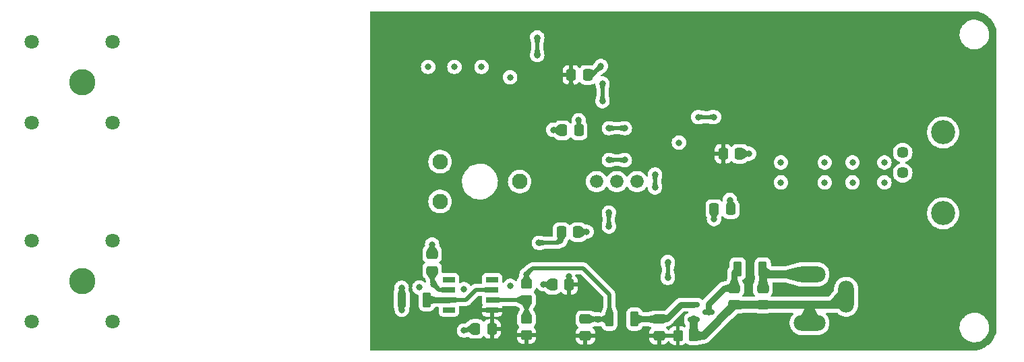
<source format=gbr>
%TF.GenerationSoftware,KiCad,Pcbnew,(7.0.0)*%
%TF.CreationDate,2023-07-09T18:50:50+02:00*%
%TF.ProjectId,Differential_Probe,44696666-6572-4656-9e74-69616c5f5072,rev?*%
%TF.SameCoordinates,Original*%
%TF.FileFunction,Copper,L4,Bot*%
%TF.FilePolarity,Positive*%
%FSLAX46Y46*%
G04 Gerber Fmt 4.6, Leading zero omitted, Abs format (unit mm)*
G04 Created by KiCad (PCBNEW (7.0.0)) date 2023-07-09 18:50:50*
%MOMM*%
%LPD*%
G01*
G04 APERTURE LIST*
G04 Aperture macros list*
%AMRoundRect*
0 Rectangle with rounded corners*
0 $1 Rounding radius*
0 $2 $3 $4 $5 $6 $7 $8 $9 X,Y pos of 4 corners*
0 Add a 4 corners polygon primitive as box body*
4,1,4,$2,$3,$4,$5,$6,$7,$8,$9,$2,$3,0*
0 Add four circle primitives for the rounded corners*
1,1,$1+$1,$2,$3*
1,1,$1+$1,$4,$5*
1,1,$1+$1,$6,$7*
1,1,$1+$1,$8,$9*
0 Add four rect primitives between the rounded corners*
20,1,$1+$1,$2,$3,$4,$5,0*
20,1,$1+$1,$4,$5,$6,$7,0*
20,1,$1+$1,$6,$7,$8,$9,0*
20,1,$1+$1,$8,$9,$2,$3,0*%
G04 Aperture macros list end*
%TA.AperFunction,ComponentPad*%
%ADD10O,4.000000X2.000000*%
%TD*%
%TA.AperFunction,ComponentPad*%
%ADD11O,2.000000X4.000000*%
%TD*%
%TA.AperFunction,ComponentPad*%
%ADD12C,1.950000*%
%TD*%
%TA.AperFunction,ComponentPad*%
%ADD13C,1.800000*%
%TD*%
%TA.AperFunction,ComponentPad*%
%ADD14C,3.300000*%
%TD*%
%TA.AperFunction,ComponentPad*%
%ADD15C,1.446000*%
%TD*%
%TA.AperFunction,ComponentPad*%
%ADD16C,3.015000*%
%TD*%
%TA.AperFunction,ComponentPad*%
%ADD17C,1.676400*%
%TD*%
%TA.AperFunction,SMDPad,CuDef*%
%ADD18RoundRect,0.250000X0.275000X0.700000X-0.275000X0.700000X-0.275000X-0.700000X0.275000X-0.700000X0*%
%TD*%
%TA.AperFunction,SMDPad,CuDef*%
%ADD19RoundRect,0.250000X0.350000X0.450000X-0.350000X0.450000X-0.350000X-0.450000X0.350000X-0.450000X0*%
%TD*%
%TA.AperFunction,SMDPad,CuDef*%
%ADD20RoundRect,0.250000X0.337500X0.475000X-0.337500X0.475000X-0.337500X-0.475000X0.337500X-0.475000X0*%
%TD*%
%TA.AperFunction,SMDPad,CuDef*%
%ADD21R,1.528000X0.650000*%
%TD*%
%TA.AperFunction,SMDPad,CuDef*%
%ADD22RoundRect,0.250000X-0.337500X-0.475000X0.337500X-0.475000X0.337500X0.475000X-0.337500X0.475000X0*%
%TD*%
%TA.AperFunction,SMDPad,CuDef*%
%ADD23RoundRect,0.250000X-0.450000X0.350000X-0.450000X-0.350000X0.450000X-0.350000X0.450000X0.350000X0*%
%TD*%
%TA.AperFunction,SMDPad,CuDef*%
%ADD24RoundRect,0.250000X-0.475000X0.337500X-0.475000X-0.337500X0.475000X-0.337500X0.475000X0.337500X0*%
%TD*%
%TA.AperFunction,SMDPad,CuDef*%
%ADD25RoundRect,0.250000X0.475000X-0.337500X0.475000X0.337500X-0.475000X0.337500X-0.475000X-0.337500X0*%
%TD*%
%TA.AperFunction,SMDPad,CuDef*%
%ADD26RoundRect,0.150000X-0.587500X-0.150000X0.587500X-0.150000X0.587500X0.150000X-0.587500X0.150000X0*%
%TD*%
%TA.AperFunction,SMDPad,CuDef*%
%ADD27RoundRect,0.250000X0.450000X-0.350000X0.450000X0.350000X-0.450000X0.350000X-0.450000X-0.350000X0*%
%TD*%
%TA.AperFunction,ViaPad*%
%ADD28C,0.800000*%
%TD*%
%TA.AperFunction,Conductor*%
%ADD29C,1.000000*%
%TD*%
%TA.AperFunction,Conductor*%
%ADD30C,0.300000*%
%TD*%
%TA.AperFunction,Conductor*%
%ADD31C,0.500000*%
%TD*%
%TA.AperFunction,Conductor*%
%ADD32C,0.750000*%
%TD*%
G04 APERTURE END LIST*
D10*
%TO.P,J4,1*%
%TO.N,+12V*%
X204599999Y-101549999D03*
D11*
%TO.P,J4,2*%
%TO.N,GND*%
X209199999Y-104349999D03*
D10*
%TO.P,J4,3*%
X204599999Y-107649999D03*
%TD*%
D12*
%TO.P,RV1,1,1*%
%TO.N,Net-(R6-Pad2)*%
X158200000Y-87400000D03*
%TO.P,RV1,2,2*%
%TO.N,GNDA*%
X168200000Y-89900000D03*
%TO.P,RV1,3,3*%
%TO.N,Net-(R7-Pad1)*%
X158200000Y-92400000D03*
%TD*%
D13*
%TO.P,J2,1,1*%
%TO.N,unconnected-(J2-Pad1)*%
X106890000Y-72300000D03*
%TO.P,J2,2,2*%
%TO.N,unconnected-(J2-Pad2)*%
X117050000Y-72300000D03*
%TO.P,J2,3,3*%
%TO.N,unconnected-(J2-Pad3)*%
X106890000Y-82460000D03*
%TO.P,J2,4,4*%
%TO.N,unconnected-(J2-Pad4)*%
X117050000Y-82460000D03*
D14*
%TO.P,J2,5,5*%
%TO.N,Vin_P*%
X113250000Y-77380000D03*
%TD*%
D13*
%TO.P,J3,1,1*%
%TO.N,unconnected-(J3-Pad1)*%
X106890000Y-97342150D03*
%TO.P,J3,2,2*%
%TO.N,unconnected-(J3-Pad2)*%
X117050000Y-97342150D03*
%TO.P,J3,3,3*%
%TO.N,unconnected-(J3-Pad3)*%
X106890000Y-107502150D03*
%TO.P,J3,4,4*%
%TO.N,unconnected-(J3-Pad4)*%
X117050000Y-107502150D03*
D14*
%TO.P,J3,5,5*%
%TO.N,Vin_N*%
X113250000Y-102422150D03*
%TD*%
D15*
%TO.P,J1,A1,A1*%
%TO.N,Out_Analog*%
X216300000Y-88800000D03*
%TO.P,J1,B1,B1*%
%TO.N,GNDA*%
X216300000Y-86260000D03*
D16*
%TO.P,J1,MH1,MH1*%
%TO.N,unconnected-(J1-PadMH1)*%
X221380000Y-83720000D03*
%TO.P,J1,MH2,MH2*%
%TO.N,unconnected-(J1-PadMH2)*%
X221380000Y-93880000D03*
%TD*%
D17*
%TO.P,S1,O*%
%TO.N,Net-(R18-Pad1)*%
X182940000Y-89900000D03*
%TO.P,S1,P*%
%TO.N,Net-(IC1--IN)*%
X180400000Y-89900000D03*
%TO.P,S1,S*%
%TO.N,Net-(R17-Pad1)*%
X177860000Y-89900000D03*
%TD*%
D18*
%TO.P,FB1,1*%
%TO.N,Net-(Q1-S)*%
X182625000Y-107175000D03*
%TO.P,FB1,2*%
%TO.N,+6V*%
X179475000Y-107175000D03*
%TD*%
D19*
%TO.P,R28,1*%
%TO.N,GND*%
X190062500Y-109250000D03*
%TO.P,R28,2*%
%TO.N,-6V*%
X188062500Y-109250000D03*
%TD*%
D20*
%TO.P,C23,1*%
%TO.N,+6V*%
X175625000Y-83450000D03*
%TO.P,C23,2*%
%TO.N,GNDA*%
X173550000Y-83450000D03*
%TD*%
D21*
%TO.P,IC4,1,NC_1*%
%TO.N,unconnected-(IC4-NC_1-Pad1)*%
X164721999Y-102209999D03*
%TO.P,IC4,2,INVERTING_INPUT*%
%TO.N,Net-(IC4-INVERTING_INPUT)*%
X164721999Y-103479999D03*
%TO.P,IC4,3,NON-INVERTING_INPUT*%
%TO.N,Net-(IC4-NON-INVERTING_INPUT)*%
X164721999Y-104749999D03*
%TO.P,IC4,4,V-*%
%TO.N,-6V*%
X164721999Y-106019999D03*
%TO.P,IC4,5,NC_2*%
%TO.N,unconnected-(IC4-NC_2-Pad5)*%
X159299999Y-106019999D03*
%TO.P,IC4,6,OUTPUT*%
%TO.N,Net-(IC4-INVERTING_INPUT)*%
X159299999Y-104749999D03*
%TO.P,IC4,7,V+*%
%TO.N,+6V*%
X159299999Y-103479999D03*
%TO.P,IC4,8,NC_3*%
%TO.N,unconnected-(IC4-NC_3-Pad8)*%
X159299999Y-102209999D03*
%TD*%
D22*
%TO.P,C29,1*%
%TO.N,GNDA*%
X162647000Y-108400000D03*
%TO.P,C29,2*%
%TO.N,-6V*%
X164722000Y-108400000D03*
%TD*%
D23*
%TO.P,R25,1*%
%TO.N,+6V*%
X169050000Y-102750000D03*
%TO.P,R25,2*%
%TO.N,Net-(IC4-NON-INVERTING_INPUT)*%
X169050000Y-104750000D03*
%TD*%
D22*
%TO.P,C26,1*%
%TO.N,GNDA*%
X172325000Y-102850000D03*
%TO.P,C26,2*%
%TO.N,-6V*%
X174400000Y-102850000D03*
%TD*%
D24*
%TO.P,C22,1*%
%TO.N,+12V*%
X198750000Y-103312500D03*
%TO.P,C22,2*%
%TO.N,GND*%
X198750000Y-105387500D03*
%TD*%
D25*
%TO.P,C30,1*%
%TO.N,+6V*%
X157200000Y-101087500D03*
%TO.P,C30,2*%
%TO.N,GNDA*%
X157200000Y-99012500D03*
%TD*%
D22*
%TO.P,C25,1*%
%TO.N,+6V*%
X173450000Y-96250000D03*
%TO.P,C25,2*%
%TO.N,GNDA*%
X175525000Y-96250000D03*
%TD*%
D24*
%TO.P,C20,1*%
%TO.N,Net-(Q1-S)*%
X185700000Y-107175000D03*
%TO.P,C20,2*%
%TO.N,-6V*%
X185700000Y-109250000D03*
%TD*%
D26*
%TO.P,Q1,1,G*%
%TO.N,GND*%
X190062500Y-107250000D03*
%TO.P,Q1,2,S*%
%TO.N,Net-(Q1-S)*%
X190062500Y-105350000D03*
%TO.P,Q1,3,D*%
%TO.N,Net-(Q1-D)*%
X191937500Y-106300000D03*
%TD*%
D18*
%TO.P,FB2,1*%
%TO.N,Net-(IC4-INVERTING_INPUT)*%
X156525000Y-104750000D03*
%TO.P,FB2,2*%
%TO.N,GNDA*%
X153375000Y-104750000D03*
%TD*%
D24*
%TO.P,C19,1*%
%TO.N,Net-(Q1-D)*%
X195150000Y-103312500D03*
%TO.P,C19,2*%
%TO.N,GND*%
X195150000Y-105387500D03*
%TD*%
D20*
%TO.P,C24,1*%
%TO.N,GNDA*%
X176750000Y-76500000D03*
%TO.P,C24,2*%
%TO.N,-6V*%
X174675000Y-76500000D03*
%TD*%
%TO.P,C27,1*%
%TO.N,+6V*%
X194700000Y-93350000D03*
%TO.P,C27,2*%
%TO.N,GNDA*%
X192625000Y-93350000D03*
%TD*%
%TO.P,C28,1*%
%TO.N,GNDA*%
X195825000Y-86400000D03*
%TO.P,C28,2*%
%TO.N,-6V*%
X193750000Y-86400000D03*
%TD*%
D18*
%TO.P,FB3,1*%
%TO.N,+12V*%
X198725000Y-100850000D03*
%TO.P,FB3,2*%
%TO.N,Net-(Q1-D)*%
X195575000Y-100850000D03*
%TD*%
D24*
%TO.P,C21,1*%
%TO.N,+6V*%
X176450000Y-107175000D03*
%TO.P,C21,2*%
%TO.N,-6V*%
X176450000Y-109250000D03*
%TD*%
D27*
%TO.P,R26,1*%
%TO.N,-6V*%
X169050000Y-109175000D03*
%TO.P,R26,2*%
%TO.N,Net-(IC4-NON-INVERTING_INPUT)*%
X169050000Y-107175000D03*
%TD*%
D28*
%TO.N,GNDA*%
X214000000Y-90000000D03*
X214000000Y-87500000D03*
X210000000Y-90000000D03*
X210000000Y-87500000D03*
X206500000Y-90000000D03*
X206500000Y-87500000D03*
X201000000Y-90000000D03*
X201000000Y-87500000D03*
%TO.N,-6V*%
X174600000Y-77800000D03*
X174400000Y-101800000D03*
X159400000Y-80600000D03*
X159400000Y-101000000D03*
X193800000Y-87800000D03*
%TO.N,+6V*%
X186800000Y-102000000D03*
X170400000Y-71800000D03*
X178600000Y-79800000D03*
X185200000Y-89000000D03*
X157400000Y-102800000D03*
X185200000Y-90649500D03*
X186800000Y-100000000D03*
X181400000Y-87200000D03*
X192600000Y-81800000D03*
X170400000Y-74000000D03*
X179400000Y-83200000D03*
X194600000Y-92200000D03*
X173300000Y-97300000D03*
X169050000Y-101550000D03*
X181400000Y-83200000D03*
X179400000Y-87200000D03*
X178000000Y-107200000D03*
X179400000Y-93800000D03*
X179400000Y-95549500D03*
X178600000Y-77600000D03*
X190600000Y-81800000D03*
X170600000Y-97600000D03*
X175600000Y-82200000D03*
%TO.N,GNDA*%
X160000000Y-75500000D03*
X157200000Y-97800000D03*
X171200000Y-102800000D03*
X163400000Y-75500000D03*
X197000000Y-86400000D03*
X167000000Y-76800000D03*
X167000000Y-103000000D03*
X153375000Y-103225000D03*
X161200000Y-108600000D03*
X188200000Y-85000000D03*
X176600000Y-96200000D03*
X153400000Y-106000000D03*
X178400000Y-75400000D03*
X172400000Y-83400000D03*
X192600000Y-94600000D03*
X156700000Y-75500000D03*
X161200000Y-103400000D03*
X155600000Y-103200000D03*
%TD*%
D29*
%TO.N,+12V*%
X204600000Y-101550000D02*
X199425000Y-101550000D01*
X198750000Y-103312500D02*
X198750000Y-100875000D01*
X199425000Y-101550000D02*
X198725000Y-100850000D01*
X198750000Y-100875000D02*
X198725000Y-100850000D01*
%TO.N,GND*%
X204600000Y-105387500D02*
X208162500Y-105387500D01*
X208162500Y-105387500D02*
X209200000Y-104350000D01*
X195150000Y-105387500D02*
X204600000Y-105387500D01*
X191287500Y-109250000D02*
X195150000Y-105387500D01*
X190062500Y-109250000D02*
X190062500Y-107250000D01*
X204600000Y-107650000D02*
X204600000Y-105387500D01*
X190062500Y-109250000D02*
X191287500Y-109250000D01*
D30*
%TO.N,-6V*%
X174675000Y-76500000D02*
X174675000Y-77725000D01*
X174400000Y-102850000D02*
X174400000Y-101800000D01*
X193750000Y-86400000D02*
X193750000Y-87750000D01*
D31*
X164722000Y-108400000D02*
X164722000Y-106020000D01*
D30*
X174675000Y-77725000D02*
X174600000Y-77800000D01*
X193750000Y-87750000D02*
X193800000Y-87800000D01*
D31*
%TO.N,+6V*%
X185200000Y-89000000D02*
X185200000Y-90649500D01*
X176200000Y-100800000D02*
X169800000Y-100800000D01*
X178600000Y-79800000D02*
X178600000Y-77600000D01*
D30*
X175600000Y-82550000D02*
X175625000Y-82575000D01*
D31*
X157400000Y-102800000D02*
X157400000Y-102800000D01*
X159300000Y-103480000D02*
X158080000Y-103480000D01*
X178000000Y-107200000D02*
X177975000Y-107175000D01*
X173450000Y-97150000D02*
X173450000Y-96250000D01*
X173000000Y-97600000D02*
X170600000Y-97600000D01*
X173000000Y-97600000D02*
X173450000Y-97150000D01*
X169800000Y-100800000D02*
X169050000Y-101550000D01*
X158080000Y-103480000D02*
X157400000Y-102800000D01*
X157400000Y-102800000D02*
X157200000Y-102600000D01*
D30*
X194700000Y-92300000D02*
X194600000Y-92200000D01*
D31*
X179475000Y-107175000D02*
X179475000Y-104075000D01*
X157200000Y-102600000D02*
X157200000Y-101087500D01*
D30*
X169050000Y-101550000D02*
X169050000Y-102750000D01*
D31*
X179475000Y-107175000D02*
X178025000Y-107175000D01*
X194700000Y-93350000D02*
X194700000Y-92300000D01*
X179475000Y-104075000D02*
X176200000Y-100800000D01*
X178025000Y-107175000D02*
X178000000Y-107200000D01*
X157400000Y-102800000D02*
X157400000Y-102800000D01*
X170400000Y-74000000D02*
X170400000Y-71800000D01*
X173300000Y-97300000D02*
X173000000Y-97600000D01*
X192600000Y-81800000D02*
X190600000Y-81800000D01*
X177975000Y-107175000D02*
X176450000Y-107175000D01*
X179400000Y-93800000D02*
X179400000Y-95549500D01*
X181400000Y-87200000D02*
X179400000Y-87200000D01*
X181400000Y-83200000D02*
X179400000Y-83200000D01*
D30*
X175625000Y-82575000D02*
X175625000Y-83450000D01*
D31*
X186800000Y-102000000D02*
X186800000Y-100000000D01*
D30*
X175600000Y-82200000D02*
X175600000Y-82550000D01*
D31*
%TO.N,Net-(IC4-INVERTING_INPUT)*%
X161450000Y-104750000D02*
X159300000Y-104750000D01*
D32*
X159300000Y-104750000D02*
X156525000Y-104750000D01*
D31*
X162720000Y-103480000D02*
X161450000Y-104750000D01*
X164722000Y-103480000D02*
X162720000Y-103480000D01*
%TO.N,Net-(IC4-NON-INVERTING_INPUT)*%
X169050000Y-104750000D02*
X164722000Y-104750000D01*
X169050000Y-104750000D02*
X169050000Y-107175000D01*
D30*
%TO.N,GNDA*%
X161400000Y-108400000D02*
X161200000Y-108600000D01*
X192625000Y-94575000D02*
X192600000Y-94600000D01*
X176550000Y-96250000D02*
X176600000Y-96200000D01*
D31*
X153375000Y-104750000D02*
X153375000Y-103225000D01*
D30*
X172450000Y-83450000D02*
X172400000Y-83400000D01*
X157200000Y-99012500D02*
X157200000Y-97800000D01*
X172325000Y-102850000D02*
X171250000Y-102850000D01*
X171250000Y-102850000D02*
X171200000Y-102800000D01*
X175525000Y-96250000D02*
X176550000Y-96250000D01*
D31*
X153375000Y-105975000D02*
X153400000Y-106000000D01*
X177300000Y-76500000D02*
X176750000Y-76500000D01*
D30*
X162647000Y-108400000D02*
X161400000Y-108400000D01*
D31*
X153375000Y-104750000D02*
X153375000Y-105975000D01*
D30*
X192625000Y-93350000D02*
X192625000Y-94575000D01*
X195825000Y-86400000D02*
X197000000Y-86400000D01*
X173550000Y-83450000D02*
X172450000Y-83450000D01*
D31*
X178400000Y-75400000D02*
X177300000Y-76500000D01*
D32*
%TO.N,Net-(Q1-S)*%
X186625000Y-107175000D02*
X188450000Y-105350000D01*
X185700000Y-107175000D02*
X182625000Y-107175000D01*
X185700000Y-107175000D02*
X186625000Y-107175000D01*
X188450000Y-105350000D02*
X190062500Y-105350000D01*
%TO.N,Net-(Q1-D)*%
X195150000Y-101275000D02*
X195575000Y-100850000D01*
X193887500Y-103312500D02*
X195150000Y-103312500D01*
X195150000Y-103312500D02*
X195150000Y-101275000D01*
X191937500Y-105262500D02*
X193887500Y-103312500D01*
X191937500Y-106300000D02*
X191937500Y-105262500D01*
%TD*%
%TA.AperFunction,Conductor*%
%TO.N,-6V*%
G36*
X225203471Y-68500695D02*
G01*
X225247099Y-68503144D01*
X225517695Y-68518340D01*
X225531498Y-68519896D01*
X225838339Y-68572031D01*
X225851883Y-68575122D01*
X226073553Y-68638984D01*
X226150952Y-68661282D01*
X226164077Y-68665874D01*
X226451618Y-68784978D01*
X226464132Y-68791004D01*
X226736547Y-68941563D01*
X226748303Y-68948950D01*
X227002129Y-69129050D01*
X227012989Y-69137709D01*
X227075230Y-69193331D01*
X227245063Y-69345103D01*
X227254894Y-69354934D01*
X227451698Y-69575158D01*
X227462285Y-69587004D01*
X227470951Y-69597872D01*
X227630562Y-69822823D01*
X227651043Y-69851687D01*
X227658439Y-69863457D01*
X227708433Y-69953914D01*
X227808991Y-70135860D01*
X227815024Y-70148388D01*
X227934124Y-70435921D01*
X227938717Y-70449047D01*
X228024875Y-70748110D01*
X228027969Y-70761666D01*
X228080102Y-71068493D01*
X228081659Y-71082311D01*
X228099305Y-71396528D01*
X228099500Y-71403481D01*
X228099500Y-108196519D01*
X228099305Y-108203472D01*
X228081659Y-108517688D01*
X228080102Y-108531506D01*
X228027969Y-108838333D01*
X228024875Y-108851889D01*
X227938717Y-109150952D01*
X227934124Y-109164078D01*
X227815024Y-109451611D01*
X227808991Y-109464139D01*
X227658442Y-109736538D01*
X227651043Y-109748312D01*
X227470954Y-110002123D01*
X227462285Y-110012995D01*
X227254896Y-110245063D01*
X227245063Y-110254896D01*
X227012995Y-110462285D01*
X227002123Y-110470954D01*
X226748312Y-110651043D01*
X226736538Y-110658442D01*
X226464139Y-110808991D01*
X226451611Y-110815024D01*
X226164078Y-110934124D01*
X226150952Y-110938717D01*
X225851889Y-111024875D01*
X225838333Y-111027969D01*
X225531506Y-111080102D01*
X225517688Y-111081659D01*
X225203472Y-111099305D01*
X225196519Y-111099500D01*
X149524000Y-111099500D01*
X149462000Y-111082887D01*
X149416613Y-111037500D01*
X149400000Y-110975500D01*
X149400000Y-108600000D01*
X160294540Y-108600000D01*
X160295219Y-108606460D01*
X160313646Y-108781795D01*
X160313647Y-108781803D01*
X160314326Y-108788256D01*
X160316331Y-108794428D01*
X160316333Y-108794435D01*
X160358757Y-108925000D01*
X160372821Y-108968284D01*
X160376068Y-108973908D01*
X160376069Y-108973910D01*
X160445388Y-109093975D01*
X160467467Y-109132216D01*
X160471811Y-109137041D01*
X160471813Y-109137043D01*
X160589779Y-109268057D01*
X160594129Y-109272888D01*
X160747270Y-109384151D01*
X160920197Y-109461144D01*
X161105354Y-109500500D01*
X161288143Y-109500500D01*
X161294646Y-109500500D01*
X161479803Y-109461144D01*
X161647218Y-109386604D01*
X161695489Y-109375903D01*
X161744105Y-109384913D01*
X161785335Y-109412203D01*
X161840844Y-109467712D01*
X161846985Y-109471500D01*
X161846988Y-109471502D01*
X161893191Y-109500000D01*
X161990166Y-109559814D01*
X162156703Y-109614999D01*
X162259491Y-109625500D01*
X163034508Y-109625499D01*
X163137297Y-109614999D01*
X163303834Y-109559814D01*
X163453156Y-109467712D01*
X163577212Y-109343656D01*
X163581003Y-109337509D01*
X163585484Y-109331843D01*
X163586938Y-109332992D01*
X163624346Y-109297171D01*
X163684782Y-109281440D01*
X163745220Y-109297160D01*
X163782383Y-109332735D01*
X163783910Y-109331529D01*
X163797294Y-109348455D01*
X163911044Y-109462205D01*
X163922305Y-109471109D01*
X164059233Y-109555567D01*
X164072232Y-109561629D01*
X164225374Y-109612375D01*
X164238541Y-109615194D01*
X164331390Y-109624680D01*
X164337668Y-109625000D01*
X164455674Y-109625000D01*
X164468549Y-109621549D01*
X164472000Y-109608674D01*
X164472000Y-109608673D01*
X164972000Y-109608673D01*
X164975450Y-109621548D01*
X164988326Y-109624999D01*
X165106329Y-109624999D01*
X165112611Y-109624678D01*
X165205459Y-109615194D01*
X165218622Y-109612376D01*
X165340985Y-109571829D01*
X167850001Y-109571829D01*
X167850321Y-109578111D01*
X167859805Y-109670959D01*
X167862623Y-109684122D01*
X167913370Y-109837267D01*
X167919432Y-109850266D01*
X168003890Y-109987194D01*
X168012794Y-109998455D01*
X168126544Y-110112205D01*
X168137805Y-110121109D01*
X168274733Y-110205567D01*
X168287732Y-110211629D01*
X168440874Y-110262375D01*
X168454041Y-110265194D01*
X168546890Y-110274680D01*
X168553168Y-110275000D01*
X168783674Y-110275000D01*
X168796549Y-110271549D01*
X168800000Y-110258674D01*
X168800000Y-110258673D01*
X169300000Y-110258673D01*
X169303450Y-110271548D01*
X169316326Y-110274999D01*
X169546829Y-110274999D01*
X169553111Y-110274678D01*
X169645959Y-110265194D01*
X169659122Y-110262376D01*
X169812267Y-110211629D01*
X169825266Y-110205567D01*
X169962194Y-110121109D01*
X169973455Y-110112205D01*
X170087205Y-109998455D01*
X170096109Y-109987194D01*
X170180567Y-109850266D01*
X170186629Y-109837267D01*
X170237375Y-109684125D01*
X170240194Y-109670958D01*
X170243936Y-109634329D01*
X175225001Y-109634329D01*
X175225321Y-109640611D01*
X175234805Y-109733459D01*
X175237623Y-109746622D01*
X175288370Y-109899767D01*
X175294432Y-109912766D01*
X175378890Y-110049694D01*
X175387794Y-110060955D01*
X175501544Y-110174705D01*
X175512805Y-110183609D01*
X175649733Y-110268067D01*
X175662732Y-110274129D01*
X175815874Y-110324875D01*
X175829041Y-110327694D01*
X175921890Y-110337180D01*
X175928168Y-110337500D01*
X176183674Y-110337500D01*
X176196549Y-110334049D01*
X176200000Y-110321174D01*
X176200000Y-110321173D01*
X176700000Y-110321173D01*
X176703450Y-110334048D01*
X176716326Y-110337499D01*
X176971829Y-110337499D01*
X176978111Y-110337178D01*
X177070959Y-110327694D01*
X177084122Y-110324876D01*
X177237267Y-110274129D01*
X177250266Y-110268067D01*
X177387194Y-110183609D01*
X177398455Y-110174705D01*
X177512205Y-110060955D01*
X177521109Y-110049694D01*
X177605567Y-109912766D01*
X177611629Y-109899767D01*
X177662375Y-109746625D01*
X177665194Y-109733458D01*
X177674680Y-109640609D01*
X177675000Y-109634332D01*
X177675000Y-109634329D01*
X184475001Y-109634329D01*
X184475321Y-109640611D01*
X184484805Y-109733459D01*
X184487623Y-109746622D01*
X184538370Y-109899767D01*
X184544432Y-109912766D01*
X184628890Y-110049694D01*
X184637794Y-110060955D01*
X184751544Y-110174705D01*
X184762805Y-110183609D01*
X184899733Y-110268067D01*
X184912732Y-110274129D01*
X185065874Y-110324875D01*
X185079041Y-110327694D01*
X185171890Y-110337180D01*
X185178168Y-110337500D01*
X185433674Y-110337500D01*
X185446549Y-110334049D01*
X185450000Y-110321174D01*
X185450000Y-110321173D01*
X185950000Y-110321173D01*
X185953450Y-110334048D01*
X185966326Y-110337499D01*
X186221829Y-110337499D01*
X186228111Y-110337178D01*
X186320959Y-110327694D01*
X186334122Y-110324876D01*
X186487267Y-110274129D01*
X186500266Y-110268067D01*
X186637194Y-110183609D01*
X186648455Y-110174705D01*
X186762205Y-110060955D01*
X186771112Y-110049691D01*
X186805398Y-109994105D01*
X186853679Y-109949212D01*
X186918147Y-109935411D01*
X186980576Y-109956602D01*
X187023319Y-110006797D01*
X187031929Y-110025262D01*
X187116390Y-110162194D01*
X187125294Y-110173455D01*
X187239044Y-110287205D01*
X187250305Y-110296109D01*
X187387233Y-110380567D01*
X187400232Y-110386629D01*
X187553374Y-110437375D01*
X187566541Y-110440194D01*
X187659390Y-110449680D01*
X187665668Y-110450000D01*
X187796174Y-110450000D01*
X187809049Y-110446549D01*
X187812500Y-110433674D01*
X187812500Y-109516326D01*
X187809049Y-109503450D01*
X187796174Y-109500000D01*
X186978824Y-109500000D01*
X186975842Y-109500799D01*
X186911657Y-109500799D01*
X186908675Y-109500000D01*
X185966326Y-109500000D01*
X185953450Y-109503450D01*
X185950000Y-109516326D01*
X185950000Y-110321173D01*
X185450000Y-110321173D01*
X185450000Y-109516326D01*
X185446549Y-109503450D01*
X185433674Y-109500000D01*
X184491327Y-109500000D01*
X184478451Y-109503450D01*
X184475001Y-109516326D01*
X184475001Y-109634329D01*
X177675000Y-109634329D01*
X177675000Y-109516326D01*
X177671549Y-109503450D01*
X177658674Y-109500000D01*
X176716326Y-109500000D01*
X176703450Y-109503450D01*
X176700000Y-109516326D01*
X176700000Y-110321173D01*
X176200000Y-110321173D01*
X176200000Y-109516326D01*
X176196549Y-109503450D01*
X176183674Y-109500000D01*
X175241327Y-109500000D01*
X175228451Y-109503450D01*
X175225001Y-109516326D01*
X175225001Y-109634329D01*
X170243936Y-109634329D01*
X170249680Y-109578109D01*
X170250000Y-109571832D01*
X170250000Y-109441326D01*
X170246549Y-109428450D01*
X170233674Y-109425000D01*
X169316326Y-109425000D01*
X169303450Y-109428450D01*
X169300000Y-109441326D01*
X169300000Y-110258673D01*
X168800000Y-110258673D01*
X168800000Y-109441326D01*
X168796549Y-109428450D01*
X168783674Y-109425000D01*
X167866327Y-109425000D01*
X167853451Y-109428450D01*
X167850001Y-109441326D01*
X167850001Y-109571829D01*
X165340985Y-109571829D01*
X165371767Y-109561629D01*
X165384766Y-109555567D01*
X165521694Y-109471109D01*
X165532955Y-109462205D01*
X165646705Y-109348455D01*
X165655609Y-109337194D01*
X165740067Y-109200266D01*
X165746129Y-109187267D01*
X165796875Y-109034125D01*
X165799694Y-109020958D01*
X165809180Y-108928109D01*
X165809500Y-108921832D01*
X165809500Y-108666326D01*
X165806049Y-108653450D01*
X165793174Y-108650000D01*
X164988326Y-108650000D01*
X164975450Y-108653450D01*
X164972000Y-108666326D01*
X164972000Y-109608673D01*
X164472000Y-109608673D01*
X164472000Y-108133674D01*
X164972000Y-108133674D01*
X164975450Y-108146549D01*
X164988326Y-108150000D01*
X165793173Y-108150000D01*
X165806048Y-108146549D01*
X165809499Y-108133674D01*
X165809499Y-107878171D01*
X165809178Y-107871888D01*
X165799694Y-107779040D01*
X165796876Y-107765877D01*
X165746129Y-107612732D01*
X165740067Y-107599733D01*
X165655609Y-107462805D01*
X165646705Y-107451544D01*
X165532955Y-107337794D01*
X165521694Y-107328890D01*
X165384766Y-107244432D01*
X165371767Y-107238370D01*
X165218625Y-107187624D01*
X165205458Y-107184805D01*
X165112609Y-107175319D01*
X165106332Y-107175000D01*
X164988326Y-107175000D01*
X164975450Y-107178450D01*
X164972000Y-107191326D01*
X164972000Y-108133674D01*
X164472000Y-108133674D01*
X164472000Y-107191327D01*
X164468549Y-107178451D01*
X164455674Y-107175001D01*
X164337671Y-107175001D01*
X164331388Y-107175321D01*
X164238540Y-107184805D01*
X164225377Y-107187623D01*
X164072232Y-107238370D01*
X164059233Y-107244432D01*
X163922305Y-107328890D01*
X163911044Y-107337794D01*
X163797294Y-107451544D01*
X163783910Y-107468471D01*
X163782386Y-107467266D01*
X163745212Y-107502844D01*
X163684781Y-107518559D01*
X163624353Y-107502832D01*
X163586936Y-107467008D01*
X163585484Y-107468157D01*
X163581002Y-107462488D01*
X163577212Y-107456344D01*
X163453156Y-107332288D01*
X163447015Y-107328500D01*
X163447011Y-107328497D01*
X163309980Y-107243977D01*
X163303834Y-107240186D01*
X163137297Y-107185001D01*
X163130564Y-107184313D01*
X163130559Y-107184312D01*
X163037640Y-107174819D01*
X163037623Y-107174818D01*
X163034509Y-107174500D01*
X163031360Y-107174500D01*
X162262641Y-107174500D01*
X162262621Y-107174500D01*
X162259492Y-107174501D01*
X162256360Y-107174820D01*
X162256358Y-107174821D01*
X162163438Y-107184312D01*
X162163428Y-107184313D01*
X162156703Y-107185001D01*
X162150281Y-107187128D01*
X162150276Y-107187130D01*
X161997021Y-107237914D01*
X161997017Y-107237915D01*
X161990166Y-107240186D01*
X161984022Y-107243975D01*
X161984019Y-107243977D01*
X161846988Y-107328497D01*
X161846980Y-107328503D01*
X161840844Y-107332288D01*
X161835743Y-107337388D01*
X161835743Y-107337389D01*
X161721226Y-107451906D01*
X161705209Y-107465418D01*
X161403377Y-107679172D01*
X161365300Y-107697343D01*
X161323334Y-107701695D01*
X161296387Y-107699870D01*
X161296438Y-107699112D01*
X161294081Y-107699500D01*
X161290922Y-107699500D01*
X161285939Y-107699162D01*
X161285938Y-107699162D01*
X161250831Y-107696784D01*
X161250823Y-107696784D01*
X161246616Y-107696499D01*
X161242404Y-107696788D01*
X161242397Y-107696789D01*
X161207293Y-107699207D01*
X161198774Y-107699500D01*
X161105354Y-107699500D01*
X161098995Y-107700851D01*
X161098991Y-107700852D01*
X160926559Y-107737503D01*
X160926552Y-107737505D01*
X160920197Y-107738856D01*
X160914262Y-107741498D01*
X160914254Y-107741501D01*
X160753207Y-107813205D01*
X160753202Y-107813207D01*
X160747270Y-107815849D01*
X160742016Y-107819665D01*
X160742011Y-107819669D01*
X160599388Y-107923290D01*
X160599381Y-107923295D01*
X160594129Y-107927112D01*
X160589784Y-107931937D01*
X160589779Y-107931942D01*
X160471813Y-108062956D01*
X160471808Y-108062962D01*
X160467467Y-108067784D01*
X160464222Y-108073404D01*
X160464218Y-108073410D01*
X160376069Y-108226089D01*
X160376066Y-108226094D01*
X160372821Y-108231716D01*
X160370815Y-108237888D01*
X160370813Y-108237894D01*
X160316333Y-108405564D01*
X160316331Y-108405573D01*
X160314326Y-108411744D01*
X160313648Y-108418194D01*
X160313646Y-108418204D01*
X160295962Y-108586464D01*
X160294540Y-108600000D01*
X149400000Y-108600000D01*
X149400000Y-105496878D01*
X152349500Y-105496878D01*
X152349501Y-105500008D01*
X152349820Y-105503140D01*
X152349821Y-105503141D01*
X152359312Y-105596058D01*
X152359313Y-105596061D01*
X152360001Y-105602797D01*
X152362129Y-105609221D01*
X152362131Y-105609227D01*
X152376781Y-105653437D01*
X152380194Y-105666949D01*
X152380207Y-105666947D01*
X152381699Y-105672987D01*
X152383233Y-105676863D01*
X152383235Y-105676870D01*
X152390003Y-105693974D01*
X152392405Y-105700587D01*
X152393573Y-105704110D01*
X152410386Y-105754851D01*
X152415186Y-105769334D01*
X152418975Y-105775478D01*
X152418977Y-105775481D01*
X152422845Y-105781752D01*
X152429276Y-105793567D01*
X152430085Y-105795268D01*
X152431627Y-105799163D01*
X152433677Y-105802815D01*
X152482817Y-105890375D01*
X152495863Y-105924769D01*
X152498245Y-105961477D01*
X152496963Y-105976686D01*
X152496722Y-105979225D01*
X152495219Y-105993533D01*
X152494540Y-106000000D01*
X152495219Y-106006460D01*
X152513646Y-106181795D01*
X152513647Y-106181803D01*
X152514326Y-106188256D01*
X152516331Y-106194428D01*
X152516333Y-106194435D01*
X152568941Y-106356344D01*
X152572821Y-106368284D01*
X152576068Y-106373908D01*
X152576069Y-106373910D01*
X152645347Y-106493904D01*
X152667467Y-106532216D01*
X152671811Y-106537041D01*
X152671813Y-106537043D01*
X152787725Y-106665776D01*
X152794129Y-106672888D01*
X152947270Y-106784151D01*
X153120197Y-106861144D01*
X153305354Y-106900500D01*
X153488143Y-106900500D01*
X153494646Y-106900500D01*
X153679803Y-106861144D01*
X153852730Y-106784151D01*
X154005871Y-106672888D01*
X154132533Y-106532216D01*
X154227179Y-106368284D01*
X154285674Y-106188256D01*
X154305460Y-106000000D01*
X154293439Y-105885640D01*
X154295859Y-105845135D01*
X154311223Y-105807580D01*
X154316415Y-105799163D01*
X154334814Y-105769334D01*
X154389999Y-105602797D01*
X154400500Y-105500009D01*
X154400499Y-103999992D01*
X154389999Y-103897203D01*
X154387868Y-103890771D01*
X154365268Y-103822570D01*
X154362661Y-103813581D01*
X154352813Y-103774107D01*
X154352811Y-103774102D01*
X154351944Y-103770625D01*
X154255913Y-103515767D01*
X154247984Y-103474911D01*
X154254022Y-103433728D01*
X154260674Y-103413256D01*
X154269051Y-103333541D01*
X154269252Y-103331977D01*
X154269250Y-103331977D01*
X154269857Y-103326589D01*
X154277520Y-103258620D01*
X154277414Y-103255515D01*
X154277767Y-103250613D01*
X154280460Y-103225000D01*
X154277832Y-103200000D01*
X154694540Y-103200000D01*
X154695219Y-103206460D01*
X154713646Y-103381795D01*
X154713647Y-103381803D01*
X154714326Y-103388256D01*
X154716331Y-103394428D01*
X154716333Y-103394435D01*
X154767286Y-103551250D01*
X154772821Y-103568284D01*
X154776068Y-103573908D01*
X154776069Y-103573910D01*
X154850680Y-103703141D01*
X154867467Y-103732216D01*
X154871811Y-103737041D01*
X154871813Y-103737043D01*
X154984540Y-103862238D01*
X154994129Y-103872888D01*
X155147270Y-103984151D01*
X155320197Y-104061144D01*
X155401284Y-104078379D01*
X155451841Y-104101954D01*
X155486950Y-104145310D01*
X155499500Y-104199668D01*
X155499500Y-105496859D01*
X155499500Y-105496878D01*
X155499501Y-105500008D01*
X155499820Y-105503140D01*
X155499821Y-105503141D01*
X155509312Y-105596061D01*
X155509313Y-105596069D01*
X155510001Y-105602797D01*
X155512129Y-105609219D01*
X155512130Y-105609223D01*
X155559997Y-105753674D01*
X155565186Y-105769334D01*
X155576646Y-105787914D01*
X155653497Y-105912511D01*
X155653500Y-105912515D01*
X155657288Y-105918656D01*
X155781344Y-106042712D01*
X155787485Y-106046500D01*
X155787488Y-106046502D01*
X155812469Y-106061910D01*
X155930666Y-106134814D01*
X156097203Y-106189999D01*
X156199991Y-106200500D01*
X156850008Y-106200499D01*
X156952797Y-106189999D01*
X157119334Y-106134814D01*
X157268656Y-106042712D01*
X157392712Y-105918656D01*
X157484814Y-105769334D01*
X157498178Y-105729002D01*
X157530048Y-105678519D01*
X157581818Y-105648779D01*
X157620426Y-105637749D01*
X157646600Y-105630271D01*
X157680664Y-105625500D01*
X157911500Y-105625500D01*
X157973500Y-105642113D01*
X158018887Y-105687500D01*
X158035500Y-105749500D01*
X158035500Y-106389560D01*
X158035500Y-106389578D01*
X158035501Y-106392872D01*
X158035853Y-106396150D01*
X158035854Y-106396161D01*
X158041079Y-106444768D01*
X158041080Y-106444773D01*
X158041909Y-106452483D01*
X158044619Y-106459749D01*
X158044620Y-106459753D01*
X158076410Y-106544986D01*
X158092204Y-106587331D01*
X158097518Y-106594430D01*
X158097519Y-106594431D01*
X158160782Y-106678940D01*
X158178454Y-106702546D01*
X158293669Y-106788796D01*
X158428517Y-106839091D01*
X158488127Y-106845500D01*
X160111872Y-106845499D01*
X160171483Y-106839091D01*
X160306331Y-106788796D01*
X160421546Y-106702546D01*
X160507796Y-106587331D01*
X160558091Y-106452483D01*
X160564500Y-106392873D01*
X160564500Y-106389518D01*
X163458000Y-106389518D01*
X163458353Y-106396114D01*
X163463573Y-106444667D01*
X163467111Y-106459641D01*
X163511547Y-106578777D01*
X163519962Y-106594189D01*
X163595498Y-106695092D01*
X163607907Y-106707501D01*
X163708810Y-106783037D01*
X163724222Y-106791452D01*
X163843358Y-106835888D01*
X163858332Y-106839426D01*
X163906885Y-106844646D01*
X163913482Y-106845000D01*
X164455674Y-106845000D01*
X164468549Y-106841549D01*
X164472000Y-106828674D01*
X164972000Y-106828674D01*
X164975450Y-106841549D01*
X164988326Y-106845000D01*
X165530518Y-106845000D01*
X165537114Y-106844646D01*
X165585667Y-106839426D01*
X165600641Y-106835888D01*
X165719777Y-106791452D01*
X165735189Y-106783037D01*
X165836092Y-106707501D01*
X165848501Y-106695092D01*
X165924037Y-106594189D01*
X165932452Y-106578777D01*
X165976888Y-106459641D01*
X165980426Y-106444667D01*
X165985646Y-106396114D01*
X165986000Y-106389518D01*
X165986000Y-106286326D01*
X165982549Y-106273450D01*
X165969674Y-106270000D01*
X164988326Y-106270000D01*
X164975450Y-106273450D01*
X164972000Y-106286326D01*
X164972000Y-106828674D01*
X164472000Y-106828674D01*
X164472000Y-106286326D01*
X164468549Y-106273450D01*
X164455674Y-106270000D01*
X163474326Y-106270000D01*
X163461450Y-106273450D01*
X163458000Y-106286326D01*
X163458000Y-106389518D01*
X160564500Y-106389518D01*
X160564499Y-105647128D01*
X160563492Y-105637756D01*
X160575244Y-105570320D01*
X160620987Y-105519394D01*
X160686781Y-105500500D01*
X161386293Y-105500500D01*
X161404264Y-105501809D01*
X161408160Y-105502379D01*
X161428023Y-105505289D01*
X161477368Y-105500972D01*
X161488176Y-105500500D01*
X161490100Y-105500500D01*
X161493709Y-105500500D01*
X161524550Y-105496894D01*
X161528031Y-105496539D01*
X161602797Y-105489999D01*
X161609653Y-105487726D01*
X161613043Y-105487027D01*
X161613375Y-105486973D01*
X161613728Y-105486873D01*
X161617071Y-105486080D01*
X161624255Y-105485241D01*
X161694760Y-105459579D01*
X161698118Y-105458412D01*
X161769334Y-105434814D01*
X161775486Y-105431018D01*
X161778607Y-105429564D01*
X161778929Y-105429430D01*
X161779238Y-105429258D01*
X161782315Y-105427712D01*
X161789117Y-105425237D01*
X161851837Y-105383984D01*
X161854732Y-105382140D01*
X161918656Y-105342712D01*
X161923763Y-105337603D01*
X161926476Y-105335459D01*
X161926758Y-105335254D01*
X161927029Y-105335007D01*
X161929658Y-105332800D01*
X161935696Y-105328830D01*
X161987186Y-105274252D01*
X161989631Y-105271735D01*
X162994547Y-104266819D01*
X163034776Y-104239939D01*
X163082229Y-104230500D01*
X163335219Y-104230500D01*
X163401014Y-104249395D01*
X163446758Y-104300323D01*
X163458507Y-104367758D01*
X163457500Y-104377127D01*
X163457500Y-104380448D01*
X163457500Y-104380449D01*
X163457500Y-105119560D01*
X163457500Y-105119578D01*
X163457501Y-105122872D01*
X163457853Y-105126150D01*
X163457854Y-105126161D01*
X163463079Y-105174768D01*
X163463080Y-105174773D01*
X163463909Y-105182483D01*
X163466619Y-105189749D01*
X163466620Y-105189753D01*
X163511103Y-105309018D01*
X163514204Y-105317331D01*
X163519521Y-105324434D01*
X163520430Y-105326098D01*
X163535598Y-105385525D01*
X163520431Y-105444952D01*
X163511547Y-105461221D01*
X163467111Y-105580358D01*
X163463573Y-105595332D01*
X163458353Y-105643885D01*
X163458000Y-105650482D01*
X163458000Y-105753674D01*
X163461450Y-105766549D01*
X163474326Y-105770000D01*
X165969674Y-105770000D01*
X165982549Y-105766549D01*
X165986000Y-105753674D01*
X165986000Y-105650482D01*
X165985645Y-105643870D01*
X165984988Y-105637749D01*
X165996743Y-105570316D01*
X166042486Y-105519393D01*
X166108278Y-105500500D01*
X167606579Y-105500500D01*
X167656400Y-105510949D01*
X168055948Y-105686254D01*
X168090365Y-105708811D01*
X168115505Y-105741388D01*
X168202397Y-105904082D01*
X168217019Y-105962499D01*
X168202397Y-106020916D01*
X168050226Y-106305836D01*
X168028533Y-106335096D01*
X168012397Y-106351232D01*
X168012386Y-106351245D01*
X168007288Y-106356344D01*
X168003501Y-106362483D01*
X168003496Y-106362490D01*
X167921099Y-106496079D01*
X167915186Y-106505666D01*
X167912915Y-106512517D01*
X167912914Y-106512521D01*
X167862131Y-106665774D01*
X167860001Y-106672203D01*
X167859313Y-106678933D01*
X167859312Y-106678940D01*
X167849819Y-106771859D01*
X167849818Y-106771877D01*
X167849500Y-106774991D01*
X167849500Y-106778138D01*
X167849500Y-106778139D01*
X167849500Y-107571858D01*
X167849500Y-107571877D01*
X167849501Y-107575008D01*
X167849820Y-107578140D01*
X167849821Y-107578141D01*
X167859312Y-107671061D01*
X167859313Y-107671069D01*
X167860001Y-107677797D01*
X167862129Y-107684219D01*
X167862130Y-107684223D01*
X167904871Y-107813205D01*
X167915186Y-107844334D01*
X167918977Y-107850480D01*
X168003497Y-107987511D01*
X168003500Y-107987515D01*
X168007288Y-107993656D01*
X168012392Y-107998760D01*
X168012393Y-107998761D01*
X168101304Y-108087672D01*
X168133398Y-108143259D01*
X168133398Y-108207446D01*
X168101305Y-108263034D01*
X168012790Y-108351549D01*
X168003890Y-108362805D01*
X167919432Y-108499733D01*
X167913370Y-108512732D01*
X167862624Y-108665874D01*
X167859805Y-108679041D01*
X167850319Y-108771890D01*
X167850000Y-108778168D01*
X167850000Y-108908674D01*
X167853450Y-108921549D01*
X167866326Y-108925000D01*
X170233673Y-108925000D01*
X170246548Y-108921549D01*
X170249999Y-108908674D01*
X170249999Y-108778171D01*
X170249678Y-108771888D01*
X170240194Y-108679040D01*
X170237376Y-108665877D01*
X170186629Y-108512732D01*
X170180567Y-108499733D01*
X170096109Y-108362805D01*
X170087205Y-108351544D01*
X169998695Y-108263034D01*
X169966601Y-108207446D01*
X169966601Y-108143259D01*
X169998692Y-108087675D01*
X170092712Y-107993656D01*
X170184814Y-107844334D01*
X170239999Y-107677797D01*
X170250500Y-107575009D01*
X170250499Y-106774992D01*
X170239999Y-106672203D01*
X170184814Y-106505666D01*
X170115243Y-106392872D01*
X170096502Y-106362488D01*
X170096500Y-106362485D01*
X170092712Y-106356344D01*
X170071466Y-106335098D01*
X170049772Y-106305838D01*
X169897598Y-106020911D01*
X169882978Y-105962499D01*
X169897598Y-105904086D01*
X170049770Y-105619163D01*
X170071466Y-105589902D01*
X170078266Y-105583100D01*
X170092712Y-105568656D01*
X170184814Y-105419334D01*
X170239999Y-105252797D01*
X170250500Y-105150009D01*
X170250499Y-104349992D01*
X170239999Y-104247203D01*
X170184814Y-104080666D01*
X170156586Y-104034901D01*
X170096502Y-103937488D01*
X170096500Y-103937485D01*
X170092712Y-103931344D01*
X169999049Y-103837681D01*
X169966955Y-103782094D01*
X169966955Y-103717906D01*
X169999049Y-103662319D01*
X170035846Y-103625522D01*
X170092712Y-103568656D01*
X170184814Y-103419334D01*
X170219303Y-103315250D01*
X170248819Y-103267086D01*
X170296638Y-103237012D01*
X170352836Y-103231270D01*
X170405750Y-103251054D01*
X170444396Y-103292256D01*
X170467467Y-103332216D01*
X170471811Y-103337041D01*
X170471813Y-103337043D01*
X170578857Y-103455927D01*
X170594129Y-103472888D01*
X170747270Y-103584151D01*
X170920197Y-103661144D01*
X171105354Y-103700500D01*
X171111857Y-103700500D01*
X171257055Y-103700500D01*
X171296899Y-103707076D01*
X171332515Y-103726105D01*
X171353522Y-103742216D01*
X171383597Y-103775513D01*
X171390995Y-103787508D01*
X171390999Y-103787513D01*
X171394788Y-103793656D01*
X171518844Y-103917712D01*
X171524985Y-103921500D01*
X171524988Y-103921502D01*
X171537795Y-103929401D01*
X171668166Y-104009814D01*
X171834703Y-104064999D01*
X171937491Y-104075500D01*
X172712508Y-104075499D01*
X172815297Y-104064999D01*
X172981834Y-104009814D01*
X173131156Y-103917712D01*
X173255212Y-103793656D01*
X173259004Y-103787508D01*
X173263484Y-103781843D01*
X173264938Y-103782992D01*
X173302346Y-103747171D01*
X173362782Y-103731440D01*
X173423220Y-103747160D01*
X173460383Y-103782735D01*
X173461910Y-103781529D01*
X173475294Y-103798455D01*
X173589044Y-103912205D01*
X173600305Y-103921109D01*
X173737233Y-104005567D01*
X173750232Y-104011629D01*
X173903374Y-104062375D01*
X173916541Y-104065194D01*
X174009390Y-104074680D01*
X174015668Y-104075000D01*
X174133674Y-104075000D01*
X174146549Y-104071549D01*
X174150000Y-104058674D01*
X174150000Y-104058673D01*
X174650000Y-104058673D01*
X174653450Y-104071548D01*
X174666326Y-104074999D01*
X174784329Y-104074999D01*
X174790611Y-104074678D01*
X174883459Y-104065194D01*
X174896622Y-104062376D01*
X175049767Y-104011629D01*
X175062766Y-104005567D01*
X175199694Y-103921109D01*
X175210955Y-103912205D01*
X175324705Y-103798455D01*
X175333609Y-103787194D01*
X175418067Y-103650266D01*
X175424129Y-103637267D01*
X175474875Y-103484125D01*
X175477694Y-103470958D01*
X175487180Y-103378109D01*
X175487500Y-103371832D01*
X175487500Y-103116326D01*
X175484049Y-103103450D01*
X175471174Y-103100000D01*
X174666326Y-103100000D01*
X174653450Y-103103450D01*
X174650000Y-103116326D01*
X174650000Y-104058673D01*
X174150000Y-104058673D01*
X174150000Y-102724000D01*
X174166613Y-102662000D01*
X174212000Y-102616613D01*
X174274000Y-102600000D01*
X175471173Y-102600000D01*
X175484048Y-102596549D01*
X175487499Y-102583674D01*
X175487499Y-102328171D01*
X175487178Y-102321888D01*
X175477694Y-102229040D01*
X175474876Y-102215877D01*
X175424129Y-102062732D01*
X175418067Y-102049733D01*
X175333609Y-101912805D01*
X175324705Y-101901544D01*
X175210955Y-101787794D01*
X175194029Y-101774410D01*
X175195023Y-101773151D01*
X175157855Y-101733988D01*
X175142673Y-101672339D01*
X175159994Y-101611257D01*
X175205279Y-101566755D01*
X175266654Y-101550500D01*
X175837770Y-101550500D01*
X175885223Y-101559939D01*
X175925451Y-101586819D01*
X178688181Y-104349548D01*
X178715061Y-104389776D01*
X178724500Y-104437229D01*
X178724500Y-105572067D01*
X178716536Y-105615789D01*
X178500175Y-106189999D01*
X178498054Y-106195627D01*
X178497186Y-106199107D01*
X178497180Y-106199127D01*
X178487340Y-106238571D01*
X178484735Y-106247556D01*
X178480982Y-106258883D01*
X178450650Y-106307869D01*
X178401454Y-106337859D01*
X178344015Y-106342378D01*
X178164284Y-106314119D01*
X178157765Y-106312915D01*
X178101001Y-106300850D01*
X178100994Y-106300849D01*
X178094646Y-106299500D01*
X178088149Y-106299500D01*
X178058613Y-106299500D01*
X178048197Y-106299062D01*
X178024109Y-106297031D01*
X178024103Y-106297030D01*
X178019668Y-106296657D01*
X178015223Y-106296922D01*
X178015219Y-106296922D01*
X178007373Y-106297390D01*
X177992624Y-106297389D01*
X177984792Y-106296922D01*
X177984777Y-106296922D01*
X177980331Y-106296657D01*
X177975895Y-106297030D01*
X177975889Y-106297031D01*
X177951802Y-106299062D01*
X177941386Y-106299500D01*
X177905354Y-106299500D01*
X177898999Y-106300850D01*
X177898996Y-106300851D01*
X177842253Y-106312912D01*
X177835734Y-106314116D01*
X177713845Y-106333281D01*
X177645668Y-106324730D01*
X177356293Y-106200500D01*
X177227345Y-106145142D01*
X177186288Y-106131022D01*
X177160759Y-106122242D01*
X177160754Y-106122240D01*
X177156405Y-106120745D01*
X177151886Y-106119909D01*
X177151879Y-106119908D01*
X177145653Y-106118758D01*
X177129186Y-106114529D01*
X177084228Y-106099632D01*
X177077797Y-106097501D01*
X177071060Y-106096812D01*
X177071057Y-106096812D01*
X176978140Y-106087319D01*
X176978123Y-106087318D01*
X176975009Y-106087000D01*
X176971860Y-106087000D01*
X175928140Y-106087000D01*
X175928120Y-106087000D01*
X175924992Y-106087001D01*
X175921860Y-106087320D01*
X175921858Y-106087321D01*
X175828938Y-106096812D01*
X175828928Y-106096813D01*
X175822203Y-106097501D01*
X175815781Y-106099628D01*
X175815776Y-106099630D01*
X175662521Y-106150414D01*
X175662517Y-106150415D01*
X175655666Y-106152686D01*
X175649522Y-106156475D01*
X175649519Y-106156477D01*
X175512488Y-106240997D01*
X175512480Y-106241003D01*
X175506344Y-106244788D01*
X175501242Y-106249889D01*
X175501238Y-106249893D01*
X175387393Y-106363738D01*
X175387389Y-106363742D01*
X175382288Y-106368844D01*
X175378503Y-106374980D01*
X175378497Y-106374988D01*
X175297697Y-106505988D01*
X175290186Y-106518166D01*
X175287915Y-106525017D01*
X175287914Y-106525021D01*
X175237650Y-106676709D01*
X175235001Y-106684703D01*
X175234313Y-106691433D01*
X175234312Y-106691440D01*
X175224819Y-106784359D01*
X175224818Y-106784377D01*
X175224500Y-106787491D01*
X175224500Y-106790638D01*
X175224500Y-106790639D01*
X175224500Y-107559358D01*
X175224500Y-107559377D01*
X175224501Y-107562508D01*
X175224820Y-107565640D01*
X175224821Y-107565641D01*
X175234312Y-107658561D01*
X175234313Y-107658569D01*
X175235001Y-107665297D01*
X175237129Y-107671719D01*
X175237130Y-107671723D01*
X175272692Y-107779040D01*
X175290186Y-107831834D01*
X175293977Y-107837980D01*
X175378497Y-107975011D01*
X175378500Y-107975015D01*
X175382288Y-107981156D01*
X175506344Y-108105212D01*
X175512488Y-108109002D01*
X175518157Y-108113484D01*
X175517008Y-108114936D01*
X175552832Y-108152353D01*
X175568559Y-108212781D01*
X175552844Y-108273212D01*
X175517266Y-108310386D01*
X175518471Y-108311910D01*
X175501544Y-108325294D01*
X175387794Y-108439044D01*
X175378890Y-108450305D01*
X175294432Y-108587233D01*
X175288370Y-108600232D01*
X175237624Y-108753374D01*
X175234805Y-108766541D01*
X175225319Y-108859390D01*
X175225000Y-108865668D01*
X175225000Y-108983674D01*
X175228450Y-108996549D01*
X175241326Y-109000000D01*
X177658673Y-109000000D01*
X177671548Y-108996549D01*
X177674999Y-108983674D01*
X177674999Y-108865671D01*
X177674678Y-108859388D01*
X177665194Y-108766540D01*
X177662376Y-108753377D01*
X177611629Y-108600232D01*
X177605567Y-108587233D01*
X177521109Y-108450305D01*
X177512205Y-108439044D01*
X177393344Y-108320183D01*
X177395081Y-108318445D01*
X177364774Y-108278002D01*
X177356785Y-108215149D01*
X177380889Y-108156555D01*
X177430790Y-108117516D01*
X177546636Y-108067784D01*
X177582571Y-108052357D01*
X177620093Y-108042826D01*
X177658726Y-108045330D01*
X177701982Y-108055070D01*
X177713066Y-108058111D01*
X177714250Y-108058495D01*
X177720197Y-108061144D01*
X177905354Y-108100500D01*
X178088143Y-108100500D01*
X178094646Y-108100500D01*
X178279803Y-108061144D01*
X178285750Y-108058495D01*
X178286931Y-108058112D01*
X178298001Y-108055073D01*
X178347560Y-108043914D01*
X178407785Y-108045354D01*
X178460228Y-108075009D01*
X178492503Y-108125881D01*
X178512904Y-108187450D01*
X178515186Y-108194334D01*
X178524734Y-108209814D01*
X178603497Y-108337511D01*
X178603500Y-108337515D01*
X178607288Y-108343656D01*
X178731344Y-108467712D01*
X178737485Y-108471500D01*
X178737488Y-108471502D01*
X178793249Y-108505895D01*
X178880666Y-108559814D01*
X179047203Y-108614999D01*
X179149991Y-108625500D01*
X179800008Y-108625499D01*
X179902797Y-108614999D01*
X180069334Y-108559814D01*
X180218656Y-108467712D01*
X180342712Y-108343656D01*
X180434814Y-108194334D01*
X180489999Y-108027797D01*
X180500500Y-107925009D01*
X180500500Y-107921878D01*
X181599500Y-107921878D01*
X181599501Y-107925008D01*
X181599820Y-107928140D01*
X181599821Y-107928141D01*
X181609312Y-108021061D01*
X181609313Y-108021069D01*
X181610001Y-108027797D01*
X181612129Y-108034219D01*
X181612130Y-108034223D01*
X181654393Y-108161762D01*
X181665186Y-108194334D01*
X181674734Y-108209814D01*
X181753497Y-108337511D01*
X181753500Y-108337515D01*
X181757288Y-108343656D01*
X181881344Y-108467712D01*
X181887485Y-108471500D01*
X181887488Y-108471502D01*
X181943249Y-108505895D01*
X182030666Y-108559814D01*
X182197203Y-108614999D01*
X182299991Y-108625500D01*
X182950008Y-108625499D01*
X183052797Y-108614999D01*
X183219334Y-108559814D01*
X183368656Y-108467712D01*
X183492712Y-108343656D01*
X183584814Y-108194334D01*
X183598178Y-108154002D01*
X183630048Y-108103519D01*
X183681818Y-108073779D01*
X183721311Y-108062496D01*
X183746600Y-108055271D01*
X183780664Y-108050500D01*
X184287589Y-108050500D01*
X184318881Y-108054513D01*
X184409752Y-108078212D01*
X184667381Y-108145401D01*
X184723329Y-108177268D01*
X184755755Y-108232894D01*
X184755916Y-108297281D01*
X184723770Y-108353069D01*
X184637790Y-108439049D01*
X184628890Y-108450305D01*
X184544432Y-108587233D01*
X184538370Y-108600232D01*
X184487624Y-108753374D01*
X184484805Y-108766541D01*
X184475319Y-108859390D01*
X184475000Y-108865668D01*
X184475000Y-108983674D01*
X184478450Y-108996549D01*
X184491326Y-109000000D01*
X186908672Y-109000000D01*
X186911650Y-108999202D01*
X186975847Y-108999201D01*
X186978829Y-109000000D01*
X187796174Y-109000000D01*
X187809049Y-108996549D01*
X187812500Y-108983674D01*
X187812500Y-108066327D01*
X187809049Y-108053451D01*
X187796174Y-108050001D01*
X187665671Y-108050001D01*
X187659388Y-108050321D01*
X187566540Y-108059805D01*
X187553377Y-108062623D01*
X187400232Y-108113370D01*
X187387233Y-108119432D01*
X187250305Y-108203890D01*
X187239044Y-108212794D01*
X187125294Y-108326544D01*
X187116390Y-108337805D01*
X187031933Y-108474731D01*
X187023319Y-108493204D01*
X186980575Y-108543397D01*
X186918146Y-108564588D01*
X186853680Y-108550787D01*
X186805398Y-108505895D01*
X186771109Y-108450305D01*
X186762205Y-108439044D01*
X186648455Y-108325294D01*
X186631529Y-108311910D01*
X186632735Y-108310383D01*
X186597160Y-108273220D01*
X186581440Y-108212782D01*
X186597171Y-108152346D01*
X186632992Y-108114938D01*
X186631842Y-108113484D01*
X186637505Y-108109005D01*
X186643656Y-108105212D01*
X186670659Y-108078208D01*
X186704752Y-108054066D01*
X186744931Y-108042618D01*
X186814316Y-108035073D01*
X186820691Y-108032924D01*
X186825773Y-108031806D01*
X186830863Y-108030540D01*
X186837537Y-108029631D01*
X186914260Y-108001443D01*
X186917371Y-108000348D01*
X186994780Y-107974267D01*
X187000547Y-107970796D01*
X187005295Y-107968600D01*
X187009968Y-107966282D01*
X187016288Y-107963961D01*
X187085150Y-107919944D01*
X187087951Y-107918207D01*
X187157954Y-107876089D01*
X187162841Y-107871459D01*
X187167026Y-107868278D01*
X187171075Y-107865022D01*
X187176744Y-107861400D01*
X187234574Y-107803568D01*
X187236868Y-107801335D01*
X187296207Y-107745129D01*
X187299981Y-107739560D01*
X187304336Y-107734435D01*
X187304750Y-107734787D01*
X187311264Y-107726878D01*
X187508838Y-107529304D01*
X187510873Y-107527317D01*
X187526733Y-107512199D01*
X187531418Y-107506999D01*
X187531537Y-107507106D01*
X187536012Y-107502130D01*
X188776324Y-106261819D01*
X188816553Y-106234939D01*
X188864006Y-106225500D01*
X189282165Y-106225500D01*
X189339037Y-106239311D01*
X189383241Y-106277669D01*
X189404928Y-106332028D01*
X189399268Y-106390279D01*
X189367521Y-106439446D01*
X189316760Y-106468576D01*
X189222094Y-106496079D01*
X189222091Y-106496080D01*
X189214602Y-106498256D01*
X189207891Y-106502224D01*
X189207886Y-106502227D01*
X189079851Y-106577946D01*
X189079844Y-106577950D01*
X189073135Y-106581919D01*
X189067620Y-106587433D01*
X189067616Y-106587437D01*
X188962437Y-106692616D01*
X188962433Y-106692620D01*
X188956919Y-106698135D01*
X188952950Y-106704844D01*
X188952946Y-106704851D01*
X188877227Y-106832886D01*
X188877224Y-106832891D01*
X188873256Y-106839602D01*
X188871080Y-106847091D01*
X188871079Y-106847094D01*
X188829170Y-106991342D01*
X188829168Y-106991351D01*
X188827402Y-106997431D01*
X188826905Y-107003739D01*
X188826904Y-107003748D01*
X188824691Y-107031871D01*
X188824690Y-107031886D01*
X188824500Y-107034306D01*
X188824500Y-107465694D01*
X188824690Y-107468114D01*
X188824691Y-107468128D01*
X188826904Y-107496251D01*
X188826905Y-107496258D01*
X188827402Y-107502569D01*
X188829168Y-107508650D01*
X188829170Y-107508657D01*
X188862027Y-107621749D01*
X188873256Y-107660398D01*
X188877226Y-107667111D01*
X188877227Y-107667113D01*
X188952946Y-107795148D01*
X188952948Y-107795151D01*
X188956919Y-107801865D01*
X188962437Y-107807383D01*
X189016447Y-107861393D01*
X189045908Y-107908407D01*
X189051917Y-107963562D01*
X189036289Y-108096399D01*
X189014152Y-108153828D01*
X188967130Y-108193539D01*
X188906805Y-108205749D01*
X188848041Y-108187450D01*
X188737766Y-108119432D01*
X188724767Y-108113370D01*
X188571625Y-108062624D01*
X188558458Y-108059805D01*
X188465609Y-108050319D01*
X188459332Y-108050000D01*
X188328826Y-108050000D01*
X188315950Y-108053450D01*
X188312500Y-108066326D01*
X188312500Y-110433673D01*
X188315950Y-110446548D01*
X188328826Y-110449999D01*
X188459329Y-110449999D01*
X188465611Y-110449678D01*
X188558459Y-110440194D01*
X188571622Y-110437376D01*
X188724767Y-110386629D01*
X188737766Y-110380567D01*
X188874694Y-110296109D01*
X188885950Y-110287209D01*
X188974464Y-110198695D01*
X189030052Y-110166601D01*
X189094239Y-110166601D01*
X189149827Y-110198695D01*
X189243844Y-110292712D01*
X189249985Y-110296500D01*
X189249988Y-110296502D01*
X189295473Y-110324557D01*
X189393166Y-110384814D01*
X189559703Y-110439999D01*
X189662491Y-110450500D01*
X190462508Y-110450499D01*
X190565297Y-110439999D01*
X190731834Y-110384814D01*
X190801894Y-110341599D01*
X190848285Y-110324557D01*
X191314380Y-110253434D01*
X191336218Y-110252056D01*
X191363863Y-110252757D01*
X191421958Y-110242344D01*
X191431239Y-110241042D01*
X191489938Y-110235074D01*
X191518964Y-110225966D01*
X191534213Y-110222224D01*
X191564153Y-110216858D01*
X191618923Y-110194980D01*
X191627803Y-110191818D01*
X191684088Y-110174159D01*
X191710694Y-110159390D01*
X191724862Y-110152662D01*
X191753117Y-110141377D01*
X191802391Y-110108902D01*
X191810410Y-110104043D01*
X191862002Y-110075409D01*
X191873461Y-110065570D01*
X191885083Y-110055594D01*
X191897625Y-110046137D01*
X191911916Y-110036719D01*
X191923019Y-110029402D01*
X191964738Y-109987681D01*
X191971622Y-109981301D01*
X192016395Y-109942866D01*
X192035024Y-109918798D01*
X192045384Y-109907035D01*
X194828221Y-107124197D01*
X194844258Y-107110672D01*
X194856779Y-107101811D01*
X195550870Y-106505984D01*
X195589743Y-106483366D01*
X195634127Y-106476101D01*
X195683838Y-106477103D01*
X196504543Y-106391358D01*
X196509530Y-106390368D01*
X196533651Y-106388000D01*
X197885133Y-106388000D01*
X197942381Y-106404236D01*
X197942972Y-106402970D01*
X197949521Y-106406023D01*
X197955666Y-106409814D01*
X198122203Y-106464999D01*
X198224991Y-106475500D01*
X199275008Y-106475499D01*
X199377797Y-106464999D01*
X199544334Y-106409814D01*
X199550480Y-106406023D01*
X199557028Y-106402970D01*
X199557618Y-106404236D01*
X199614867Y-106388000D01*
X202437637Y-106388000D01*
X202494843Y-106401984D01*
X202539146Y-106440783D01*
X202560554Y-106495645D01*
X202554237Y-106554196D01*
X202521620Y-106603230D01*
X202496032Y-106626784D01*
X202496023Y-106626793D01*
X202492262Y-106630256D01*
X202489113Y-106634301D01*
X202489111Y-106634304D01*
X202342678Y-106822440D01*
X202342672Y-106822448D01*
X202339526Y-106826491D01*
X202337088Y-106830995D01*
X202337084Y-106831002D01*
X202223610Y-107040683D01*
X202223605Y-107040693D01*
X202221172Y-107045190D01*
X202219511Y-107050026D01*
X202219507Y-107050037D01*
X202142094Y-107275534D01*
X202142092Y-107275541D01*
X202140429Y-107280386D01*
X202139585Y-107285441D01*
X202139585Y-107285443D01*
X202100344Y-107520601D01*
X202100343Y-107520613D01*
X202099500Y-107525665D01*
X202099500Y-107774335D01*
X202100343Y-107779387D01*
X202100344Y-107779398D01*
X202134012Y-107981156D01*
X202140429Y-108019614D01*
X202142093Y-108024461D01*
X202142094Y-108024465D01*
X202219507Y-108249962D01*
X202219510Y-108249969D01*
X202221172Y-108254810D01*
X202223607Y-108259310D01*
X202223610Y-108259316D01*
X202336389Y-108467712D01*
X202339526Y-108473509D01*
X202342676Y-108477557D01*
X202342678Y-108477559D01*
X202373912Y-108517688D01*
X202492262Y-108669744D01*
X202496029Y-108673211D01*
X202496032Y-108673215D01*
X202671439Y-108834688D01*
X202675215Y-108838164D01*
X202685983Y-108845199D01*
X202879099Y-108971368D01*
X202879102Y-108971369D01*
X202883393Y-108974173D01*
X203111119Y-109074063D01*
X203352179Y-109135108D01*
X203537933Y-109150500D01*
X205659497Y-109150500D01*
X205662067Y-109150500D01*
X205847821Y-109135108D01*
X206088881Y-109074063D01*
X206316607Y-108974173D01*
X206524785Y-108838164D01*
X206707738Y-108669744D01*
X206860474Y-108473509D01*
X206958288Y-108292765D01*
X223445788Y-108292765D01*
X223446282Y-108297262D01*
X223446283Y-108297267D01*
X223474917Y-108557506D01*
X223474918Y-108557513D01*
X223475414Y-108562018D01*
X223476559Y-108566398D01*
X223476561Y-108566408D01*
X223508830Y-108689838D01*
X223543928Y-108824088D01*
X223545693Y-108828242D01*
X223545696Y-108828250D01*
X223630495Y-109027797D01*
X223649870Y-109073390D01*
X223652226Y-109077251D01*
X223652229Y-109077256D01*
X223786435Y-109297160D01*
X223790982Y-109304610D01*
X223964255Y-109512820D01*
X223967630Y-109515844D01*
X223967631Y-109515845D01*
X224106878Y-109640611D01*
X224165998Y-109693582D01*
X224391910Y-109843044D01*
X224637176Y-109958020D01*
X224896569Y-110036060D01*
X225164561Y-110075500D01*
X225365369Y-110075500D01*
X225367631Y-110075500D01*
X225570156Y-110060677D01*
X225834553Y-110001780D01*
X226087558Y-109905014D01*
X226323777Y-109772441D01*
X226538177Y-109606888D01*
X226726186Y-109411881D01*
X226883799Y-109191579D01*
X227007656Y-108950675D01*
X227095118Y-108694305D01*
X227144319Y-108427933D01*
X227154212Y-108157235D01*
X227124586Y-107887982D01*
X227056072Y-107625912D01*
X227035771Y-107578141D01*
X227014154Y-107527271D01*
X226950130Y-107376610D01*
X226809018Y-107145390D01*
X226635745Y-106937180D01*
X226593298Y-106899147D01*
X226437382Y-106759446D01*
X226437378Y-106759442D01*
X226434002Y-106756418D01*
X226208090Y-106606956D01*
X226203996Y-106605036D01*
X226203991Y-106605034D01*
X225966929Y-106493904D01*
X225966925Y-106493902D01*
X225962824Y-106491980D01*
X225958477Y-106490672D01*
X225958474Y-106490671D01*
X225707772Y-106415246D01*
X225707771Y-106415245D01*
X225703431Y-106413940D01*
X225698957Y-106413281D01*
X225698950Y-106413280D01*
X225439913Y-106375158D01*
X225439907Y-106375157D01*
X225435439Y-106374500D01*
X225232369Y-106374500D01*
X225230120Y-106374664D01*
X225230109Y-106374665D01*
X225034363Y-106388992D01*
X225034359Y-106388992D01*
X225029844Y-106389323D01*
X225025426Y-106390307D01*
X225025420Y-106390308D01*
X224769877Y-106447232D01*
X224769861Y-106447236D01*
X224765447Y-106448220D01*
X224761216Y-106449838D01*
X224761210Y-106449840D01*
X224516673Y-106543367D01*
X224516663Y-106543371D01*
X224512442Y-106544986D01*
X224508494Y-106547201D01*
X224508489Y-106547204D01*
X224280176Y-106675340D01*
X224280171Y-106675343D01*
X224276223Y-106677559D01*
X224272639Y-106680325D01*
X224272635Y-106680329D01*
X224065407Y-106840343D01*
X224065394Y-106840354D01*
X224061823Y-106843112D01*
X224058685Y-106846366D01*
X224058678Y-106846373D01*
X223876958Y-107034857D01*
X223876952Y-107034864D01*
X223873814Y-107038119D01*
X223871189Y-107041787D01*
X223871179Y-107041800D01*
X223718834Y-107254740D01*
X223718830Y-107254745D01*
X223716201Y-107258421D01*
X223714132Y-107262444D01*
X223714129Y-107262450D01*
X223594416Y-107495293D01*
X223594411Y-107495304D01*
X223592344Y-107499325D01*
X223590884Y-107503602D01*
X223590879Y-107503616D01*
X223506348Y-107751395D01*
X223506344Y-107751407D01*
X223504882Y-107755695D01*
X223504057Y-107760159D01*
X223504057Y-107760161D01*
X223456504Y-108017606D01*
X223456502Y-108017619D01*
X223455681Y-108022067D01*
X223455515Y-108026593D01*
X223455515Y-108026599D01*
X223446328Y-108278002D01*
X223445788Y-108292765D01*
X206958288Y-108292765D01*
X206978828Y-108254810D01*
X207059571Y-108019614D01*
X207100500Y-107774335D01*
X207100500Y-107525665D01*
X207059571Y-107280386D01*
X206978828Y-107045190D01*
X206860474Y-106826491D01*
X206707738Y-106630256D01*
X206703970Y-106626787D01*
X206703967Y-106626784D01*
X206678380Y-106603230D01*
X206645763Y-106554196D01*
X206639446Y-106495645D01*
X206660854Y-106440783D01*
X206705157Y-106401984D01*
X206762363Y-106388000D01*
X207167645Y-106388000D01*
X207181260Y-106388749D01*
X207220691Y-106393106D01*
X208077910Y-106403948D01*
X208126866Y-106414700D01*
X208167568Y-106443956D01*
X208176779Y-106453962D01*
X208176785Y-106453967D01*
X208180256Y-106457738D01*
X208376491Y-106610474D01*
X208595190Y-106728828D01*
X208830386Y-106809571D01*
X209075665Y-106850500D01*
X209319201Y-106850500D01*
X209324335Y-106850500D01*
X209569614Y-106809571D01*
X209804810Y-106728828D01*
X210023509Y-106610474D01*
X210219744Y-106457738D01*
X210388164Y-106274785D01*
X210524173Y-106066607D01*
X210624063Y-105838881D01*
X210685108Y-105597821D01*
X210700500Y-105412067D01*
X210700500Y-103287933D01*
X210685108Y-103102179D01*
X210624063Y-102861119D01*
X210524173Y-102633393D01*
X210519408Y-102626100D01*
X210444265Y-102511085D01*
X210388164Y-102425215D01*
X210377108Y-102413205D01*
X210223215Y-102246032D01*
X210223211Y-102246029D01*
X210219744Y-102242262D01*
X210078005Y-102131942D01*
X210027559Y-102092678D01*
X210027557Y-102092676D01*
X210023509Y-102089526D01*
X210018997Y-102087084D01*
X209809316Y-101973610D01*
X209809310Y-101973607D01*
X209804810Y-101971172D01*
X209799969Y-101969510D01*
X209799962Y-101969507D01*
X209574465Y-101892094D01*
X209574461Y-101892093D01*
X209569614Y-101890429D01*
X209552127Y-101887511D01*
X209329398Y-101850344D01*
X209329387Y-101850343D01*
X209324335Y-101849500D01*
X209075665Y-101849500D01*
X209070613Y-101850343D01*
X209070601Y-101850344D01*
X208835443Y-101889585D01*
X208835441Y-101889585D01*
X208830386Y-101890429D01*
X208825541Y-101892092D01*
X208825534Y-101892094D01*
X208600037Y-101969507D01*
X208600026Y-101969511D01*
X208595190Y-101971172D01*
X208590693Y-101973605D01*
X208590683Y-101973610D01*
X208381002Y-102087084D01*
X208380995Y-102087088D01*
X208376491Y-102089526D01*
X208372448Y-102092672D01*
X208372440Y-102092678D01*
X208189825Y-102234814D01*
X208180256Y-102242262D01*
X208176793Y-102246023D01*
X208176784Y-102246032D01*
X208015311Y-102421439D01*
X208015305Y-102421446D01*
X208011836Y-102425215D01*
X208009031Y-102429506D01*
X208009028Y-102429512D01*
X207878631Y-102629099D01*
X207878624Y-102629111D01*
X207875827Y-102633393D01*
X207873772Y-102638077D01*
X207873766Y-102638089D01*
X207777997Y-102856422D01*
X207775937Y-102861119D01*
X207774679Y-102866084D01*
X207774678Y-102866089D01*
X207716151Y-103097204D01*
X207716149Y-103097213D01*
X207714892Y-103102179D01*
X207714468Y-103107288D01*
X207714467Y-103107298D01*
X207699712Y-103285366D01*
X207699711Y-103285383D01*
X207699500Y-103287933D01*
X207699500Y-103290503D01*
X207699500Y-103505203D01*
X207691744Y-103548370D01*
X207669445Y-103586135D01*
X207031604Y-104326517D01*
X207016599Y-104343934D01*
X206974327Y-104375721D01*
X206922654Y-104387000D01*
X204701741Y-104387000D01*
X204628501Y-104387000D01*
X204622221Y-104386841D01*
X204555345Y-104383449D01*
X204555339Y-104383449D01*
X204549064Y-104383131D01*
X204542852Y-104384082D01*
X204542845Y-104384083D01*
X204533143Y-104385570D01*
X204514366Y-104387000D01*
X199848730Y-104387000D01*
X199792435Y-104373485D01*
X199748412Y-104335885D01*
X199726257Y-104282398D01*
X199730799Y-104224682D01*
X199761049Y-104175319D01*
X199761049Y-104175318D01*
X199817712Y-104118656D01*
X199909814Y-103969334D01*
X199964999Y-103802797D01*
X199975500Y-103700009D01*
X199975499Y-102924992D01*
X199964999Y-102822203D01*
X199939337Y-102744759D01*
X199928980Y-102713504D01*
X199924129Y-102655637D01*
X199946156Y-102601907D01*
X199990231Y-102564097D01*
X200046686Y-102550500D01*
X201499799Y-102550500D01*
X201531235Y-102554550D01*
X203070854Y-102958066D01*
X203089219Y-102964456D01*
X203111119Y-102974063D01*
X203352179Y-103035108D01*
X203537933Y-103050500D01*
X205659497Y-103050500D01*
X205662067Y-103050500D01*
X205847821Y-103035108D01*
X206088881Y-102974063D01*
X206316607Y-102874173D01*
X206524785Y-102738164D01*
X206707738Y-102569744D01*
X206860474Y-102373509D01*
X206978828Y-102154810D01*
X207059571Y-101919614D01*
X207100500Y-101674335D01*
X207100500Y-101425665D01*
X207059571Y-101180386D01*
X206978828Y-100945190D01*
X206968371Y-100925868D01*
X206950969Y-100893712D01*
X206860474Y-100726491D01*
X206707738Y-100530256D01*
X206703970Y-100526787D01*
X206703967Y-100526784D01*
X206528560Y-100365311D01*
X206528559Y-100365310D01*
X206524785Y-100361836D01*
X206442340Y-100307972D01*
X206320900Y-100228631D01*
X206320893Y-100228627D01*
X206316607Y-100225827D01*
X206311916Y-100223769D01*
X206311910Y-100223766D01*
X206093577Y-100127997D01*
X206093578Y-100127997D01*
X206088881Y-100125937D01*
X206083911Y-100124678D01*
X206083910Y-100124678D01*
X205852795Y-100066151D01*
X205852788Y-100066149D01*
X205847821Y-100064892D01*
X205842709Y-100064468D01*
X205842701Y-100064467D01*
X205664633Y-100049712D01*
X205664617Y-100049711D01*
X205662067Y-100049500D01*
X203537933Y-100049500D01*
X203535383Y-100049711D01*
X203535366Y-100049712D01*
X203357298Y-100064467D01*
X203357288Y-100064468D01*
X203352179Y-100064892D01*
X203347213Y-100066149D01*
X203347204Y-100066151D01*
X203116089Y-100124678D01*
X203116084Y-100124679D01*
X203111119Y-100125937D01*
X203106424Y-100127996D01*
X203106422Y-100127997D01*
X203089230Y-100135538D01*
X203070859Y-100141930D01*
X201943034Y-100437521D01*
X201551794Y-100540061D01*
X201531236Y-100545449D01*
X201499799Y-100549500D01*
X199890783Y-100549500D01*
X199843330Y-100540061D01*
X199803102Y-100513181D01*
X199786818Y-100496897D01*
X199759938Y-100456669D01*
X199750499Y-100409216D01*
X199750499Y-100103141D01*
X199750499Y-100103139D01*
X199750499Y-100099992D01*
X199739999Y-99997203D01*
X199684814Y-99830666D01*
X199592712Y-99681344D01*
X199468656Y-99557288D01*
X199462515Y-99553500D01*
X199462511Y-99553497D01*
X199325480Y-99468977D01*
X199319334Y-99465186D01*
X199152797Y-99410001D01*
X199146064Y-99409313D01*
X199146059Y-99409312D01*
X199053140Y-99399819D01*
X199053123Y-99399818D01*
X199050009Y-99399500D01*
X199046860Y-99399500D01*
X198403141Y-99399500D01*
X198403121Y-99399500D01*
X198399992Y-99399501D01*
X198396860Y-99399820D01*
X198396858Y-99399821D01*
X198303938Y-99409312D01*
X198303928Y-99409313D01*
X198297203Y-99410001D01*
X198290781Y-99412128D01*
X198290776Y-99412130D01*
X198137521Y-99462914D01*
X198137517Y-99462915D01*
X198130666Y-99465186D01*
X198124522Y-99468975D01*
X198124519Y-99468977D01*
X197987488Y-99553497D01*
X197987480Y-99553503D01*
X197981344Y-99557288D01*
X197976242Y-99562389D01*
X197976238Y-99562393D01*
X197862393Y-99676238D01*
X197862389Y-99676242D01*
X197857288Y-99681344D01*
X197853503Y-99687480D01*
X197853497Y-99687488D01*
X197769445Y-99823761D01*
X197765186Y-99830666D01*
X197762915Y-99837517D01*
X197762914Y-99837521D01*
X197725316Y-99950984D01*
X197710001Y-99997203D01*
X197709313Y-100003933D01*
X197709312Y-100003940D01*
X197699819Y-100096859D01*
X197699818Y-100096877D01*
X197699500Y-100099991D01*
X197699500Y-100103138D01*
X197699500Y-100103139D01*
X197699500Y-101596859D01*
X197699500Y-101596878D01*
X197699501Y-101600008D01*
X197699820Y-101603140D01*
X197699821Y-101603141D01*
X197709312Y-101696061D01*
X197709313Y-101696069D01*
X197710001Y-101702797D01*
X197712129Y-101709219D01*
X197712130Y-101709223D01*
X197743206Y-101803003D01*
X197749500Y-101842007D01*
X197749500Y-102058185D01*
X197747785Y-102076627D01*
X197748070Y-102076668D01*
X197692312Y-102470329D01*
X197675076Y-102518035D01*
X197593977Y-102649518D01*
X197593977Y-102649519D01*
X197590186Y-102655666D01*
X197587915Y-102662517D01*
X197587914Y-102662521D01*
X197537131Y-102815774D01*
X197535001Y-102822203D01*
X197534313Y-102828933D01*
X197534312Y-102828940D01*
X197524819Y-102921859D01*
X197524818Y-102921877D01*
X197524500Y-102924991D01*
X197524500Y-102928138D01*
X197524500Y-102928139D01*
X197524500Y-103696858D01*
X197524500Y-103696877D01*
X197524501Y-103700008D01*
X197524820Y-103703140D01*
X197524821Y-103703141D01*
X197534312Y-103796061D01*
X197534313Y-103796069D01*
X197535001Y-103802797D01*
X197537129Y-103809219D01*
X197537130Y-103809223D01*
X197567458Y-103900745D01*
X197590186Y-103969334D01*
X197607130Y-103996804D01*
X197678497Y-104112511D01*
X197678500Y-104112515D01*
X197682288Y-104118656D01*
X197687393Y-104123761D01*
X197738951Y-104175319D01*
X197769201Y-104224682D01*
X197773743Y-104282398D01*
X197751588Y-104335885D01*
X197707565Y-104373485D01*
X197651270Y-104387000D01*
X196533652Y-104387000D01*
X196509531Y-104384631D01*
X196507339Y-104384196D01*
X196507333Y-104384195D01*
X196504544Y-104383642D01*
X196501724Y-104383347D01*
X196501715Y-104383346D01*
X196263695Y-104358478D01*
X196199857Y-104332563D01*
X196159705Y-104276576D01*
X196155634Y-104207800D01*
X196188897Y-104147470D01*
X196217712Y-104118656D01*
X196309814Y-103969334D01*
X196364999Y-103802797D01*
X196375500Y-103700009D01*
X196375499Y-102924992D01*
X196364999Y-102822203D01*
X196309814Y-102655666D01*
X196245942Y-102552112D01*
X196221502Y-102512488D01*
X196221500Y-102512485D01*
X196217712Y-102506344D01*
X196190304Y-102478936D01*
X196160728Y-102431588D01*
X196138660Y-102367432D01*
X196132787Y-102312438D01*
X196151409Y-102260361D01*
X196190818Y-102221562D01*
X196318656Y-102142712D01*
X196442712Y-102018656D01*
X196534814Y-101869334D01*
X196589999Y-101702797D01*
X196600500Y-101600009D01*
X196600499Y-100099992D01*
X196589999Y-99997203D01*
X196534814Y-99830666D01*
X196442712Y-99681344D01*
X196318656Y-99557288D01*
X196312515Y-99553500D01*
X196312511Y-99553497D01*
X196175480Y-99468977D01*
X196169334Y-99465186D01*
X196002797Y-99410001D01*
X195996064Y-99409313D01*
X195996059Y-99409312D01*
X195903140Y-99399819D01*
X195903123Y-99399818D01*
X195900009Y-99399500D01*
X195896860Y-99399500D01*
X195253141Y-99399500D01*
X195253121Y-99399500D01*
X195249992Y-99399501D01*
X195246860Y-99399820D01*
X195246858Y-99399821D01*
X195153938Y-99409312D01*
X195153928Y-99409313D01*
X195147203Y-99410001D01*
X195140781Y-99412128D01*
X195140776Y-99412130D01*
X194987521Y-99462914D01*
X194987517Y-99462915D01*
X194980666Y-99465186D01*
X194974522Y-99468975D01*
X194974519Y-99468977D01*
X194837488Y-99553497D01*
X194837480Y-99553503D01*
X194831344Y-99557288D01*
X194826242Y-99562389D01*
X194826238Y-99562393D01*
X194712393Y-99676238D01*
X194712389Y-99676242D01*
X194707288Y-99681344D01*
X194703503Y-99687480D01*
X194703497Y-99687488D01*
X194619445Y-99823761D01*
X194615186Y-99830666D01*
X194612915Y-99837517D01*
X194612914Y-99837521D01*
X194575316Y-99950984D01*
X194560001Y-99997203D01*
X194559313Y-100003933D01*
X194559312Y-100003940D01*
X194549819Y-100096859D01*
X194549818Y-100096877D01*
X194549500Y-100099991D01*
X194549500Y-100103139D01*
X194549500Y-100103140D01*
X194549500Y-100579999D01*
X194540693Y-100625896D01*
X194515593Y-100665163D01*
X194510643Y-100669369D01*
X194506576Y-100674718D01*
X194506574Y-100674721D01*
X194461203Y-100734405D01*
X194459150Y-100737031D01*
X194407970Y-100800703D01*
X194404983Y-100806723D01*
X194402150Y-100811157D01*
X194399462Y-100815623D01*
X194395398Y-100820971D01*
X194392577Y-100827068D01*
X194392573Y-100827075D01*
X194361092Y-100895118D01*
X194359644Y-100898141D01*
X194326345Y-100965286D01*
X194323359Y-100971307D01*
X194321737Y-100977825D01*
X194319916Y-100982783D01*
X194318254Y-100987713D01*
X194315438Y-100993803D01*
X194313995Y-101000354D01*
X194313991Y-101000369D01*
X194297872Y-101073595D01*
X194297107Y-101076860D01*
X194279023Y-101149582D01*
X194279022Y-101149587D01*
X194277400Y-101156111D01*
X194277217Y-101162827D01*
X194276505Y-101168056D01*
X194275943Y-101173224D01*
X194274500Y-101179784D01*
X194274500Y-101186508D01*
X194274500Y-101261463D01*
X194274454Y-101264821D01*
X194272243Y-101346473D01*
X194273510Y-101353079D01*
X194274056Y-101359774D01*
X194273527Y-101359817D01*
X194274500Y-101370023D01*
X194274500Y-102017722D01*
X194267757Y-102058056D01*
X194186886Y-102293160D01*
X194157204Y-102340613D01*
X194109679Y-102370180D01*
X193940063Y-102428065D01*
X193889951Y-102434302D01*
X193870357Y-102432706D01*
X193870348Y-102432706D01*
X193863652Y-102432161D01*
X193856988Y-102433068D01*
X193856984Y-102433069D01*
X193782714Y-102443187D01*
X193779384Y-102443595D01*
X193704864Y-102451700D01*
X193704859Y-102451700D01*
X193698184Y-102452427D01*
X193691825Y-102454569D01*
X193686708Y-102455695D01*
X193681612Y-102456962D01*
X193674962Y-102457869D01*
X193668659Y-102460184D01*
X193668649Y-102460187D01*
X193598263Y-102486046D01*
X193595098Y-102487160D01*
X193524093Y-102511085D01*
X193524088Y-102511087D01*
X193517720Y-102513233D01*
X193511962Y-102516696D01*
X193507202Y-102518899D01*
X193502514Y-102521224D01*
X193496212Y-102523540D01*
X193490553Y-102527156D01*
X193490551Y-102527158D01*
X193427406Y-102567518D01*
X193424556Y-102569285D01*
X193360304Y-102607944D01*
X193360288Y-102607955D01*
X193354546Y-102611411D01*
X193349675Y-102616023D01*
X193345512Y-102619189D01*
X193341416Y-102622481D01*
X193335756Y-102626100D01*
X193302175Y-102659680D01*
X193277994Y-102683861D01*
X193275590Y-102686200D01*
X193221178Y-102737743D01*
X193221175Y-102737746D01*
X193216293Y-102742371D01*
X193212517Y-102747939D01*
X193208171Y-102753056D01*
X193207782Y-102752726D01*
X193201237Y-102760617D01*
X191347153Y-104614701D01*
X191339750Y-104621526D01*
X191303268Y-104652515D01*
X191303264Y-104652518D01*
X191298143Y-104656869D01*
X191294079Y-104662214D01*
X191294077Y-104662217D01*
X191266921Y-104697941D01*
X191210966Y-104739292D01*
X191141549Y-104743999D01*
X191080525Y-104710579D01*
X191057383Y-104687437D01*
X191057383Y-104687436D01*
X191051865Y-104681919D01*
X191045151Y-104677948D01*
X191045148Y-104677946D01*
X190917113Y-104602227D01*
X190917111Y-104602226D01*
X190910398Y-104598256D01*
X190902905Y-104596079D01*
X190758657Y-104554170D01*
X190758650Y-104554168D01*
X190752569Y-104552402D01*
X190746258Y-104551905D01*
X190746251Y-104551904D01*
X190718128Y-104549691D01*
X190718114Y-104549690D01*
X190715694Y-104549500D01*
X190713249Y-104549500D01*
X190444614Y-104549500D01*
X190392548Y-104538039D01*
X190349799Y-104518261D01*
X190349798Y-104518260D01*
X190343697Y-104515438D01*
X190317375Y-104509644D01*
X190164279Y-104475944D01*
X190164273Y-104475943D01*
X190157716Y-104474500D01*
X190150995Y-104474500D01*
X188490630Y-104474500D01*
X188480566Y-104474091D01*
X188432856Y-104470205D01*
X188432847Y-104470205D01*
X188426152Y-104469660D01*
X188419488Y-104470567D01*
X188419485Y-104470568D01*
X188345191Y-104480690D01*
X188341860Y-104481098D01*
X188267363Y-104489200D01*
X188267357Y-104489201D01*
X188260684Y-104489927D01*
X188254324Y-104492069D01*
X188249218Y-104493193D01*
X188244117Y-104494461D01*
X188237463Y-104495369D01*
X188231154Y-104497686D01*
X188231145Y-104497689D01*
X188160777Y-104523540D01*
X188157614Y-104524654D01*
X188086591Y-104548585D01*
X188086580Y-104548589D01*
X188080220Y-104550733D01*
X188074468Y-104554192D01*
X188069702Y-104556398D01*
X188065013Y-104558723D01*
X188058712Y-104561039D01*
X188053053Y-104564655D01*
X188053043Y-104564661D01*
X187989891Y-104605026D01*
X187987041Y-104606794D01*
X187922804Y-104645444D01*
X187922788Y-104645455D01*
X187917046Y-104648911D01*
X187912175Y-104653523D01*
X187908012Y-104656689D01*
X187903916Y-104659981D01*
X187898256Y-104663600D01*
X187893505Y-104668350D01*
X187893506Y-104668350D01*
X187840494Y-104721361D01*
X187838090Y-104723700D01*
X187783678Y-104775243D01*
X187783675Y-104775246D01*
X187778793Y-104779871D01*
X187775017Y-104785439D01*
X187770671Y-104790556D01*
X187770282Y-104790226D01*
X187763737Y-104798117D01*
X186495168Y-106066686D01*
X186448866Y-106095897D01*
X186394498Y-106102323D01*
X186238112Y-106085851D01*
X186234277Y-106085447D01*
X186230426Y-106085522D01*
X186230417Y-106085522D01*
X186156208Y-106086976D01*
X186153780Y-106087000D01*
X185178140Y-106087000D01*
X185178120Y-106087000D01*
X185174992Y-106087001D01*
X185171860Y-106087320D01*
X185171858Y-106087321D01*
X185078941Y-106096812D01*
X185078934Y-106096813D01*
X185072203Y-106097501D01*
X185065776Y-106099630D01*
X185065774Y-106099631D01*
X185025817Y-106112871D01*
X185002336Y-106118189D01*
X184999287Y-106118573D01*
X184999274Y-106118575D01*
X184995296Y-106119077D01*
X184991416Y-106120088D01*
X184991410Y-106120090D01*
X184318882Y-106295487D01*
X184287589Y-106299500D01*
X183780669Y-106299500D01*
X183746604Y-106294729D01*
X183707730Y-106283622D01*
X183681816Y-106276218D01*
X183630047Y-106246478D01*
X183598177Y-106195993D01*
X183587085Y-106162520D01*
X183584814Y-106155666D01*
X183515144Y-106042712D01*
X183496502Y-106012488D01*
X183496500Y-106012485D01*
X183492712Y-106006344D01*
X183368656Y-105882288D01*
X183362515Y-105878500D01*
X183362511Y-105878497D01*
X183225480Y-105793977D01*
X183219334Y-105790186D01*
X183174960Y-105775482D01*
X183059225Y-105737131D01*
X183059224Y-105737130D01*
X183052797Y-105735001D01*
X183046064Y-105734313D01*
X183046059Y-105734312D01*
X182953140Y-105724819D01*
X182953123Y-105724818D01*
X182950009Y-105724500D01*
X182946860Y-105724500D01*
X182303141Y-105724500D01*
X182303121Y-105724500D01*
X182299992Y-105724501D01*
X182296860Y-105724820D01*
X182296858Y-105724821D01*
X182203938Y-105734312D01*
X182203928Y-105734313D01*
X182197203Y-105735001D01*
X182190781Y-105737128D01*
X182190776Y-105737130D01*
X182037521Y-105787914D01*
X182037517Y-105787915D01*
X182030666Y-105790186D01*
X182024522Y-105793975D01*
X182024519Y-105793977D01*
X181887488Y-105878497D01*
X181887480Y-105878503D01*
X181881344Y-105882288D01*
X181876242Y-105887389D01*
X181876238Y-105887393D01*
X181762393Y-106001238D01*
X181762389Y-106001242D01*
X181757288Y-106006344D01*
X181753503Y-106012480D01*
X181753497Y-106012488D01*
X181671677Y-106145142D01*
X181665186Y-106155666D01*
X181662915Y-106162517D01*
X181662914Y-106162521D01*
X181612132Y-106315771D01*
X181610001Y-106322203D01*
X181609313Y-106328933D01*
X181609312Y-106328940D01*
X181599819Y-106421859D01*
X181599818Y-106421877D01*
X181599500Y-106424991D01*
X181599500Y-106428138D01*
X181599500Y-106428139D01*
X181599500Y-107921859D01*
X181599500Y-107921878D01*
X180500500Y-107921878D01*
X180500499Y-106424992D01*
X180489999Y-106322203D01*
X180487868Y-106315771D01*
X180465268Y-106247570D01*
X180462661Y-106238581D01*
X180452813Y-106199107D01*
X180452811Y-106199102D01*
X180451944Y-106195625D01*
X180233463Y-105615789D01*
X180225500Y-105572070D01*
X180225500Y-104138707D01*
X180226809Y-104120736D01*
X180227297Y-104117396D01*
X180230289Y-104096977D01*
X180225971Y-104047633D01*
X180225500Y-104036827D01*
X180225500Y-104034901D01*
X180225500Y-104031291D01*
X180221898Y-104000478D01*
X180221534Y-103996915D01*
X180220846Y-103989051D01*
X180214998Y-103922202D01*
X180212724Y-103915340D01*
X180212027Y-103911964D01*
X180211970Y-103911614D01*
X180211875Y-103911277D01*
X180211079Y-103907920D01*
X180210241Y-103900745D01*
X180184579Y-103830238D01*
X180183403Y-103826854D01*
X180181983Y-103822570D01*
X180159814Y-103755665D01*
X180156022Y-103749518D01*
X180154559Y-103746379D01*
X180154431Y-103746069D01*
X180154257Y-103745758D01*
X180152710Y-103742678D01*
X180150237Y-103735883D01*
X180109014Y-103673207D01*
X180107082Y-103670174D01*
X180071505Y-103612495D01*
X180067711Y-103606344D01*
X180062601Y-103601234D01*
X180060463Y-103598530D01*
X180060254Y-103598241D01*
X180060027Y-103597993D01*
X180057796Y-103595334D01*
X180053830Y-103589304D01*
X180048581Y-103584352D01*
X180048578Y-103584348D01*
X179999272Y-103537831D01*
X179996685Y-103535318D01*
X178461367Y-102000000D01*
X185894540Y-102000000D01*
X185895219Y-102006460D01*
X185913646Y-102181795D01*
X185913647Y-102181803D01*
X185914326Y-102188256D01*
X185916331Y-102194428D01*
X185916333Y-102194435D01*
X185970813Y-102362105D01*
X185972821Y-102368284D01*
X185976068Y-102373908D01*
X185976069Y-102373910D01*
X186062313Y-102523290D01*
X186067467Y-102532216D01*
X186071811Y-102537041D01*
X186071813Y-102537043D01*
X186145778Y-102619189D01*
X186194129Y-102672888D01*
X186199387Y-102676708D01*
X186199388Y-102676709D01*
X186229257Y-102698410D01*
X186347270Y-102784151D01*
X186520197Y-102861144D01*
X186705354Y-102900500D01*
X186888143Y-102900500D01*
X186894646Y-102900500D01*
X187079803Y-102861144D01*
X187252730Y-102784151D01*
X187405871Y-102672888D01*
X187532533Y-102532216D01*
X187627179Y-102368284D01*
X187685674Y-102188256D01*
X187705460Y-102000000D01*
X187702769Y-101974397D01*
X187702414Y-101969481D01*
X187702520Y-101966379D01*
X187694250Y-101893022D01*
X187694252Y-101893021D01*
X187694048Y-101891429D01*
X187694047Y-101891423D01*
X187685674Y-101811744D01*
X187683665Y-101805563D01*
X187683664Y-101805555D01*
X187672389Y-101770856D01*
X187668443Y-101755387D01*
X187552624Y-101137677D01*
X187550500Y-101114826D01*
X187550500Y-100885174D01*
X187552624Y-100862323D01*
X187668443Y-100244612D01*
X187672389Y-100229142D01*
X187680721Y-100203498D01*
X187685674Y-100188256D01*
X187694051Y-100108541D01*
X187694252Y-100106977D01*
X187694250Y-100106977D01*
X187696168Y-100089960D01*
X187702520Y-100033620D01*
X187702414Y-100030515D01*
X187702767Y-100025613D01*
X187705460Y-100000000D01*
X187686937Y-99823761D01*
X187686353Y-99818204D01*
X187686352Y-99818203D01*
X187685674Y-99811744D01*
X187627179Y-99631716D01*
X187532533Y-99467784D01*
X187479884Y-99409312D01*
X187410220Y-99331942D01*
X187410219Y-99331941D01*
X187405871Y-99327112D01*
X187400613Y-99323292D01*
X187400611Y-99323290D01*
X187257988Y-99219669D01*
X187257987Y-99219668D01*
X187252730Y-99215849D01*
X187246792Y-99213205D01*
X187085745Y-99141501D01*
X187085740Y-99141499D01*
X187079803Y-99138856D01*
X187073444Y-99137504D01*
X187073440Y-99137503D01*
X186901008Y-99100852D01*
X186901005Y-99100851D01*
X186894646Y-99099500D01*
X186705354Y-99099500D01*
X186698995Y-99100851D01*
X186698991Y-99100852D01*
X186526559Y-99137503D01*
X186526552Y-99137505D01*
X186520197Y-99138856D01*
X186514262Y-99141498D01*
X186514254Y-99141501D01*
X186353207Y-99213205D01*
X186353202Y-99213207D01*
X186347270Y-99215849D01*
X186342016Y-99219665D01*
X186342011Y-99219669D01*
X186199388Y-99323290D01*
X186199381Y-99323295D01*
X186194129Y-99327112D01*
X186189784Y-99331937D01*
X186189779Y-99331942D01*
X186071813Y-99462956D01*
X186071808Y-99462962D01*
X186067467Y-99467784D01*
X186064222Y-99473404D01*
X186064218Y-99473410D01*
X185976069Y-99626089D01*
X185976066Y-99626094D01*
X185972821Y-99631716D01*
X185970815Y-99637888D01*
X185970813Y-99637894D01*
X185916333Y-99805564D01*
X185916331Y-99805573D01*
X185914326Y-99811744D01*
X185913648Y-99818194D01*
X185913646Y-99818204D01*
X185899527Y-99952548D01*
X185894540Y-100000000D01*
X185895219Y-100006460D01*
X185895219Y-100006462D01*
X185897229Y-100025588D01*
X185897584Y-100030518D01*
X185897479Y-100033620D01*
X185897985Y-100038116D01*
X185897986Y-100038119D01*
X185905749Y-100106978D01*
X185905747Y-100106978D01*
X185905951Y-100108579D01*
X185912088Y-100166965D01*
X185914326Y-100188256D01*
X185916331Y-100194426D01*
X185916333Y-100194436D01*
X185927608Y-100229135D01*
X185931553Y-100244601D01*
X186047376Y-100862323D01*
X186049500Y-100885175D01*
X186049500Y-101114825D01*
X186047376Y-101137677D01*
X185931552Y-101755399D01*
X185927608Y-101770862D01*
X185916332Y-101805566D01*
X185916329Y-101805577D01*
X185914326Y-101811744D01*
X185913648Y-101818193D01*
X185913645Y-101818208D01*
X185905949Y-101891423D01*
X185905747Y-101893020D01*
X185905749Y-101893021D01*
X185897988Y-101961865D01*
X185897479Y-101966379D01*
X185897584Y-101969479D01*
X185897229Y-101974409D01*
X185895219Y-101993537D01*
X185894540Y-102000000D01*
X178461367Y-102000000D01*
X176775729Y-100314361D01*
X176763947Y-100300727D01*
X176753925Y-100287265D01*
X176753921Y-100287261D01*
X176749610Y-100281470D01*
X176711667Y-100249631D01*
X176703691Y-100242323D01*
X176702329Y-100240961D01*
X176702328Y-100240960D01*
X176699777Y-100238409D01*
X176696953Y-100236176D01*
X176696944Y-100236168D01*
X176675445Y-100219170D01*
X176672674Y-100216913D01*
X176615214Y-100168698D01*
X176608760Y-100165456D01*
X176605859Y-100163548D01*
X176605588Y-100163352D01*
X176605292Y-100163187D01*
X176602339Y-100161366D01*
X176596677Y-100156889D01*
X176590134Y-100153838D01*
X176590131Y-100153836D01*
X176528692Y-100125186D01*
X176525446Y-100123615D01*
X176520205Y-100120983D01*
X176458433Y-100089960D01*
X176451409Y-100088295D01*
X176448151Y-100087109D01*
X176447832Y-100086977D01*
X176447504Y-100086884D01*
X176444218Y-100085795D01*
X176437673Y-100082743D01*
X176430604Y-100081283D01*
X176430600Y-100081282D01*
X176364212Y-100067574D01*
X176360691Y-100066794D01*
X176294741Y-100051163D01*
X176294734Y-100051162D01*
X176287721Y-100049500D01*
X176280510Y-100049500D01*
X176277061Y-100049097D01*
X176276727Y-100049043D01*
X176276374Y-100049028D01*
X176272929Y-100048726D01*
X176265856Y-100047266D01*
X176258638Y-100047476D01*
X176190870Y-100049448D01*
X176187263Y-100049500D01*
X169863707Y-100049500D01*
X169845736Y-100048191D01*
X169829126Y-100045758D01*
X169829124Y-100045757D01*
X169821977Y-100044711D01*
X169814785Y-100045340D01*
X169814778Y-100045340D01*
X169772634Y-100049028D01*
X169761827Y-100049500D01*
X169756291Y-100049500D01*
X169752717Y-100049917D01*
X169752711Y-100049918D01*
X169725487Y-100053099D01*
X169721906Y-100053465D01*
X169654397Y-100059372D01*
X169654392Y-100059372D01*
X169647203Y-100060002D01*
X169640351Y-100062271D01*
X169636951Y-100062974D01*
X169636619Y-100063027D01*
X169636304Y-100063117D01*
X169632913Y-100063920D01*
X169625745Y-100064759D01*
X169555253Y-100090414D01*
X169551867Y-100091592D01*
X169487512Y-100112917D01*
X169487508Y-100112918D01*
X169480666Y-100115186D01*
X169474529Y-100118969D01*
X169471355Y-100120450D01*
X169471063Y-100120570D01*
X169470780Y-100120729D01*
X169467663Y-100122294D01*
X169460883Y-100124763D01*
X169454855Y-100128727D01*
X169454852Y-100128729D01*
X169398228Y-100165970D01*
X169395190Y-100167905D01*
X169337487Y-100203498D01*
X169337482Y-100203501D01*
X169331344Y-100207288D01*
X169326246Y-100212385D01*
X169323503Y-100214554D01*
X169323247Y-100214739D01*
X169322997Y-100214968D01*
X169320330Y-100217205D01*
X169314304Y-100221170D01*
X169306783Y-100229142D01*
X169262849Y-100275708D01*
X169260337Y-100278293D01*
X169145228Y-100393402D01*
X169127568Y-100408059D01*
X168627678Y-100750088D01*
X168608106Y-100761023D01*
X168597270Y-100765849D01*
X168592018Y-100769664D01*
X168592014Y-100769667D01*
X168449387Y-100873291D01*
X168449382Y-100873295D01*
X168444129Y-100877112D01*
X168439787Y-100881934D01*
X168439775Y-100881945D01*
X168400226Y-100925868D01*
X168398694Y-100927539D01*
X168386703Y-100940375D01*
X168386680Y-100940400D01*
X168385153Y-100942036D01*
X168383749Y-100943778D01*
X168383718Y-100943814D01*
X168382853Y-100944888D01*
X168378475Y-100950025D01*
X168321814Y-101012955D01*
X168321809Y-101012960D01*
X168317467Y-101017784D01*
X168314223Y-101023402D01*
X168314217Y-101023411D01*
X168226069Y-101176089D01*
X168226066Y-101176094D01*
X168222821Y-101181716D01*
X168220815Y-101187888D01*
X168220813Y-101187894D01*
X168166333Y-101355564D01*
X168166331Y-101355573D01*
X168164326Y-101361744D01*
X168163648Y-101368194D01*
X168163646Y-101368204D01*
X168152092Y-101478141D01*
X168144540Y-101550000D01*
X168145219Y-101556460D01*
X168145219Y-101556461D01*
X168158644Y-101684199D01*
X168155514Y-101727659D01*
X168137543Y-101767352D01*
X168070075Y-101865605D01*
X168055538Y-101883092D01*
X168012398Y-101926233D01*
X168012394Y-101926237D01*
X168007288Y-101931344D01*
X168003497Y-101937490D01*
X168003494Y-101937494D01*
X167918977Y-102074519D01*
X167915186Y-102080666D01*
X167912915Y-102087517D01*
X167912914Y-102087521D01*
X167864106Y-102234814D01*
X167860001Y-102247203D01*
X167859313Y-102253931D01*
X167859312Y-102253939D01*
X167855190Y-102294294D01*
X167836683Y-102347890D01*
X167796252Y-102387644D01*
X167742352Y-102405244D01*
X167686251Y-102397010D01*
X167639682Y-102364663D01*
X167638955Y-102363856D01*
X167605871Y-102327112D01*
X167600613Y-102323292D01*
X167600611Y-102323290D01*
X167457988Y-102219669D01*
X167457987Y-102219668D01*
X167452730Y-102215849D01*
X167446792Y-102213205D01*
X167285745Y-102141501D01*
X167285740Y-102141499D01*
X167279803Y-102138856D01*
X167273444Y-102137504D01*
X167273440Y-102137503D01*
X167101008Y-102100852D01*
X167101005Y-102100851D01*
X167094646Y-102099500D01*
X166905354Y-102099500D01*
X166898995Y-102100851D01*
X166898991Y-102100852D01*
X166726559Y-102137503D01*
X166726552Y-102137505D01*
X166720197Y-102138856D01*
X166714262Y-102141498D01*
X166714254Y-102141501D01*
X166553207Y-102213205D01*
X166553202Y-102213207D01*
X166547270Y-102215849D01*
X166542016Y-102219665D01*
X166542011Y-102219669D01*
X166399388Y-102323290D01*
X166399381Y-102323295D01*
X166394129Y-102327112D01*
X166389784Y-102331937D01*
X166389779Y-102331942D01*
X166271813Y-102462956D01*
X166271808Y-102462962D01*
X166267467Y-102467784D01*
X166264221Y-102473405D01*
X166264221Y-102473406D01*
X166217886Y-102553660D01*
X166172498Y-102599047D01*
X166110498Y-102615659D01*
X166048499Y-102599046D01*
X166003112Y-102553659D01*
X165986499Y-102491662D01*
X165986499Y-101837128D01*
X165980091Y-101777517D01*
X165929796Y-101642669D01*
X165843546Y-101527454D01*
X165777672Y-101478141D01*
X165735431Y-101446519D01*
X165735430Y-101446518D01*
X165728331Y-101441204D01*
X165593483Y-101390909D01*
X165585770Y-101390079D01*
X165585767Y-101390079D01*
X165537180Y-101384855D01*
X165537169Y-101384854D01*
X165533873Y-101384500D01*
X165530550Y-101384500D01*
X163913439Y-101384500D01*
X163913420Y-101384500D01*
X163910128Y-101384501D01*
X163906850Y-101384853D01*
X163906838Y-101384854D01*
X163858231Y-101390079D01*
X163858225Y-101390080D01*
X163850517Y-101390909D01*
X163843252Y-101393618D01*
X163843246Y-101393620D01*
X163723980Y-101438104D01*
X163723978Y-101438104D01*
X163715669Y-101441204D01*
X163708572Y-101446516D01*
X163708568Y-101446519D01*
X163607550Y-101522141D01*
X163607546Y-101522144D01*
X163600454Y-101527454D01*
X163595144Y-101534546D01*
X163595141Y-101534550D01*
X163519519Y-101635568D01*
X163519516Y-101635572D01*
X163514204Y-101642669D01*
X163511104Y-101650978D01*
X163511104Y-101650980D01*
X163466620Y-101770247D01*
X163466619Y-101770250D01*
X163463909Y-101777517D01*
X163463079Y-101785227D01*
X163463079Y-101785232D01*
X163457855Y-101833819D01*
X163457854Y-101833831D01*
X163457500Y-101837127D01*
X163457500Y-101840448D01*
X163457500Y-101840449D01*
X163457500Y-102579560D01*
X163457500Y-102579578D01*
X163457501Y-102582872D01*
X163457854Y-102586158D01*
X163457855Y-102586172D01*
X163458508Y-102592244D01*
X163446756Y-102659680D01*
X163401013Y-102710606D01*
X163335219Y-102729500D01*
X162783707Y-102729500D01*
X162765736Y-102728191D01*
X162749126Y-102725758D01*
X162749124Y-102725757D01*
X162741977Y-102724711D01*
X162734785Y-102725340D01*
X162734778Y-102725340D01*
X162692634Y-102729028D01*
X162681827Y-102729500D01*
X162676291Y-102729500D01*
X162672717Y-102729917D01*
X162672711Y-102729918D01*
X162645487Y-102733099D01*
X162641906Y-102733465D01*
X162574397Y-102739372D01*
X162574392Y-102739372D01*
X162567203Y-102740002D01*
X162560351Y-102742271D01*
X162556951Y-102742974D01*
X162556611Y-102743029D01*
X162556304Y-102743116D01*
X162552904Y-102743921D01*
X162545745Y-102744759D01*
X162538971Y-102747224D01*
X162538964Y-102747226D01*
X162475245Y-102770417D01*
X162471842Y-102771600D01*
X162407511Y-102792917D01*
X162407507Y-102792918D01*
X162400665Y-102795186D01*
X162394528Y-102798970D01*
X162391357Y-102800449D01*
X162391062Y-102800571D01*
X162390772Y-102800733D01*
X162387662Y-102802294D01*
X162380883Y-102804763D01*
X162374852Y-102808729D01*
X162374853Y-102808729D01*
X162318235Y-102845966D01*
X162315197Y-102847901D01*
X162257487Y-102883498D01*
X162257481Y-102883502D01*
X162251344Y-102887288D01*
X162246246Y-102892385D01*
X162243503Y-102894554D01*
X162243247Y-102894739D01*
X162242997Y-102894968D01*
X162240330Y-102897205D01*
X162234304Y-102901170D01*
X162214785Y-102921859D01*
X162182849Y-102955708D01*
X162180337Y-102958293D01*
X162170632Y-102967998D01*
X162122809Y-102997736D01*
X162066765Y-103003256D01*
X162014060Y-102983419D01*
X161975565Y-102942318D01*
X161932533Y-102867784D01*
X161913299Y-102846423D01*
X161810220Y-102731942D01*
X161810219Y-102731941D01*
X161805871Y-102727112D01*
X161800613Y-102723292D01*
X161800611Y-102723290D01*
X161657988Y-102619669D01*
X161657987Y-102619668D01*
X161652730Y-102615849D01*
X161646792Y-102613205D01*
X161485745Y-102541501D01*
X161485740Y-102541499D01*
X161479803Y-102538856D01*
X161473444Y-102537504D01*
X161473440Y-102537503D01*
X161301008Y-102500852D01*
X161301005Y-102500851D01*
X161294646Y-102499500D01*
X161105354Y-102499500D01*
X161098995Y-102500851D01*
X161098991Y-102500852D01*
X160926559Y-102537503D01*
X160926552Y-102537505D01*
X160920197Y-102538856D01*
X160914262Y-102541498D01*
X160914254Y-102541501D01*
X160753202Y-102613207D01*
X160753195Y-102613210D01*
X160748467Y-102615315D01*
X160748467Y-102615316D01*
X160747270Y-102615849D01*
X160747185Y-102615659D01*
X160688489Y-102631381D01*
X160626493Y-102614765D01*
X160581110Y-102569378D01*
X160564499Y-102507384D01*
X160564499Y-101837128D01*
X160558091Y-101777517D01*
X160507796Y-101642669D01*
X160421546Y-101527454D01*
X160355672Y-101478141D01*
X160313431Y-101446519D01*
X160313430Y-101446518D01*
X160306331Y-101441204D01*
X160171483Y-101390909D01*
X160163770Y-101390079D01*
X160163767Y-101390079D01*
X160115180Y-101384855D01*
X160115169Y-101384854D01*
X160111873Y-101384500D01*
X160108550Y-101384500D01*
X160028469Y-101384500D01*
X158549498Y-101384500D01*
X158487499Y-101367888D01*
X158442112Y-101322501D01*
X158425499Y-101260501D01*
X158425499Y-100703141D01*
X158425499Y-100703139D01*
X158425499Y-100699992D01*
X158414999Y-100597203D01*
X158359814Y-100430666D01*
X158284136Y-100307972D01*
X158271502Y-100287488D01*
X158271500Y-100287485D01*
X158267712Y-100281344D01*
X158143656Y-100157288D01*
X158137511Y-100153498D01*
X158131843Y-100149016D01*
X158133079Y-100147451D01*
X158097641Y-100110435D01*
X158081916Y-100050000D01*
X158097641Y-99989565D01*
X158133079Y-99952548D01*
X158131843Y-99950984D01*
X158137509Y-99946503D01*
X158143656Y-99942712D01*
X158267712Y-99818656D01*
X158359814Y-99669334D01*
X158414999Y-99502797D01*
X158425500Y-99400009D01*
X158425499Y-98624992D01*
X158414999Y-98522203D01*
X158359814Y-98355666D01*
X158284784Y-98234022D01*
X158271502Y-98212488D01*
X158271500Y-98212485D01*
X158267712Y-98206344D01*
X158148085Y-98086717D01*
X158134571Y-98070699D01*
X158111459Y-98038063D01*
X158092687Y-97997767D01*
X158089333Y-97953439D01*
X158089334Y-97953437D01*
X158105460Y-97800000D01*
X158085674Y-97611744D01*
X158081858Y-97600000D01*
X169694540Y-97600000D01*
X169695219Y-97606460D01*
X169713646Y-97781795D01*
X169713647Y-97781803D01*
X169714326Y-97788256D01*
X169716331Y-97794428D01*
X169716333Y-97794435D01*
X169770813Y-97962105D01*
X169772821Y-97968284D01*
X169776068Y-97973908D01*
X169776069Y-97973910D01*
X169856987Y-98114065D01*
X169867467Y-98132216D01*
X169871811Y-98137041D01*
X169871813Y-98137043D01*
X169914902Y-98184898D01*
X169994129Y-98272888D01*
X169999387Y-98276708D01*
X169999388Y-98276709D01*
X170003133Y-98279430D01*
X170147270Y-98384151D01*
X170320197Y-98461144D01*
X170505354Y-98500500D01*
X170571944Y-98500500D01*
X170576146Y-98500570D01*
X170633620Y-98502520D01*
X170644611Y-98501280D01*
X170658501Y-98500500D01*
X170688143Y-98500500D01*
X170694646Y-98500500D01*
X170850390Y-98467395D01*
X170853231Y-98466827D01*
X171446095Y-98355666D01*
X171462319Y-98352624D01*
X171485171Y-98350500D01*
X172591900Y-98350500D01*
X172595497Y-98350582D01*
X172596514Y-98350667D01*
X172671618Y-98351321D01*
X172675772Y-98350735D01*
X172682947Y-98350500D01*
X172936293Y-98350500D01*
X172954264Y-98351809D01*
X172958160Y-98352379D01*
X172978023Y-98355289D01*
X173027368Y-98350972D01*
X173038176Y-98350500D01*
X173040100Y-98350500D01*
X173043709Y-98350500D01*
X173074550Y-98346894D01*
X173078031Y-98346539D01*
X173152797Y-98339999D01*
X173159653Y-98337726D01*
X173163043Y-98337027D01*
X173163375Y-98336973D01*
X173163728Y-98336873D01*
X173167071Y-98336080D01*
X173174255Y-98335241D01*
X173244760Y-98309579D01*
X173248118Y-98308412D01*
X173319334Y-98284814D01*
X173325486Y-98281018D01*
X173328607Y-98279564D01*
X173328929Y-98279430D01*
X173329238Y-98279258D01*
X173332315Y-98277712D01*
X173339117Y-98275237D01*
X173401837Y-98233984D01*
X173404732Y-98232140D01*
X173468656Y-98192712D01*
X173468657Y-98192711D01*
X173469817Y-98194592D01*
X173508916Y-98176211D01*
X173579803Y-98161144D01*
X173601603Y-98151437D01*
X173608983Y-98148723D01*
X173608901Y-98148503D01*
X173613116Y-98146916D01*
X173617451Y-98145637D01*
X173684173Y-98114823D01*
X173684607Y-98114582D01*
X173687927Y-98113003D01*
X173752730Y-98084151D01*
X173905871Y-97972888D01*
X174032533Y-97832216D01*
X174127179Y-97668284D01*
X174185674Y-97488256D01*
X174193586Y-97412969D01*
X174211943Y-97359912D01*
X174245144Y-97327001D01*
X174244341Y-97325985D01*
X174250006Y-97321504D01*
X174256156Y-97317712D01*
X174380212Y-97193656D01*
X174384003Y-97187509D01*
X174388484Y-97181843D01*
X174390048Y-97183079D01*
X174427065Y-97147641D01*
X174487500Y-97131916D01*
X174547935Y-97147641D01*
X174584951Y-97183079D01*
X174586516Y-97181843D01*
X174590998Y-97187511D01*
X174594788Y-97193656D01*
X174718844Y-97317712D01*
X174724985Y-97321500D01*
X174724988Y-97321502D01*
X174753278Y-97338951D01*
X174868166Y-97409814D01*
X175034703Y-97464999D01*
X175137491Y-97475500D01*
X175912508Y-97475499D01*
X176015297Y-97464999D01*
X176181834Y-97409814D01*
X176331156Y-97317712D01*
X176455212Y-97193656D01*
X176474131Y-97162981D01*
X176500591Y-97132564D01*
X176504914Y-97128984D01*
X176541964Y-97107838D01*
X176583989Y-97100500D01*
X176688143Y-97100500D01*
X176694646Y-97100500D01*
X176879803Y-97061144D01*
X177052730Y-96984151D01*
X177205871Y-96872888D01*
X177332533Y-96732216D01*
X177427179Y-96568284D01*
X177485674Y-96388256D01*
X177505460Y-96200000D01*
X177495566Y-96105871D01*
X177486353Y-96018204D01*
X177486352Y-96018203D01*
X177485674Y-96011744D01*
X177427179Y-95831716D01*
X177332533Y-95667784D01*
X177226029Y-95549500D01*
X178494540Y-95549500D01*
X178495219Y-95555960D01*
X178513646Y-95731295D01*
X178513647Y-95731303D01*
X178514326Y-95737756D01*
X178516331Y-95743928D01*
X178516333Y-95743935D01*
X178570813Y-95911605D01*
X178572821Y-95917784D01*
X178576068Y-95923408D01*
X178576069Y-95923410D01*
X178623500Y-96005564D01*
X178667467Y-96081716D01*
X178794129Y-96222388D01*
X178947270Y-96333651D01*
X179120197Y-96410644D01*
X179305354Y-96450000D01*
X179488143Y-96450000D01*
X179494646Y-96450000D01*
X179679803Y-96410644D01*
X179852730Y-96333651D01*
X180005871Y-96222388D01*
X180132533Y-96081716D01*
X180227179Y-95917784D01*
X180285674Y-95737756D01*
X180305460Y-95549500D01*
X180302769Y-95523897D01*
X180302414Y-95518981D01*
X180302520Y-95515879D01*
X180294250Y-95442522D01*
X180294252Y-95442521D01*
X180294048Y-95440929D01*
X180294047Y-95440923D01*
X180285674Y-95361244D01*
X180283665Y-95355063D01*
X180283664Y-95355055D01*
X180272389Y-95320356D01*
X180268443Y-95304888D01*
X180266199Y-95292918D01*
X180154578Y-94697600D01*
X180154578Y-94651898D01*
X180154579Y-94651897D01*
X180268444Y-94044606D01*
X180272389Y-94029142D01*
X180275257Y-94020314D01*
X180285674Y-93988256D01*
X180294051Y-93908541D01*
X180294252Y-93906977D01*
X180294250Y-93906977D01*
X180297501Y-93878140D01*
X180298207Y-93871878D01*
X191537000Y-93871878D01*
X191537001Y-93875008D01*
X191537320Y-93878140D01*
X191537321Y-93878141D01*
X191546812Y-93971061D01*
X191546813Y-93971069D01*
X191547501Y-93977797D01*
X191549629Y-93984219D01*
X191549630Y-93984223D01*
X191569641Y-94044611D01*
X191602686Y-94144334D01*
X191606477Y-94150480D01*
X191690994Y-94287506D01*
X191690997Y-94287509D01*
X191694788Y-94293656D01*
X191696031Y-94294899D01*
X191719745Y-94347538D01*
X191716231Y-94398901D01*
X191717685Y-94399210D01*
X191716334Y-94405563D01*
X191714326Y-94411744D01*
X191713647Y-94418200D01*
X191713646Y-94418207D01*
X191698219Y-94564999D01*
X191694540Y-94600000D01*
X191695219Y-94606460D01*
X191713646Y-94781795D01*
X191713647Y-94781803D01*
X191714326Y-94788256D01*
X191716331Y-94794428D01*
X191716333Y-94794435D01*
X191770813Y-94962105D01*
X191772821Y-94968284D01*
X191776068Y-94973908D01*
X191776069Y-94973910D01*
X191805462Y-95024821D01*
X191867467Y-95132216D01*
X191871811Y-95137041D01*
X191871813Y-95137043D01*
X191989779Y-95268057D01*
X191994129Y-95272888D01*
X191999387Y-95276708D01*
X191999388Y-95276709D01*
X192040177Y-95306344D01*
X192147270Y-95384151D01*
X192320197Y-95461144D01*
X192505354Y-95500500D01*
X192688143Y-95500500D01*
X192694646Y-95500500D01*
X192879803Y-95461144D01*
X193052730Y-95384151D01*
X193205871Y-95272888D01*
X193332533Y-95132216D01*
X193427179Y-94968284D01*
X193485674Y-94788256D01*
X193505460Y-94600000D01*
X193489820Y-94451194D01*
X193492276Y-94410530D01*
X193507779Y-94372855D01*
X193558004Y-94291924D01*
X193603145Y-94248915D01*
X193663517Y-94233313D01*
X193723850Y-94249067D01*
X193759632Y-94283332D01*
X193761516Y-94281843D01*
X193765998Y-94287511D01*
X193769788Y-94293656D01*
X193893844Y-94417712D01*
X193899985Y-94421500D01*
X193899988Y-94421502D01*
X193948135Y-94451199D01*
X194043166Y-94509814D01*
X194209703Y-94564999D01*
X194312491Y-94575500D01*
X195087508Y-94575499D01*
X195190297Y-94564999D01*
X195356834Y-94509814D01*
X195506156Y-94417712D01*
X195630212Y-94293656D01*
X195722314Y-94144334D01*
X195777499Y-93977797D01*
X195787490Y-93880000D01*
X219367308Y-93880000D01*
X219367597Y-93884225D01*
X219385388Y-94144334D01*
X219386054Y-94154062D01*
X219386915Y-94158209D01*
X219386917Y-94158218D01*
X219439155Y-94409599D01*
X219441944Y-94423018D01*
X219443362Y-94427010D01*
X219443365Y-94427018D01*
X219531800Y-94675849D01*
X219533936Y-94681859D01*
X219660317Y-94925762D01*
X219662763Y-94929227D01*
X219816287Y-95146723D01*
X219816291Y-95146728D01*
X219818732Y-95150186D01*
X219821620Y-95153278D01*
X219977665Y-95320362D01*
X220006231Y-95350948D01*
X220009512Y-95353617D01*
X220009515Y-95353620D01*
X220042346Y-95380330D01*
X220219320Y-95524309D01*
X220454031Y-95667039D01*
X220705990Y-95776481D01*
X220883043Y-95826089D01*
X220966426Y-95849452D01*
X220966428Y-95849452D01*
X220970506Y-95850595D01*
X221242649Y-95888000D01*
X221513114Y-95888000D01*
X221517351Y-95888000D01*
X221789494Y-95850595D01*
X222054010Y-95776481D01*
X222305969Y-95667039D01*
X222540680Y-95524309D01*
X222753769Y-95350948D01*
X222941268Y-95150186D01*
X223099683Y-94925762D01*
X223226064Y-94681859D01*
X223318056Y-94423018D01*
X223373946Y-94154062D01*
X223392692Y-93880000D01*
X223373946Y-93605938D01*
X223318056Y-93336982D01*
X223226064Y-93078141D01*
X223099683Y-92834238D01*
X222941268Y-92609814D01*
X222825096Y-92485424D01*
X222756656Y-92412143D01*
X222756654Y-92412141D01*
X222753769Y-92409052D01*
X222750487Y-92406382D01*
X222750484Y-92406379D01*
X222597955Y-92282288D01*
X222540680Y-92235691D01*
X222537056Y-92233487D01*
X222537053Y-92233485D01*
X222309587Y-92095161D01*
X222309585Y-92095160D01*
X222305969Y-92092961D01*
X222262395Y-92074034D01*
X222057891Y-91985204D01*
X222057881Y-91985200D01*
X222054010Y-91983519D01*
X222034020Y-91977918D01*
X221793573Y-91910547D01*
X221793560Y-91910544D01*
X221789494Y-91909405D01*
X221785307Y-91908829D01*
X221785295Y-91908827D01*
X221521548Y-91872576D01*
X221521535Y-91872575D01*
X221517351Y-91872000D01*
X221242649Y-91872000D01*
X221238465Y-91872575D01*
X221238451Y-91872576D01*
X220974704Y-91908827D01*
X220974689Y-91908829D01*
X220970506Y-91909405D01*
X220966442Y-91910543D01*
X220966426Y-91910547D01*
X220710061Y-91982378D01*
X220710056Y-91982379D01*
X220705990Y-91983519D01*
X220702123Y-91985198D01*
X220702108Y-91985204D01*
X220457914Y-92091274D01*
X220457909Y-92091276D01*
X220454031Y-92092961D01*
X220450420Y-92095156D01*
X220450412Y-92095161D01*
X220222946Y-92233485D01*
X220222935Y-92233492D01*
X220219320Y-92235691D01*
X220216030Y-92238367D01*
X220216028Y-92238369D01*
X220009515Y-92406379D01*
X220009504Y-92406388D01*
X220006231Y-92409052D01*
X220003352Y-92412134D01*
X220003343Y-92412143D01*
X219821620Y-92606721D01*
X219821615Y-92606726D01*
X219818732Y-92609814D01*
X219816296Y-92613264D01*
X219816287Y-92613276D01*
X219662763Y-92830772D01*
X219662759Y-92830777D01*
X219660317Y-92834238D01*
X219658371Y-92837992D01*
X219658367Y-92838000D01*
X219535885Y-93074378D01*
X219535880Y-93074388D01*
X219533936Y-93078141D01*
X219532519Y-93082126D01*
X219532515Y-93082137D01*
X219443365Y-93332981D01*
X219443361Y-93332993D01*
X219441944Y-93336982D01*
X219441081Y-93341132D01*
X219441080Y-93341138D01*
X219386917Y-93601781D01*
X219386915Y-93601792D01*
X219386054Y-93605938D01*
X219385765Y-93610162D01*
X219385764Y-93610170D01*
X219373222Y-93793540D01*
X219367308Y-93880000D01*
X195787490Y-93880000D01*
X195788000Y-93875009D01*
X195787999Y-92824992D01*
X195777499Y-92722203D01*
X195722314Y-92555666D01*
X195669202Y-92469558D01*
X195634002Y-92412488D01*
X195634000Y-92412485D01*
X195630212Y-92406344D01*
X195615869Y-92392001D01*
X195602192Y-92375752D01*
X195595020Y-92365574D01*
X195533871Y-92292865D01*
X195510102Y-92249021D01*
X195506782Y-92212963D01*
X195504781Y-92212963D01*
X195504781Y-92206459D01*
X195505460Y-92200000D01*
X195485674Y-92011744D01*
X195427179Y-91831716D01*
X195332533Y-91667784D01*
X195205871Y-91527112D01*
X195200613Y-91523292D01*
X195200611Y-91523290D01*
X195057988Y-91419669D01*
X195057987Y-91419668D01*
X195052730Y-91415849D01*
X195046792Y-91413205D01*
X194885745Y-91341501D01*
X194885740Y-91341499D01*
X194879803Y-91338856D01*
X194873444Y-91337504D01*
X194873440Y-91337503D01*
X194701008Y-91300852D01*
X194701005Y-91300851D01*
X194694646Y-91299500D01*
X194505354Y-91299500D01*
X194498995Y-91300851D01*
X194498991Y-91300852D01*
X194326559Y-91337503D01*
X194326552Y-91337505D01*
X194320197Y-91338856D01*
X194314262Y-91341498D01*
X194314254Y-91341501D01*
X194153207Y-91413205D01*
X194153202Y-91413207D01*
X194147270Y-91415849D01*
X194142016Y-91419665D01*
X194142011Y-91419669D01*
X193999388Y-91523290D01*
X193999381Y-91523295D01*
X193994129Y-91527112D01*
X193989784Y-91531937D01*
X193989779Y-91531942D01*
X193871813Y-91662956D01*
X193871808Y-91662962D01*
X193867467Y-91667784D01*
X193864222Y-91673404D01*
X193864218Y-91673410D01*
X193776069Y-91826089D01*
X193776066Y-91826094D01*
X193772821Y-91831716D01*
X193770815Y-91837888D01*
X193770813Y-91837894D01*
X193716333Y-92005564D01*
X193716331Y-92005573D01*
X193714326Y-92011744D01*
X193713648Y-92018194D01*
X193713646Y-92018204D01*
X193699655Y-92151333D01*
X193694540Y-92200000D01*
X193695219Y-92206460D01*
X193695219Y-92206462D01*
X193698536Y-92238025D01*
X193690022Y-92297838D01*
X193654255Y-92346529D01*
X193599724Y-92372539D01*
X193539375Y-92369693D01*
X193487534Y-92338666D01*
X193436261Y-92287393D01*
X193431156Y-92282288D01*
X193425015Y-92278500D01*
X193425011Y-92278497D01*
X193287980Y-92193977D01*
X193281834Y-92190186D01*
X193115297Y-92135001D01*
X193108564Y-92134313D01*
X193108559Y-92134312D01*
X193015640Y-92124819D01*
X193015623Y-92124818D01*
X193012509Y-92124500D01*
X193009360Y-92124500D01*
X192240641Y-92124500D01*
X192240621Y-92124500D01*
X192237492Y-92124501D01*
X192234360Y-92124820D01*
X192234358Y-92124821D01*
X192141438Y-92134312D01*
X192141428Y-92134313D01*
X192134703Y-92135001D01*
X192128281Y-92137128D01*
X192128276Y-92137130D01*
X191975021Y-92187914D01*
X191975017Y-92187915D01*
X191968166Y-92190186D01*
X191962022Y-92193975D01*
X191962019Y-92193977D01*
X191824988Y-92278497D01*
X191824980Y-92278503D01*
X191818844Y-92282288D01*
X191813742Y-92287389D01*
X191813738Y-92287393D01*
X191699893Y-92401238D01*
X191699889Y-92401242D01*
X191694788Y-92406344D01*
X191691003Y-92412480D01*
X191690997Y-92412488D01*
X191606477Y-92549519D01*
X191602686Y-92555666D01*
X191600415Y-92562517D01*
X191600414Y-92562521D01*
X191549631Y-92715774D01*
X191547501Y-92722203D01*
X191546813Y-92728933D01*
X191546812Y-92728940D01*
X191537319Y-92821859D01*
X191537318Y-92821877D01*
X191537000Y-92824991D01*
X191537000Y-92828138D01*
X191537000Y-92828139D01*
X191537000Y-93871859D01*
X191537000Y-93871878D01*
X180298207Y-93871878D01*
X180302520Y-93833620D01*
X180302414Y-93830515D01*
X180302767Y-93825613D01*
X180305460Y-93800000D01*
X180285674Y-93611744D01*
X180227179Y-93431716D01*
X180132533Y-93267784D01*
X180005871Y-93127112D01*
X180000613Y-93123292D01*
X180000611Y-93123290D01*
X179857988Y-93019669D01*
X179857987Y-93019668D01*
X179852730Y-93015849D01*
X179846792Y-93013205D01*
X179685745Y-92941501D01*
X179685740Y-92941499D01*
X179679803Y-92938856D01*
X179673444Y-92937504D01*
X179673440Y-92937503D01*
X179501008Y-92900852D01*
X179501005Y-92900851D01*
X179494646Y-92899500D01*
X179305354Y-92899500D01*
X179298995Y-92900851D01*
X179298991Y-92900852D01*
X179126559Y-92937503D01*
X179126552Y-92937505D01*
X179120197Y-92938856D01*
X179114262Y-92941498D01*
X179114254Y-92941501D01*
X178953207Y-93013205D01*
X178953202Y-93013207D01*
X178947270Y-93015849D01*
X178942016Y-93019665D01*
X178942011Y-93019669D01*
X178799388Y-93123290D01*
X178799381Y-93123295D01*
X178794129Y-93127112D01*
X178789784Y-93131937D01*
X178789779Y-93131942D01*
X178671813Y-93262956D01*
X178671808Y-93262962D01*
X178667467Y-93267784D01*
X178664222Y-93273404D01*
X178664218Y-93273410D01*
X178576069Y-93426089D01*
X178576066Y-93426094D01*
X178572821Y-93431716D01*
X178570815Y-93437888D01*
X178570813Y-93437894D01*
X178516333Y-93605564D01*
X178516331Y-93605573D01*
X178514326Y-93611744D01*
X178513648Y-93618194D01*
X178513646Y-93618204D01*
X178499436Y-93753414D01*
X178494540Y-93800000D01*
X178495219Y-93806460D01*
X178495219Y-93806462D01*
X178497229Y-93825588D01*
X178497584Y-93830518D01*
X178497479Y-93833620D01*
X178497985Y-93838116D01*
X178497986Y-93838119D01*
X178505749Y-93906978D01*
X178505747Y-93906978D01*
X178505951Y-93908579D01*
X178514326Y-93988256D01*
X178516331Y-93994426D01*
X178516333Y-93994436D01*
X178527608Y-94029135D01*
X178531553Y-94044601D01*
X178645421Y-94651897D01*
X178645421Y-94697601D01*
X178531552Y-95304899D01*
X178527608Y-95320362D01*
X178516332Y-95355066D01*
X178516329Y-95355077D01*
X178514326Y-95361244D01*
X178513648Y-95367693D01*
X178513645Y-95367708D01*
X178505949Y-95440923D01*
X178505747Y-95442520D01*
X178505749Y-95442521D01*
X178497988Y-95511365D01*
X178497479Y-95515879D01*
X178497584Y-95518979D01*
X178497229Y-95523909D01*
X178496385Y-95531942D01*
X178494540Y-95549500D01*
X177226029Y-95549500D01*
X177205871Y-95527112D01*
X177200613Y-95523292D01*
X177200611Y-95523290D01*
X177057988Y-95419669D01*
X177057987Y-95419668D01*
X177052730Y-95415849D01*
X177046792Y-95413205D01*
X176885745Y-95341501D01*
X176885740Y-95341499D01*
X176879803Y-95338856D01*
X176873444Y-95337504D01*
X176873440Y-95337503D01*
X176701008Y-95300852D01*
X176701005Y-95300851D01*
X176694646Y-95299500D01*
X176505354Y-95299500D01*
X176505354Y-95298427D01*
X176458861Y-95292918D01*
X176412583Y-95263715D01*
X176336261Y-95187393D01*
X176336261Y-95187392D01*
X176331156Y-95182288D01*
X176325015Y-95178500D01*
X176325011Y-95178497D01*
X176187980Y-95093977D01*
X176181834Y-95090186D01*
X176015297Y-95035001D01*
X176008564Y-95034313D01*
X176008559Y-95034312D01*
X175915640Y-95024819D01*
X175915623Y-95024818D01*
X175912509Y-95024500D01*
X175909360Y-95024500D01*
X175140641Y-95024500D01*
X175140621Y-95024500D01*
X175137492Y-95024501D01*
X175134360Y-95024820D01*
X175134358Y-95024821D01*
X175041438Y-95034312D01*
X175041428Y-95034313D01*
X175034703Y-95035001D01*
X175028281Y-95037128D01*
X175028276Y-95037130D01*
X174875021Y-95087914D01*
X174875017Y-95087915D01*
X174868166Y-95090186D01*
X174862022Y-95093975D01*
X174862019Y-95093977D01*
X174724988Y-95178497D01*
X174724980Y-95178503D01*
X174718844Y-95182288D01*
X174713742Y-95187389D01*
X174713738Y-95187393D01*
X174599893Y-95301238D01*
X174599889Y-95301242D01*
X174594788Y-95306344D01*
X174590999Y-95312486D01*
X174586516Y-95318157D01*
X174584954Y-95316921D01*
X174547927Y-95352363D01*
X174487500Y-95368083D01*
X174427073Y-95352363D01*
X174390045Y-95316921D01*
X174388484Y-95318157D01*
X174384002Y-95312488D01*
X174380212Y-95306344D01*
X174256156Y-95182288D01*
X174250015Y-95178500D01*
X174250011Y-95178497D01*
X174112980Y-95093977D01*
X174106834Y-95090186D01*
X173940297Y-95035001D01*
X173933564Y-95034313D01*
X173933559Y-95034312D01*
X173840640Y-95024819D01*
X173840623Y-95024818D01*
X173837509Y-95024500D01*
X173834360Y-95024500D01*
X173065641Y-95024500D01*
X173065621Y-95024500D01*
X173062492Y-95024501D01*
X173059360Y-95024820D01*
X173059358Y-95024821D01*
X172966438Y-95034312D01*
X172966428Y-95034313D01*
X172959703Y-95035001D01*
X172953281Y-95037128D01*
X172953276Y-95037130D01*
X172800021Y-95087914D01*
X172800017Y-95087915D01*
X172793166Y-95090186D01*
X172787022Y-95093975D01*
X172787019Y-95093977D01*
X172649988Y-95178497D01*
X172649980Y-95178503D01*
X172643844Y-95182288D01*
X172638742Y-95187389D01*
X172638738Y-95187393D01*
X172524893Y-95301238D01*
X172524889Y-95301242D01*
X172519788Y-95306344D01*
X172516003Y-95312480D01*
X172515997Y-95312488D01*
X172435793Y-95442522D01*
X172427686Y-95455666D01*
X172425415Y-95462517D01*
X172425414Y-95462521D01*
X172374631Y-95615774D01*
X172372501Y-95622203D01*
X172371813Y-95628933D01*
X172371812Y-95628940D01*
X172362319Y-95721859D01*
X172362318Y-95721877D01*
X172362000Y-95724991D01*
X172362000Y-95728138D01*
X172362000Y-95728139D01*
X172362001Y-96725500D01*
X172345388Y-96787500D01*
X172300001Y-96832887D01*
X172238001Y-96849500D01*
X171485170Y-96849500D01*
X171462318Y-96847376D01*
X170853242Y-96733173D01*
X170850314Y-96732587D01*
X170701011Y-96700852D01*
X170701002Y-96700851D01*
X170694646Y-96699500D01*
X170688143Y-96699500D01*
X170658514Y-96699500D01*
X170644624Y-96698720D01*
X170638115Y-96697986D01*
X170638111Y-96697985D01*
X170633615Y-96697479D01*
X170629095Y-96697632D01*
X170629087Y-96697632D01*
X170576133Y-96699429D01*
X170571929Y-96699500D01*
X170505354Y-96699500D01*
X170498995Y-96700851D01*
X170498991Y-96700852D01*
X170326559Y-96737503D01*
X170326552Y-96737505D01*
X170320197Y-96738856D01*
X170314262Y-96741498D01*
X170314254Y-96741501D01*
X170153207Y-96813205D01*
X170153202Y-96813207D01*
X170147270Y-96815849D01*
X170142016Y-96819665D01*
X170142011Y-96819669D01*
X169999388Y-96923290D01*
X169999381Y-96923295D01*
X169994129Y-96927112D01*
X169989784Y-96931937D01*
X169989779Y-96931942D01*
X169871813Y-97062956D01*
X169871808Y-97062962D01*
X169867467Y-97067784D01*
X169864222Y-97073404D01*
X169864218Y-97073410D01*
X169776069Y-97226089D01*
X169776066Y-97226094D01*
X169772821Y-97231716D01*
X169770815Y-97237888D01*
X169770813Y-97237894D01*
X169716333Y-97405564D01*
X169716331Y-97405573D01*
X169714326Y-97411744D01*
X169713648Y-97418194D01*
X169713646Y-97418204D01*
X169695962Y-97586464D01*
X169694540Y-97600000D01*
X158081858Y-97600000D01*
X158027179Y-97431716D01*
X157932533Y-97267784D01*
X157805871Y-97127112D01*
X157800613Y-97123292D01*
X157800611Y-97123290D01*
X157657988Y-97019669D01*
X157657987Y-97019668D01*
X157652730Y-97015849D01*
X157646792Y-97013205D01*
X157485745Y-96941501D01*
X157485740Y-96941499D01*
X157479803Y-96938856D01*
X157473444Y-96937504D01*
X157473440Y-96937503D01*
X157301008Y-96900852D01*
X157301005Y-96900851D01*
X157294646Y-96899500D01*
X157105354Y-96899500D01*
X157098995Y-96900851D01*
X157098991Y-96900852D01*
X156926559Y-96937503D01*
X156926552Y-96937505D01*
X156920197Y-96938856D01*
X156914262Y-96941498D01*
X156914254Y-96941501D01*
X156753207Y-97013205D01*
X156753202Y-97013207D01*
X156747270Y-97015849D01*
X156742016Y-97019665D01*
X156742011Y-97019669D01*
X156599388Y-97123290D01*
X156599381Y-97123295D01*
X156594129Y-97127112D01*
X156589784Y-97131937D01*
X156589779Y-97131942D01*
X156471813Y-97262956D01*
X156471808Y-97262962D01*
X156467467Y-97267784D01*
X156464222Y-97273404D01*
X156464218Y-97273410D01*
X156376069Y-97426089D01*
X156376066Y-97426094D01*
X156372821Y-97431716D01*
X156370815Y-97437888D01*
X156370813Y-97437894D01*
X156316333Y-97605564D01*
X156316331Y-97605573D01*
X156314326Y-97611744D01*
X156313648Y-97618194D01*
X156313646Y-97618204D01*
X156307792Y-97673910D01*
X156294540Y-97800000D01*
X156295219Y-97806460D01*
X156295219Y-97806461D01*
X156310666Y-97953437D01*
X156307312Y-97997766D01*
X156288538Y-98038063D01*
X156265418Y-98070709D01*
X156251907Y-98086724D01*
X156132288Y-98206344D01*
X156128503Y-98212480D01*
X156128497Y-98212488D01*
X156043977Y-98349519D01*
X156040186Y-98355666D01*
X156037915Y-98362517D01*
X156037914Y-98362521D01*
X155992169Y-98500571D01*
X155985001Y-98522203D01*
X155984313Y-98528933D01*
X155984312Y-98528940D01*
X155974819Y-98621859D01*
X155974818Y-98621877D01*
X155974500Y-98624991D01*
X155974500Y-98628138D01*
X155974500Y-98628139D01*
X155974500Y-99396858D01*
X155974500Y-99396877D01*
X155974501Y-99400008D01*
X155974820Y-99403140D01*
X155974821Y-99403141D01*
X155984312Y-99496061D01*
X155984313Y-99496069D01*
X155985001Y-99502797D01*
X155987129Y-99509219D01*
X155987130Y-99509223D01*
X156029768Y-99637894D01*
X156040186Y-99669334D01*
X156047594Y-99681344D01*
X156128497Y-99812511D01*
X156128500Y-99812515D01*
X156132288Y-99818656D01*
X156256344Y-99942712D01*
X156262488Y-99946502D01*
X156268157Y-99950984D01*
X156266921Y-99952545D01*
X156302363Y-99989573D01*
X156318083Y-100050000D01*
X156302363Y-100110427D01*
X156266921Y-100147454D01*
X156268157Y-100149016D01*
X156262486Y-100153499D01*
X156256344Y-100157288D01*
X156251242Y-100162389D01*
X156251238Y-100162393D01*
X156137393Y-100276238D01*
X156137389Y-100276242D01*
X156132288Y-100281344D01*
X156128503Y-100287480D01*
X156128497Y-100287488D01*
X156053416Y-100409216D01*
X156040186Y-100430666D01*
X156037915Y-100437517D01*
X156037914Y-100437521D01*
X155987131Y-100590774D01*
X155985001Y-100597203D01*
X155984313Y-100603933D01*
X155984312Y-100603940D01*
X155974819Y-100696859D01*
X155974818Y-100696877D01*
X155974500Y-100699991D01*
X155974500Y-100703138D01*
X155974500Y-100703139D01*
X155974500Y-101471858D01*
X155974500Y-101471877D01*
X155974501Y-101475008D01*
X155974820Y-101478140D01*
X155974821Y-101478141D01*
X155984312Y-101571061D01*
X155984313Y-101571069D01*
X155985001Y-101577797D01*
X155987129Y-101584219D01*
X155987130Y-101584223D01*
X156018668Y-101679398D01*
X156040186Y-101744334D01*
X156043977Y-101750480D01*
X156128497Y-101887511D01*
X156128500Y-101887515D01*
X156132288Y-101893656D01*
X156137393Y-101898761D01*
X156208271Y-101969639D01*
X156229410Y-101997870D01*
X156434320Y-102372946D01*
X156449500Y-102432396D01*
X156449500Y-102474658D01*
X156435389Y-102532107D01*
X156396269Y-102576480D01*
X156341042Y-102597680D01*
X156282278Y-102590881D01*
X156233351Y-102557631D01*
X156210221Y-102531943D01*
X156210220Y-102531942D01*
X156205871Y-102527112D01*
X156200613Y-102523292D01*
X156200611Y-102523290D01*
X156057988Y-102419669D01*
X156057987Y-102419668D01*
X156052730Y-102415849D01*
X156046792Y-102413205D01*
X155885745Y-102341501D01*
X155885740Y-102341499D01*
X155879803Y-102338856D01*
X155873444Y-102337504D01*
X155873440Y-102337503D01*
X155701008Y-102300852D01*
X155701005Y-102300851D01*
X155694646Y-102299500D01*
X155505354Y-102299500D01*
X155498995Y-102300851D01*
X155498991Y-102300852D01*
X155326559Y-102337503D01*
X155326552Y-102337505D01*
X155320197Y-102338856D01*
X155314262Y-102341498D01*
X155314254Y-102341501D01*
X155153207Y-102413205D01*
X155153202Y-102413207D01*
X155147270Y-102415849D01*
X155142016Y-102419665D01*
X155142011Y-102419669D01*
X154999388Y-102523290D01*
X154999381Y-102523295D01*
X154994129Y-102527112D01*
X154989784Y-102531937D01*
X154989779Y-102531942D01*
X154871813Y-102662956D01*
X154871808Y-102662962D01*
X154867467Y-102667784D01*
X154864222Y-102673404D01*
X154864218Y-102673410D01*
X154776069Y-102826089D01*
X154776066Y-102826094D01*
X154772821Y-102831716D01*
X154770815Y-102837888D01*
X154770813Y-102837894D01*
X154716333Y-103005564D01*
X154716331Y-103005573D01*
X154714326Y-103011744D01*
X154713648Y-103018194D01*
X154713646Y-103018204D01*
X154704301Y-103107128D01*
X154694540Y-103200000D01*
X154277832Y-103200000D01*
X154260674Y-103036744D01*
X154202179Y-102856716D01*
X154107533Y-102692784D01*
X153980871Y-102552112D01*
X153975613Y-102548292D01*
X153975611Y-102548290D01*
X153832988Y-102444669D01*
X153832987Y-102444668D01*
X153827730Y-102440849D01*
X153821792Y-102438205D01*
X153660745Y-102366501D01*
X153660740Y-102366499D01*
X153654803Y-102363856D01*
X153648444Y-102362504D01*
X153648440Y-102362503D01*
X153476008Y-102325852D01*
X153476005Y-102325851D01*
X153469646Y-102324500D01*
X153280354Y-102324500D01*
X153273995Y-102325851D01*
X153273991Y-102325852D01*
X153101559Y-102362503D01*
X153101552Y-102362505D01*
X153095197Y-102363856D01*
X153089262Y-102366498D01*
X153089254Y-102366501D01*
X152928207Y-102438205D01*
X152928202Y-102438207D01*
X152922270Y-102440849D01*
X152917016Y-102444665D01*
X152917011Y-102444669D01*
X152774388Y-102548290D01*
X152774381Y-102548295D01*
X152769129Y-102552112D01*
X152764784Y-102556937D01*
X152764779Y-102556942D01*
X152646813Y-102687956D01*
X152646808Y-102687962D01*
X152642467Y-102692784D01*
X152639222Y-102698404D01*
X152639218Y-102698410D01*
X152551069Y-102851089D01*
X152551066Y-102851094D01*
X152547821Y-102856716D01*
X152545815Y-102862888D01*
X152545813Y-102862894D01*
X152491333Y-103030564D01*
X152491331Y-103030573D01*
X152489326Y-103036744D01*
X152488648Y-103043194D01*
X152488646Y-103043204D01*
X152471489Y-103206460D01*
X152469540Y-103225000D01*
X152470219Y-103231460D01*
X152470219Y-103231462D01*
X152472229Y-103250588D01*
X152472584Y-103255518D01*
X152472479Y-103258620D01*
X152472985Y-103263116D01*
X152472986Y-103263119D01*
X152480749Y-103331978D01*
X152480747Y-103331978D01*
X152480951Y-103333579D01*
X152486698Y-103388256D01*
X152489326Y-103413256D01*
X152491333Y-103419432D01*
X152495978Y-103433728D01*
X152502014Y-103474909D01*
X152494083Y-103515769D01*
X152403528Y-103756099D01*
X152398054Y-103770627D01*
X152397186Y-103774107D01*
X152397180Y-103774127D01*
X152387340Y-103813571D01*
X152384735Y-103822557D01*
X152360001Y-103897203D01*
X152359313Y-103903932D01*
X152359313Y-103903935D01*
X152349819Y-103996859D01*
X152349818Y-103996877D01*
X152349500Y-103999991D01*
X152349500Y-104003138D01*
X152349500Y-104003139D01*
X152349500Y-105496859D01*
X152349500Y-105496878D01*
X149400000Y-105496878D01*
X149400000Y-92400000D01*
X156719443Y-92400000D01*
X156719867Y-92405117D01*
X156739211Y-92638572D01*
X156739212Y-92638580D01*
X156739636Y-92643692D01*
X156740893Y-92648659D01*
X156740895Y-92648666D01*
X156798405Y-92875765D01*
X156799664Y-92880736D01*
X156801724Y-92885432D01*
X156895828Y-93099970D01*
X156895831Y-93099976D01*
X156897889Y-93104667D01*
X156900689Y-93108953D01*
X156900693Y-93108960D01*
X157001304Y-93262956D01*
X157031632Y-93309377D01*
X157035106Y-93313150D01*
X157035107Y-93313152D01*
X157149940Y-93437894D01*
X157197246Y-93489281D01*
X157390212Y-93639473D01*
X157394719Y-93641912D01*
X157394722Y-93641914D01*
X157449638Y-93671632D01*
X157605267Y-93755855D01*
X157836545Y-93835252D01*
X158077737Y-93875500D01*
X158317130Y-93875500D01*
X158322263Y-93875500D01*
X158563455Y-93835252D01*
X158794733Y-93755855D01*
X159009788Y-93639473D01*
X159202754Y-93489281D01*
X159368368Y-93309377D01*
X159502111Y-93104667D01*
X159600336Y-92880736D01*
X159660364Y-92643692D01*
X159680557Y-92400000D01*
X159660364Y-92156308D01*
X159600336Y-91919264D01*
X159502111Y-91695333D01*
X159485654Y-91670144D01*
X159389710Y-91523290D01*
X159368368Y-91490623D01*
X159350131Y-91470812D01*
X159206222Y-91314486D01*
X159206220Y-91314484D01*
X159202754Y-91310719D01*
X159009788Y-91160527D01*
X159005283Y-91158089D01*
X159005277Y-91158085D01*
X158835234Y-91066063D01*
X158794733Y-91044145D01*
X158783413Y-91040259D01*
X158568304Y-90966412D01*
X158568296Y-90966410D01*
X158563455Y-90964748D01*
X158558408Y-90963905D01*
X158558401Y-90963904D01*
X158327325Y-90925344D01*
X158327316Y-90925343D01*
X158322263Y-90924500D01*
X158077737Y-90924500D01*
X158072684Y-90925343D01*
X158072674Y-90925344D01*
X157841598Y-90963904D01*
X157841588Y-90963906D01*
X157836545Y-90964748D01*
X157831705Y-90966409D01*
X157831695Y-90966412D01*
X157610119Y-91042479D01*
X157610115Y-91042480D01*
X157605267Y-91044145D01*
X157600759Y-91046584D01*
X157600758Y-91046585D01*
X157394722Y-91158085D01*
X157394710Y-91158092D01*
X157390212Y-91160527D01*
X157386169Y-91163673D01*
X157386164Y-91163677D01*
X157201287Y-91307573D01*
X157201281Y-91307577D01*
X157197246Y-91310719D01*
X157193784Y-91314478D01*
X157193777Y-91314486D01*
X157035107Y-91486847D01*
X157035101Y-91486854D01*
X157031632Y-91490623D01*
X157028828Y-91494914D01*
X157028824Y-91494920D01*
X156900693Y-91691039D01*
X156900686Y-91691051D01*
X156897889Y-91695333D01*
X156895834Y-91700017D01*
X156895828Y-91700029D01*
X156803289Y-91910999D01*
X156799664Y-91919264D01*
X156798406Y-91924229D01*
X156798405Y-91924234D01*
X156740895Y-92151333D01*
X156740893Y-92151342D01*
X156739636Y-92156308D01*
X156739212Y-92161417D01*
X156739211Y-92161427D01*
X156727908Y-92297838D01*
X156719443Y-92400000D01*
X149400000Y-92400000D01*
X149400000Y-89975369D01*
X160945723Y-89975369D01*
X160946137Y-89979490D01*
X160946138Y-89979501D01*
X160975466Y-90271034D01*
X160975467Y-90271044D01*
X160975882Y-90275162D01*
X160976842Y-90279193D01*
X160976843Y-90279195D01*
X161044705Y-90563958D01*
X161045731Y-90568261D01*
X161047220Y-90572128D01*
X161047221Y-90572130D01*
X161061406Y-90608960D01*
X161154023Y-90849434D01*
X161156007Y-90853055D01*
X161156013Y-90853067D01*
X161218128Y-90966412D01*
X161298825Y-91113665D01*
X161301281Y-91116998D01*
X161301284Y-91117003D01*
X161463750Y-91337503D01*
X161477554Y-91356238D01*
X161687020Y-91572824D01*
X161801156Y-91662956D01*
X161920230Y-91756988D01*
X161920234Y-91756990D01*
X161923485Y-91759558D01*
X162182730Y-91913109D01*
X162186534Y-91914722D01*
X162186538Y-91914724D01*
X162291578Y-91959264D01*
X162460128Y-92030736D01*
X162750729Y-92110340D01*
X163049347Y-92150500D01*
X163273162Y-92150500D01*
X163275244Y-92150500D01*
X163500634Y-92135412D01*
X163795903Y-92075396D01*
X164080537Y-91976560D01*
X164349459Y-91840668D01*
X164597869Y-91670144D01*
X164821333Y-91468032D01*
X165015865Y-91237939D01*
X165177993Y-90983970D01*
X165304823Y-90710658D01*
X165394093Y-90422879D01*
X165444209Y-90125770D01*
X165451757Y-89900000D01*
X166719443Y-89900000D01*
X166719867Y-89905117D01*
X166739211Y-90138572D01*
X166739212Y-90138577D01*
X166739636Y-90143692D01*
X166740893Y-90148659D01*
X166740895Y-90148666D01*
X166772929Y-90275162D01*
X166799664Y-90380736D01*
X166801724Y-90385432D01*
X166895828Y-90599970D01*
X166895831Y-90599976D01*
X166897889Y-90604667D01*
X166900689Y-90608953D01*
X166900693Y-90608960D01*
X167012655Y-90780330D01*
X167031632Y-90809377D01*
X167035106Y-90813150D01*
X167035107Y-90813152D01*
X167176193Y-90966412D01*
X167197246Y-90989281D01*
X167390212Y-91139473D01*
X167394719Y-91141912D01*
X167394722Y-91141914D01*
X167424604Y-91158085D01*
X167605267Y-91255855D01*
X167836545Y-91335252D01*
X168077737Y-91375500D01*
X168317130Y-91375500D01*
X168322263Y-91375500D01*
X168563455Y-91335252D01*
X168794733Y-91255855D01*
X169009788Y-91139473D01*
X169202754Y-90989281D01*
X169368368Y-90809377D01*
X169502111Y-90604667D01*
X169600336Y-90380736D01*
X169660364Y-90143692D01*
X169680557Y-89900000D01*
X176516186Y-89900000D01*
X176516658Y-89905395D01*
X176535938Y-90125770D01*
X176536602Y-90133351D01*
X176538001Y-90138572D01*
X176538002Y-90138577D01*
X176595825Y-90354378D01*
X176595828Y-90354386D01*
X176597228Y-90359611D01*
X176599514Y-90364515D01*
X176599517Y-90364521D01*
X176693936Y-90567004D01*
X176693939Y-90567010D01*
X176696223Y-90571907D01*
X176699322Y-90576334D01*
X176699324Y-90576336D01*
X176827473Y-90759352D01*
X176827476Y-90759356D01*
X176830579Y-90763787D01*
X176996213Y-90929421D01*
X177000645Y-90932524D01*
X177000647Y-90932526D01*
X177079097Y-90987457D01*
X177188093Y-91063777D01*
X177400389Y-91162772D01*
X177626649Y-91223398D01*
X177860000Y-91243814D01*
X178093351Y-91223398D01*
X178319611Y-91162772D01*
X178531907Y-91063777D01*
X178723787Y-90929421D01*
X178889421Y-90763787D01*
X179023777Y-90571907D01*
X179023856Y-90571736D01*
X179067999Y-90527594D01*
X179130000Y-90510980D01*
X179192001Y-90527594D01*
X179236143Y-90571736D01*
X179236223Y-90571907D01*
X179239327Y-90576340D01*
X179239330Y-90576345D01*
X179367473Y-90759352D01*
X179367476Y-90759356D01*
X179370579Y-90763787D01*
X179536213Y-90929421D01*
X179540645Y-90932524D01*
X179540647Y-90932526D01*
X179619097Y-90987457D01*
X179728093Y-91063777D01*
X179940389Y-91162772D01*
X180166649Y-91223398D01*
X180400000Y-91243814D01*
X180633351Y-91223398D01*
X180859611Y-91162772D01*
X181071907Y-91063777D01*
X181263787Y-90929421D01*
X181429421Y-90763787D01*
X181563777Y-90571907D01*
X181563856Y-90571736D01*
X181607999Y-90527594D01*
X181670000Y-90510980D01*
X181732001Y-90527594D01*
X181776143Y-90571736D01*
X181776223Y-90571907D01*
X181779327Y-90576340D01*
X181779330Y-90576345D01*
X181907473Y-90759352D01*
X181907476Y-90759356D01*
X181910579Y-90763787D01*
X182076213Y-90929421D01*
X182080645Y-90932524D01*
X182080647Y-90932526D01*
X182159097Y-90987457D01*
X182268093Y-91063777D01*
X182480389Y-91162772D01*
X182706649Y-91223398D01*
X182940000Y-91243814D01*
X183173351Y-91223398D01*
X183399611Y-91162772D01*
X183611907Y-91063777D01*
X183803787Y-90929421D01*
X183969421Y-90763787D01*
X184072322Y-90616828D01*
X184117218Y-90577663D01*
X184175196Y-90563958D01*
X184232875Y-90578875D01*
X184276940Y-90618970D01*
X184297219Y-90674990D01*
X184313646Y-90831295D01*
X184313647Y-90831303D01*
X184314326Y-90837756D01*
X184316331Y-90843928D01*
X184316333Y-90843935D01*
X184370813Y-91011605D01*
X184372821Y-91017784D01*
X184376068Y-91023408D01*
X184376069Y-91023410D01*
X184456529Y-91162772D01*
X184467467Y-91181716D01*
X184471811Y-91186541D01*
X184471813Y-91186543D01*
X184520939Y-91241103D01*
X184594129Y-91322388D01*
X184599387Y-91326208D01*
X184599388Y-91326209D01*
X184640720Y-91356238D01*
X184747270Y-91433651D01*
X184920197Y-91510644D01*
X185105354Y-91550000D01*
X185288143Y-91550000D01*
X185294646Y-91550000D01*
X185479803Y-91510644D01*
X185652730Y-91433651D01*
X185805871Y-91322388D01*
X185932533Y-91181716D01*
X186027179Y-91017784D01*
X186085674Y-90837756D01*
X186105460Y-90649500D01*
X186102769Y-90623897D01*
X186102414Y-90618981D01*
X186102520Y-90615879D01*
X186094250Y-90542522D01*
X186094252Y-90542521D01*
X186094048Y-90540929D01*
X186093132Y-90532216D01*
X186085674Y-90461244D01*
X186073208Y-90422879D01*
X186072388Y-90420354D01*
X186068443Y-90404887D01*
X186043346Y-90271034D01*
X185992527Y-90000000D01*
X200094540Y-90000000D01*
X200095219Y-90006460D01*
X200113646Y-90181795D01*
X200113647Y-90181803D01*
X200114326Y-90188256D01*
X200116331Y-90194428D01*
X200116333Y-90194435D01*
X200170003Y-90359611D01*
X200172821Y-90368284D01*
X200176068Y-90373908D01*
X200176069Y-90373910D01*
X200222921Y-90455061D01*
X200267467Y-90532216D01*
X200271811Y-90537041D01*
X200271813Y-90537043D01*
X200298790Y-90567004D01*
X200394129Y-90672888D01*
X200547270Y-90784151D01*
X200720197Y-90861144D01*
X200905354Y-90900500D01*
X201088143Y-90900500D01*
X201094646Y-90900500D01*
X201279803Y-90861144D01*
X201452730Y-90784151D01*
X201605871Y-90672888D01*
X201732533Y-90532216D01*
X201827179Y-90368284D01*
X201885674Y-90188256D01*
X201905460Y-90000000D01*
X205594540Y-90000000D01*
X205595219Y-90006460D01*
X205613646Y-90181795D01*
X205613647Y-90181803D01*
X205614326Y-90188256D01*
X205616331Y-90194428D01*
X205616333Y-90194435D01*
X205670003Y-90359611D01*
X205672821Y-90368284D01*
X205676068Y-90373908D01*
X205676069Y-90373910D01*
X205722921Y-90455061D01*
X205767467Y-90532216D01*
X205771811Y-90537041D01*
X205771813Y-90537043D01*
X205798790Y-90567004D01*
X205894129Y-90672888D01*
X206047270Y-90784151D01*
X206220197Y-90861144D01*
X206405354Y-90900500D01*
X206588143Y-90900500D01*
X206594646Y-90900500D01*
X206779803Y-90861144D01*
X206952730Y-90784151D01*
X207105871Y-90672888D01*
X207232533Y-90532216D01*
X207327179Y-90368284D01*
X207385674Y-90188256D01*
X207405460Y-90000000D01*
X209094540Y-90000000D01*
X209095219Y-90006460D01*
X209113646Y-90181795D01*
X209113647Y-90181803D01*
X209114326Y-90188256D01*
X209116331Y-90194428D01*
X209116333Y-90194435D01*
X209170003Y-90359611D01*
X209172821Y-90368284D01*
X209176068Y-90373908D01*
X209176069Y-90373910D01*
X209222921Y-90455061D01*
X209267467Y-90532216D01*
X209271811Y-90537041D01*
X209271813Y-90537043D01*
X209298790Y-90567004D01*
X209394129Y-90672888D01*
X209547270Y-90784151D01*
X209720197Y-90861144D01*
X209905354Y-90900500D01*
X210088143Y-90900500D01*
X210094646Y-90900500D01*
X210279803Y-90861144D01*
X210452730Y-90784151D01*
X210605871Y-90672888D01*
X210732533Y-90532216D01*
X210827179Y-90368284D01*
X210885674Y-90188256D01*
X210905460Y-90000000D01*
X213094540Y-90000000D01*
X213095219Y-90006460D01*
X213113646Y-90181795D01*
X213113647Y-90181803D01*
X213114326Y-90188256D01*
X213116331Y-90194428D01*
X213116333Y-90194435D01*
X213170003Y-90359611D01*
X213172821Y-90368284D01*
X213176068Y-90373908D01*
X213176069Y-90373910D01*
X213222921Y-90455061D01*
X213267467Y-90532216D01*
X213271811Y-90537041D01*
X213271813Y-90537043D01*
X213298790Y-90567004D01*
X213394129Y-90672888D01*
X213547270Y-90784151D01*
X213720197Y-90861144D01*
X213905354Y-90900500D01*
X214088143Y-90900500D01*
X214094646Y-90900500D01*
X214279803Y-90861144D01*
X214452730Y-90784151D01*
X214605871Y-90672888D01*
X214732533Y-90532216D01*
X214827179Y-90368284D01*
X214885674Y-90188256D01*
X214905460Y-90000000D01*
X214885674Y-89811744D01*
X214882474Y-89801897D01*
X214842336Y-89678365D01*
X214827179Y-89631716D01*
X214732533Y-89467784D01*
X214707866Y-89440389D01*
X214610220Y-89331942D01*
X214610219Y-89331941D01*
X214605871Y-89327112D01*
X214600613Y-89323292D01*
X214600611Y-89323290D01*
X214457988Y-89219669D01*
X214457987Y-89219668D01*
X214452730Y-89215849D01*
X214446792Y-89213205D01*
X214285745Y-89141501D01*
X214285740Y-89141499D01*
X214279803Y-89138856D01*
X214273444Y-89137504D01*
X214273440Y-89137503D01*
X214101008Y-89100852D01*
X214101005Y-89100851D01*
X214094646Y-89099500D01*
X213905354Y-89099500D01*
X213898995Y-89100851D01*
X213898991Y-89100852D01*
X213726559Y-89137503D01*
X213726552Y-89137505D01*
X213720197Y-89138856D01*
X213714262Y-89141498D01*
X213714254Y-89141501D01*
X213553207Y-89213205D01*
X213553202Y-89213207D01*
X213547270Y-89215849D01*
X213542016Y-89219665D01*
X213542011Y-89219669D01*
X213399388Y-89323290D01*
X213399381Y-89323295D01*
X213394129Y-89327112D01*
X213389784Y-89331937D01*
X213389779Y-89331942D01*
X213271813Y-89462956D01*
X213271808Y-89462962D01*
X213267467Y-89467784D01*
X213264222Y-89473404D01*
X213264218Y-89473410D01*
X213176069Y-89626089D01*
X213176066Y-89626094D01*
X213172821Y-89631716D01*
X213170815Y-89637888D01*
X213170813Y-89637894D01*
X213116333Y-89805564D01*
X213116331Y-89805573D01*
X213114326Y-89811744D01*
X213113648Y-89818194D01*
X213113646Y-89818204D01*
X213099216Y-89955508D01*
X213094540Y-90000000D01*
X210905460Y-90000000D01*
X210885674Y-89811744D01*
X210882474Y-89801897D01*
X210842336Y-89678365D01*
X210827179Y-89631716D01*
X210732533Y-89467784D01*
X210707866Y-89440389D01*
X210610220Y-89331942D01*
X210610219Y-89331941D01*
X210605871Y-89327112D01*
X210600613Y-89323292D01*
X210600611Y-89323290D01*
X210457988Y-89219669D01*
X210457987Y-89219668D01*
X210452730Y-89215849D01*
X210446792Y-89213205D01*
X210285745Y-89141501D01*
X210285740Y-89141499D01*
X210279803Y-89138856D01*
X210273444Y-89137504D01*
X210273440Y-89137503D01*
X210101008Y-89100852D01*
X210101005Y-89100851D01*
X210094646Y-89099500D01*
X209905354Y-89099500D01*
X209898995Y-89100851D01*
X209898991Y-89100852D01*
X209726559Y-89137503D01*
X209726552Y-89137505D01*
X209720197Y-89138856D01*
X209714262Y-89141498D01*
X209714254Y-89141501D01*
X209553207Y-89213205D01*
X209553202Y-89213207D01*
X209547270Y-89215849D01*
X209542016Y-89219665D01*
X209542011Y-89219669D01*
X209399388Y-89323290D01*
X209399381Y-89323295D01*
X209394129Y-89327112D01*
X209389784Y-89331937D01*
X209389779Y-89331942D01*
X209271813Y-89462956D01*
X209271808Y-89462962D01*
X209267467Y-89467784D01*
X209264222Y-89473404D01*
X209264218Y-89473410D01*
X209176069Y-89626089D01*
X209176066Y-89626094D01*
X209172821Y-89631716D01*
X209170815Y-89637888D01*
X209170813Y-89637894D01*
X209116333Y-89805564D01*
X209116331Y-89805573D01*
X209114326Y-89811744D01*
X209113648Y-89818194D01*
X209113646Y-89818204D01*
X209099216Y-89955508D01*
X209094540Y-90000000D01*
X207405460Y-90000000D01*
X207385674Y-89811744D01*
X207382474Y-89801897D01*
X207342336Y-89678365D01*
X207327179Y-89631716D01*
X207232533Y-89467784D01*
X207207866Y-89440389D01*
X207110220Y-89331942D01*
X207110219Y-89331941D01*
X207105871Y-89327112D01*
X207100613Y-89323292D01*
X207100611Y-89323290D01*
X206957988Y-89219669D01*
X206957987Y-89219668D01*
X206952730Y-89215849D01*
X206946792Y-89213205D01*
X206785745Y-89141501D01*
X206785740Y-89141499D01*
X206779803Y-89138856D01*
X206773444Y-89137504D01*
X206773440Y-89137503D01*
X206601008Y-89100852D01*
X206601005Y-89100851D01*
X206594646Y-89099500D01*
X206405354Y-89099500D01*
X206398995Y-89100851D01*
X206398991Y-89100852D01*
X206226559Y-89137503D01*
X206226552Y-89137505D01*
X206220197Y-89138856D01*
X206214262Y-89141498D01*
X206214254Y-89141501D01*
X206053207Y-89213205D01*
X206053202Y-89213207D01*
X206047270Y-89215849D01*
X206042016Y-89219665D01*
X206042011Y-89219669D01*
X205899388Y-89323290D01*
X205899381Y-89323295D01*
X205894129Y-89327112D01*
X205889784Y-89331937D01*
X205889779Y-89331942D01*
X205771813Y-89462956D01*
X205771808Y-89462962D01*
X205767467Y-89467784D01*
X205764222Y-89473404D01*
X205764218Y-89473410D01*
X205676069Y-89626089D01*
X205676066Y-89626094D01*
X205672821Y-89631716D01*
X205670815Y-89637888D01*
X205670813Y-89637894D01*
X205616333Y-89805564D01*
X205616331Y-89805573D01*
X205614326Y-89811744D01*
X205613648Y-89818194D01*
X205613646Y-89818204D01*
X205599216Y-89955508D01*
X205594540Y-90000000D01*
X201905460Y-90000000D01*
X201885674Y-89811744D01*
X201882474Y-89801897D01*
X201842336Y-89678365D01*
X201827179Y-89631716D01*
X201732533Y-89467784D01*
X201707866Y-89440389D01*
X201610220Y-89331942D01*
X201610219Y-89331941D01*
X201605871Y-89327112D01*
X201600613Y-89323292D01*
X201600611Y-89323290D01*
X201457988Y-89219669D01*
X201457987Y-89219668D01*
X201452730Y-89215849D01*
X201446792Y-89213205D01*
X201285745Y-89141501D01*
X201285740Y-89141499D01*
X201279803Y-89138856D01*
X201273444Y-89137504D01*
X201273440Y-89137503D01*
X201101008Y-89100852D01*
X201101005Y-89100851D01*
X201094646Y-89099500D01*
X200905354Y-89099500D01*
X200898995Y-89100851D01*
X200898991Y-89100852D01*
X200726559Y-89137503D01*
X200726552Y-89137505D01*
X200720197Y-89138856D01*
X200714262Y-89141498D01*
X200714254Y-89141501D01*
X200553207Y-89213205D01*
X200553202Y-89213207D01*
X200547270Y-89215849D01*
X200542016Y-89219665D01*
X200542011Y-89219669D01*
X200399388Y-89323290D01*
X200399381Y-89323295D01*
X200394129Y-89327112D01*
X200389784Y-89331937D01*
X200389779Y-89331942D01*
X200271813Y-89462956D01*
X200271808Y-89462962D01*
X200267467Y-89467784D01*
X200264222Y-89473404D01*
X200264218Y-89473410D01*
X200176069Y-89626089D01*
X200176066Y-89626094D01*
X200172821Y-89631716D01*
X200170815Y-89637888D01*
X200170813Y-89637894D01*
X200116333Y-89805564D01*
X200116331Y-89805573D01*
X200114326Y-89811744D01*
X200113648Y-89818194D01*
X200113646Y-89818204D01*
X200099216Y-89955508D01*
X200094540Y-90000000D01*
X185992527Y-90000000D01*
X185963952Y-89847597D01*
X185963952Y-89801901D01*
X186068443Y-89244610D01*
X186072389Y-89229144D01*
X186083664Y-89194444D01*
X186083665Y-89194437D01*
X186085674Y-89188256D01*
X186094051Y-89108541D01*
X186094252Y-89106977D01*
X186094250Y-89106977D01*
X186094250Y-89106976D01*
X186102520Y-89033620D01*
X186102414Y-89030515D01*
X186102767Y-89025613D01*
X186105460Y-89000000D01*
X186085674Y-88811744D01*
X186081858Y-88800000D01*
X215071826Y-88800000D01*
X215072298Y-88805395D01*
X215088879Y-88994920D01*
X215090485Y-89013270D01*
X215091882Y-89018485D01*
X215091884Y-89018494D01*
X215144491Y-89214827D01*
X215144494Y-89214835D01*
X215145894Y-89220060D01*
X215148180Y-89224964D01*
X215148183Y-89224970D01*
X215221036Y-89381204D01*
X215236370Y-89414087D01*
X215359164Y-89589455D01*
X215510545Y-89740836D01*
X215685913Y-89863630D01*
X215879940Y-89954106D01*
X215885171Y-89955507D01*
X215885172Y-89955508D01*
X216081505Y-90008115D01*
X216086730Y-90009515D01*
X216300000Y-90028174D01*
X216513270Y-90009515D01*
X216720060Y-89954106D01*
X216914087Y-89863630D01*
X217089455Y-89740836D01*
X217240836Y-89589455D01*
X217363630Y-89414087D01*
X217454106Y-89220060D01*
X217509515Y-89013270D01*
X217528174Y-88800000D01*
X217509515Y-88586730D01*
X217459615Y-88400500D01*
X217455508Y-88385172D01*
X217455507Y-88385171D01*
X217454106Y-88379940D01*
X217363630Y-88185913D01*
X217240836Y-88010545D01*
X217089455Y-87859164D01*
X216963371Y-87770879D01*
X216918526Y-87739478D01*
X216918524Y-87739476D01*
X216914087Y-87736370D01*
X216728975Y-87650051D01*
X216724967Y-87648182D01*
X216724965Y-87648181D01*
X216720060Y-87645894D01*
X216719090Y-87645634D01*
X216670666Y-87612974D01*
X216642499Y-87559999D01*
X216642499Y-87500001D01*
X216670666Y-87447026D01*
X216719090Y-87414365D01*
X216720060Y-87414106D01*
X216914087Y-87323630D01*
X217089455Y-87200836D01*
X217240836Y-87049455D01*
X217363630Y-86874087D01*
X217454106Y-86680060D01*
X217509515Y-86473270D01*
X217528174Y-86260000D01*
X217509515Y-86046730D01*
X217454106Y-85839940D01*
X217363630Y-85645913D01*
X217240836Y-85470545D01*
X217089455Y-85319164D01*
X216914087Y-85196370D01*
X216889286Y-85184805D01*
X216724970Y-85108183D01*
X216724964Y-85108180D01*
X216720060Y-85105894D01*
X216714835Y-85104494D01*
X216714827Y-85104491D01*
X216518494Y-85051884D01*
X216518485Y-85051882D01*
X216513270Y-85050485D01*
X216507882Y-85050013D01*
X216507879Y-85050013D01*
X216305395Y-85032298D01*
X216300000Y-85031826D01*
X216294605Y-85032298D01*
X216092120Y-85050013D01*
X216092115Y-85050013D01*
X216086730Y-85050485D01*
X216081516Y-85051882D01*
X216081505Y-85051884D01*
X215885172Y-85104491D01*
X215885160Y-85104495D01*
X215879940Y-85105894D01*
X215875039Y-85108179D01*
X215875029Y-85108183D01*
X215690823Y-85194080D01*
X215690819Y-85194082D01*
X215685913Y-85196370D01*
X215681480Y-85199473D01*
X215681473Y-85199478D01*
X215514980Y-85316058D01*
X215514975Y-85316061D01*
X215510545Y-85319164D01*
X215506721Y-85322987D01*
X215506715Y-85322993D01*
X215362993Y-85466715D01*
X215362987Y-85466721D01*
X215359164Y-85470545D01*
X215356061Y-85474975D01*
X215356058Y-85474980D01*
X215239478Y-85641473D01*
X215239473Y-85641480D01*
X215236370Y-85645913D01*
X215234082Y-85650819D01*
X215234080Y-85650823D01*
X215148183Y-85835029D01*
X215148179Y-85835039D01*
X215145894Y-85839940D01*
X215144495Y-85845160D01*
X215144491Y-85845172D01*
X215091884Y-86041505D01*
X215091882Y-86041516D01*
X215090485Y-86046730D01*
X215090013Y-86052115D01*
X215090013Y-86052120D01*
X215076048Y-86211744D01*
X215071826Y-86260000D01*
X215072298Y-86265395D01*
X215088219Y-86447376D01*
X215090485Y-86473270D01*
X215091882Y-86478485D01*
X215091884Y-86478494D01*
X215144491Y-86674827D01*
X215144494Y-86674835D01*
X215145894Y-86680060D01*
X215148180Y-86684964D01*
X215148183Y-86684970D01*
X215219493Y-86837894D01*
X215236370Y-86874087D01*
X215359164Y-87049455D01*
X215510545Y-87200836D01*
X215685913Y-87323630D01*
X215879940Y-87414106D01*
X215880912Y-87414366D01*
X215929334Y-87447028D01*
X215957501Y-87500002D01*
X215957501Y-87559998D01*
X215929334Y-87612972D01*
X215880912Y-87645633D01*
X215879940Y-87645894D01*
X215875035Y-87648180D01*
X215875030Y-87648183D01*
X215690823Y-87734080D01*
X215690819Y-87734082D01*
X215685913Y-87736370D01*
X215681480Y-87739473D01*
X215681473Y-87739478D01*
X215514980Y-87856058D01*
X215514975Y-87856061D01*
X215510545Y-87859164D01*
X215506721Y-87862987D01*
X215506715Y-87862993D01*
X215362993Y-88006715D01*
X215362987Y-88006721D01*
X215359164Y-88010545D01*
X215356061Y-88014975D01*
X215356058Y-88014980D01*
X215239478Y-88181473D01*
X215239473Y-88181480D01*
X215236370Y-88185913D01*
X215234082Y-88190819D01*
X215234080Y-88190823D01*
X215148183Y-88375029D01*
X215148179Y-88375039D01*
X215145894Y-88379940D01*
X215144495Y-88385160D01*
X215144491Y-88385172D01*
X215091884Y-88581505D01*
X215091882Y-88581516D01*
X215090485Y-88586730D01*
X215090013Y-88592115D01*
X215090013Y-88592120D01*
X215072298Y-88794605D01*
X215071826Y-88800000D01*
X186081858Y-88800000D01*
X186027179Y-88631716D01*
X185932533Y-88467784D01*
X185910903Y-88443762D01*
X185810220Y-88331942D01*
X185810219Y-88331941D01*
X185805871Y-88327112D01*
X185800613Y-88323292D01*
X185800611Y-88323290D01*
X185657988Y-88219669D01*
X185657987Y-88219668D01*
X185652730Y-88215849D01*
X185646792Y-88213205D01*
X185485745Y-88141501D01*
X185485740Y-88141499D01*
X185479803Y-88138856D01*
X185473444Y-88137504D01*
X185473440Y-88137503D01*
X185301008Y-88100852D01*
X185301005Y-88100851D01*
X185294646Y-88099500D01*
X185105354Y-88099500D01*
X185098995Y-88100851D01*
X185098991Y-88100852D01*
X184926559Y-88137503D01*
X184926552Y-88137505D01*
X184920197Y-88138856D01*
X184914262Y-88141498D01*
X184914254Y-88141501D01*
X184753207Y-88213205D01*
X184753202Y-88213207D01*
X184747270Y-88215849D01*
X184742016Y-88219665D01*
X184742011Y-88219669D01*
X184599388Y-88323290D01*
X184599381Y-88323295D01*
X184594129Y-88327112D01*
X184589784Y-88331937D01*
X184589779Y-88331942D01*
X184471813Y-88462956D01*
X184471808Y-88462962D01*
X184467467Y-88467784D01*
X184464222Y-88473404D01*
X184464218Y-88473410D01*
X184376069Y-88626089D01*
X184376066Y-88626094D01*
X184372821Y-88631716D01*
X184370815Y-88637888D01*
X184370813Y-88637894D01*
X184316333Y-88805564D01*
X184316331Y-88805573D01*
X184314326Y-88811744D01*
X184313648Y-88818194D01*
X184313646Y-88818204D01*
X184299329Y-88954434D01*
X184294540Y-89000000D01*
X184295219Y-89006460D01*
X184295219Y-89006462D01*
X184297229Y-89025588D01*
X184297584Y-89030518D01*
X184297479Y-89033620D01*
X184297985Y-89038116D01*
X184297986Y-89038119D01*
X184305749Y-89106978D01*
X184305746Y-89106978D01*
X184305951Y-89108586D01*
X184306319Y-89112089D01*
X184296099Y-89175879D01*
X184255178Y-89225871D01*
X184194665Y-89248494D01*
X184130985Y-89237608D01*
X184081423Y-89196168D01*
X183972526Y-89040647D01*
X183972524Y-89040645D01*
X183969421Y-89036213D01*
X183803787Y-88870579D01*
X183799356Y-88867476D01*
X183799352Y-88867473D01*
X183616336Y-88739324D01*
X183616334Y-88739322D01*
X183611907Y-88736223D01*
X183607010Y-88733939D01*
X183607004Y-88733936D01*
X183404521Y-88639517D01*
X183404515Y-88639514D01*
X183399611Y-88637228D01*
X183394386Y-88635828D01*
X183394378Y-88635825D01*
X183178577Y-88578002D01*
X183178573Y-88578001D01*
X183173351Y-88576602D01*
X183167963Y-88576130D01*
X183167960Y-88576130D01*
X182945395Y-88556658D01*
X182940000Y-88556186D01*
X182934605Y-88556658D01*
X182712039Y-88576130D01*
X182712034Y-88576130D01*
X182706649Y-88576602D01*
X182701428Y-88578000D01*
X182701422Y-88578002D01*
X182485621Y-88635825D01*
X182485609Y-88635829D01*
X182480389Y-88637228D01*
X182475488Y-88639513D01*
X182475478Y-88639517D01*
X182272995Y-88733936D01*
X182272984Y-88733942D01*
X182268093Y-88736223D01*
X182263670Y-88739319D01*
X182263663Y-88739324D01*
X182080647Y-88867473D01*
X182080637Y-88867480D01*
X182076213Y-88870579D01*
X182072387Y-88874404D01*
X182072381Y-88874410D01*
X181914410Y-89032381D01*
X181914404Y-89032387D01*
X181910579Y-89036213D01*
X181907480Y-89040637D01*
X181907473Y-89040647D01*
X181779322Y-89223666D01*
X181779318Y-89223672D01*
X181776223Y-89228093D01*
X181776143Y-89228263D01*
X181731998Y-89272407D01*
X181670000Y-89289019D01*
X181608002Y-89272407D01*
X181563856Y-89228263D01*
X181563777Y-89228093D01*
X181503145Y-89141501D01*
X181432526Y-89040647D01*
X181432524Y-89040645D01*
X181429421Y-89036213D01*
X181263787Y-88870579D01*
X181259356Y-88867476D01*
X181259352Y-88867473D01*
X181076336Y-88739324D01*
X181076334Y-88739322D01*
X181071907Y-88736223D01*
X181067010Y-88733939D01*
X181067004Y-88733936D01*
X180864521Y-88639517D01*
X180864515Y-88639514D01*
X180859611Y-88637228D01*
X180854386Y-88635828D01*
X180854378Y-88635825D01*
X180638577Y-88578002D01*
X180638573Y-88578001D01*
X180633351Y-88576602D01*
X180627963Y-88576130D01*
X180627960Y-88576130D01*
X180405395Y-88556658D01*
X180400000Y-88556186D01*
X180394605Y-88556658D01*
X180172039Y-88576130D01*
X180172034Y-88576130D01*
X180166649Y-88576602D01*
X180161428Y-88578000D01*
X180161422Y-88578002D01*
X179945621Y-88635825D01*
X179945609Y-88635829D01*
X179940389Y-88637228D01*
X179935488Y-88639513D01*
X179935478Y-88639517D01*
X179732995Y-88733936D01*
X179732984Y-88733942D01*
X179728093Y-88736223D01*
X179723670Y-88739319D01*
X179723663Y-88739324D01*
X179540647Y-88867473D01*
X179540637Y-88867480D01*
X179536213Y-88870579D01*
X179532387Y-88874404D01*
X179532381Y-88874410D01*
X179374410Y-89032381D01*
X179374404Y-89032387D01*
X179370579Y-89036213D01*
X179367480Y-89040637D01*
X179367473Y-89040647D01*
X179239322Y-89223666D01*
X179239318Y-89223672D01*
X179236223Y-89228093D01*
X179236143Y-89228263D01*
X179191998Y-89272407D01*
X179130000Y-89289019D01*
X179068002Y-89272407D01*
X179023856Y-89228263D01*
X179023777Y-89228093D01*
X178963145Y-89141501D01*
X178892526Y-89040647D01*
X178892524Y-89040645D01*
X178889421Y-89036213D01*
X178723787Y-88870579D01*
X178719356Y-88867476D01*
X178719352Y-88867473D01*
X178536336Y-88739324D01*
X178536334Y-88739322D01*
X178531907Y-88736223D01*
X178527010Y-88733939D01*
X178527004Y-88733936D01*
X178324521Y-88639517D01*
X178324515Y-88639514D01*
X178319611Y-88637228D01*
X178314386Y-88635828D01*
X178314378Y-88635825D01*
X178098577Y-88578002D01*
X178098573Y-88578001D01*
X178093351Y-88576602D01*
X178087963Y-88576130D01*
X178087960Y-88576130D01*
X177865395Y-88556658D01*
X177860000Y-88556186D01*
X177854605Y-88556658D01*
X177632039Y-88576130D01*
X177632034Y-88576130D01*
X177626649Y-88576602D01*
X177621428Y-88578000D01*
X177621422Y-88578002D01*
X177405621Y-88635825D01*
X177405609Y-88635829D01*
X177400389Y-88637228D01*
X177395488Y-88639513D01*
X177395478Y-88639517D01*
X177192995Y-88733936D01*
X177192984Y-88733942D01*
X177188093Y-88736223D01*
X177183670Y-88739319D01*
X177183663Y-88739324D01*
X177000647Y-88867473D01*
X177000637Y-88867480D01*
X176996213Y-88870579D01*
X176992387Y-88874404D01*
X176992381Y-88874410D01*
X176834410Y-89032381D01*
X176834404Y-89032387D01*
X176830579Y-89036213D01*
X176827480Y-89040637D01*
X176827473Y-89040647D01*
X176699324Y-89223663D01*
X176699319Y-89223670D01*
X176696223Y-89228093D01*
X176693942Y-89232984D01*
X176693936Y-89232995D01*
X176599517Y-89435478D01*
X176599513Y-89435488D01*
X176597228Y-89440389D01*
X176595829Y-89445609D01*
X176595825Y-89445621D01*
X176538002Y-89661422D01*
X176538001Y-89661427D01*
X176536602Y-89666649D01*
X176536130Y-89672034D01*
X176536130Y-89672039D01*
X176520770Y-89847601D01*
X176516186Y-89900000D01*
X169680557Y-89900000D01*
X169660364Y-89656308D01*
X169600336Y-89419264D01*
X169502111Y-89195333D01*
X169497487Y-89188256D01*
X169399407Y-89038132D01*
X169368368Y-88990623D01*
X169331493Y-88950566D01*
X169206222Y-88814486D01*
X169206220Y-88814484D01*
X169202754Y-88810719D01*
X169009788Y-88660527D01*
X169005283Y-88658089D01*
X169005277Y-88658085D01*
X168834293Y-88565554D01*
X168794733Y-88544145D01*
X168783413Y-88540259D01*
X168568304Y-88466412D01*
X168568296Y-88466410D01*
X168563455Y-88464748D01*
X168558408Y-88463905D01*
X168558401Y-88463904D01*
X168327325Y-88425344D01*
X168327316Y-88425343D01*
X168322263Y-88424500D01*
X168077737Y-88424500D01*
X168072684Y-88425343D01*
X168072674Y-88425344D01*
X167841598Y-88463904D01*
X167841588Y-88463906D01*
X167836545Y-88464748D01*
X167831705Y-88466409D01*
X167831695Y-88466412D01*
X167610119Y-88542479D01*
X167610115Y-88542480D01*
X167605267Y-88544145D01*
X167600759Y-88546584D01*
X167600758Y-88546585D01*
X167394722Y-88658085D01*
X167394710Y-88658092D01*
X167390212Y-88660527D01*
X167386169Y-88663673D01*
X167386164Y-88663677D01*
X167201287Y-88807573D01*
X167201281Y-88807577D01*
X167197246Y-88810719D01*
X167193784Y-88814478D01*
X167193777Y-88814486D01*
X167035107Y-88986847D01*
X167035101Y-88986854D01*
X167031632Y-88990623D01*
X167028828Y-88994914D01*
X167028824Y-88994920D01*
X166900693Y-89191039D01*
X166900686Y-89191051D01*
X166897889Y-89195333D01*
X166895834Y-89200017D01*
X166895828Y-89200029D01*
X166804089Y-89409176D01*
X166799664Y-89419264D01*
X166798406Y-89424229D01*
X166798405Y-89424234D01*
X166740895Y-89651333D01*
X166740893Y-89651342D01*
X166739636Y-89656308D01*
X166739212Y-89661417D01*
X166739211Y-89661427D01*
X166725345Y-89828774D01*
X166719443Y-89900000D01*
X165451757Y-89900000D01*
X165454277Y-89824631D01*
X165424118Y-89524838D01*
X165354269Y-89231739D01*
X165245977Y-88950566D01*
X165101175Y-88686335D01*
X165084480Y-88663677D01*
X165005281Y-88556186D01*
X164922446Y-88443762D01*
X164712980Y-88227176D01*
X164563281Y-88108960D01*
X164479769Y-88043011D01*
X164479762Y-88043006D01*
X164476515Y-88040442D01*
X164472954Y-88038332D01*
X164472947Y-88038328D01*
X164220831Y-87889000D01*
X164220828Y-87888998D01*
X164217270Y-87886891D01*
X164213471Y-87885280D01*
X164213461Y-87885275D01*
X163943681Y-87770879D01*
X163943678Y-87770878D01*
X163939872Y-87769264D01*
X163935885Y-87768172D01*
X163935877Y-87768169D01*
X163653278Y-87690757D01*
X163653269Y-87690755D01*
X163649271Y-87689660D01*
X163645164Y-87689107D01*
X163645156Y-87689106D01*
X163354754Y-87650051D01*
X163354746Y-87650050D01*
X163350653Y-87649500D01*
X163124756Y-87649500D01*
X163122682Y-87649638D01*
X163122677Y-87649639D01*
X162903498Y-87664311D01*
X162903492Y-87664311D01*
X162899366Y-87664588D01*
X162895309Y-87665412D01*
X162895306Y-87665413D01*
X162608165Y-87723777D01*
X162608162Y-87723777D01*
X162604097Y-87724604D01*
X162600183Y-87725963D01*
X162600176Y-87725965D01*
X162323375Y-87822081D01*
X162323367Y-87822084D01*
X162319463Y-87823440D01*
X162315771Y-87825305D01*
X162315763Y-87825309D01*
X162054242Y-87957461D01*
X162054232Y-87957466D01*
X162050541Y-87959332D01*
X162047130Y-87961672D01*
X162047124Y-87961677D01*
X161805548Y-88127509D01*
X161805534Y-88127519D01*
X161802131Y-88129856D01*
X161799066Y-88132627D01*
X161799056Y-88132636D01*
X161581741Y-88329187D01*
X161581735Y-88329192D01*
X161578667Y-88331968D01*
X161575998Y-88335123D01*
X161575991Y-88335132D01*
X161386810Y-88558896D01*
X161386804Y-88558903D01*
X161384135Y-88562061D01*
X161381912Y-88565542D01*
X161381904Y-88565554D01*
X161224233Y-88812542D01*
X161224229Y-88812549D01*
X161222007Y-88816030D01*
X161220267Y-88819779D01*
X161220264Y-88819785D01*
X161096922Y-89085580D01*
X161096918Y-89085589D01*
X161095177Y-89089342D01*
X161093951Y-89093291D01*
X161093949Y-89093299D01*
X161007134Y-89373165D01*
X161005907Y-89377121D01*
X161005218Y-89381199D01*
X161005218Y-89381204D01*
X160957070Y-89666649D01*
X160955791Y-89674230D01*
X160955653Y-89678353D01*
X160955652Y-89678365D01*
X160945861Y-89971222D01*
X160945861Y-89971231D01*
X160945723Y-89975369D01*
X149400000Y-89975369D01*
X149400000Y-87400000D01*
X156719443Y-87400000D01*
X156719867Y-87405117D01*
X156739211Y-87638572D01*
X156739212Y-87638580D01*
X156739636Y-87643692D01*
X156740893Y-87648659D01*
X156740895Y-87648666D01*
X156797935Y-87873910D01*
X156799664Y-87880736D01*
X156801724Y-87885432D01*
X156895828Y-88099970D01*
X156895831Y-88099976D01*
X156897889Y-88104667D01*
X156900689Y-88108953D01*
X156900693Y-88108960D01*
X156979874Y-88230155D01*
X157031632Y-88309377D01*
X157035106Y-88313150D01*
X157035107Y-88313152D01*
X157182635Y-88473410D01*
X157197246Y-88489281D01*
X157390212Y-88639473D01*
X157394719Y-88641912D01*
X157394722Y-88641914D01*
X157424604Y-88658085D01*
X157605267Y-88755855D01*
X157836545Y-88835252D01*
X158077737Y-88875500D01*
X158317130Y-88875500D01*
X158322263Y-88875500D01*
X158563455Y-88835252D01*
X158794733Y-88755855D01*
X159009788Y-88639473D01*
X159202754Y-88489281D01*
X159368368Y-88309377D01*
X159502111Y-88104667D01*
X159600336Y-87880736D01*
X159660364Y-87643692D01*
X159680557Y-87400000D01*
X159663984Y-87200000D01*
X178494540Y-87200000D01*
X178495219Y-87206460D01*
X178513646Y-87381795D01*
X178513647Y-87381803D01*
X178514326Y-87388256D01*
X178516331Y-87394428D01*
X178516333Y-87394435D01*
X178570807Y-87562085D01*
X178572821Y-87568284D01*
X178576068Y-87573908D01*
X178576069Y-87573910D01*
X178662594Y-87723777D01*
X178667467Y-87732216D01*
X178671811Y-87737041D01*
X178671813Y-87737043D01*
X178778975Y-87856058D01*
X178794129Y-87872888D01*
X178799387Y-87876708D01*
X178799388Y-87876709D01*
X178816305Y-87889000D01*
X178947270Y-87984151D01*
X179120197Y-88061144D01*
X179305354Y-88100500D01*
X179371944Y-88100500D01*
X179376146Y-88100570D01*
X179433620Y-88102520D01*
X179444611Y-88101280D01*
X179458501Y-88100500D01*
X179488143Y-88100500D01*
X179494646Y-88100500D01*
X179650390Y-88067395D01*
X179653231Y-88066827D01*
X180262318Y-87952624D01*
X180285171Y-87950500D01*
X180514828Y-87950500D01*
X180537680Y-87952624D01*
X181146758Y-88066825D01*
X181149631Y-88067399D01*
X181305354Y-88100500D01*
X181341498Y-88100500D01*
X181355387Y-88101280D01*
X181366379Y-88102520D01*
X181423852Y-88100570D01*
X181428055Y-88100500D01*
X181488143Y-88100500D01*
X181494646Y-88100500D01*
X181679803Y-88061144D01*
X181852730Y-87984151D01*
X182005871Y-87872888D01*
X182132533Y-87732216D01*
X182227179Y-87568284D01*
X182285674Y-87388256D01*
X182305460Y-87200000D01*
X182290040Y-87053284D01*
X182286353Y-87018204D01*
X182286352Y-87018203D01*
X182285674Y-87011744D01*
X182256459Y-86921829D01*
X192662501Y-86921829D01*
X192662821Y-86928111D01*
X192672305Y-87020959D01*
X192675123Y-87034122D01*
X192725870Y-87187267D01*
X192731932Y-87200266D01*
X192816390Y-87337194D01*
X192825294Y-87348455D01*
X192939044Y-87462205D01*
X192950305Y-87471109D01*
X193087233Y-87555567D01*
X193100232Y-87561629D01*
X193253374Y-87612375D01*
X193266541Y-87615194D01*
X193359390Y-87624680D01*
X193365668Y-87625000D01*
X193483674Y-87625000D01*
X193496549Y-87621549D01*
X193500000Y-87608674D01*
X193500000Y-87608673D01*
X194000000Y-87608673D01*
X194003450Y-87621548D01*
X194016326Y-87624999D01*
X194134329Y-87624999D01*
X194140611Y-87624678D01*
X194233459Y-87615194D01*
X194246622Y-87612376D01*
X194399767Y-87561629D01*
X194412766Y-87555567D01*
X194549694Y-87471109D01*
X194560955Y-87462205D01*
X194674705Y-87348455D01*
X194688090Y-87331529D01*
X194689619Y-87332738D01*
X194726753Y-87297174D01*
X194787189Y-87281440D01*
X194847629Y-87297157D01*
X194885064Y-87332990D01*
X194886516Y-87331843D01*
X194890998Y-87337511D01*
X194894788Y-87343656D01*
X195018844Y-87467712D01*
X195024985Y-87471500D01*
X195024988Y-87471502D01*
X195052018Y-87488174D01*
X195168166Y-87559814D01*
X195334703Y-87614999D01*
X195437491Y-87625500D01*
X196212508Y-87625499D01*
X196315297Y-87614999D01*
X196481834Y-87559814D01*
X196578809Y-87500000D01*
X200094540Y-87500000D01*
X200095219Y-87506460D01*
X200113646Y-87681795D01*
X200113647Y-87681803D01*
X200114326Y-87688256D01*
X200116331Y-87694428D01*
X200116333Y-87694435D01*
X200170813Y-87862105D01*
X200172821Y-87868284D01*
X200176068Y-87873908D01*
X200176069Y-87873910D01*
X200241242Y-87986794D01*
X200267467Y-88032216D01*
X200271811Y-88037041D01*
X200271813Y-88037043D01*
X200330769Y-88102520D01*
X200394129Y-88172888D01*
X200399387Y-88176708D01*
X200399388Y-88176709D01*
X200449621Y-88213205D01*
X200547270Y-88284151D01*
X200720197Y-88361144D01*
X200905354Y-88400500D01*
X201088143Y-88400500D01*
X201094646Y-88400500D01*
X201279803Y-88361144D01*
X201452730Y-88284151D01*
X201605871Y-88172888D01*
X201732533Y-88032216D01*
X201827179Y-87868284D01*
X201885674Y-87688256D01*
X201905460Y-87500000D01*
X205594540Y-87500000D01*
X205595219Y-87506460D01*
X205613646Y-87681795D01*
X205613647Y-87681803D01*
X205614326Y-87688256D01*
X205616331Y-87694428D01*
X205616333Y-87694435D01*
X205670813Y-87862105D01*
X205672821Y-87868284D01*
X205676068Y-87873908D01*
X205676069Y-87873910D01*
X205741242Y-87986794D01*
X205767467Y-88032216D01*
X205771811Y-88037041D01*
X205771813Y-88037043D01*
X205830769Y-88102520D01*
X205894129Y-88172888D01*
X205899387Y-88176708D01*
X205899388Y-88176709D01*
X205949621Y-88213205D01*
X206047270Y-88284151D01*
X206220197Y-88361144D01*
X206405354Y-88400500D01*
X206588143Y-88400500D01*
X206594646Y-88400500D01*
X206779803Y-88361144D01*
X206952730Y-88284151D01*
X207105871Y-88172888D01*
X207232533Y-88032216D01*
X207327179Y-87868284D01*
X207385674Y-87688256D01*
X207405460Y-87500000D01*
X209094540Y-87500000D01*
X209095219Y-87506460D01*
X209113646Y-87681795D01*
X209113647Y-87681803D01*
X209114326Y-87688256D01*
X209116331Y-87694428D01*
X209116333Y-87694435D01*
X209170813Y-87862105D01*
X209172821Y-87868284D01*
X209176068Y-87873908D01*
X209176069Y-87873910D01*
X209241242Y-87986794D01*
X209267467Y-88032216D01*
X209271811Y-88037041D01*
X209271813Y-88037043D01*
X209330769Y-88102520D01*
X209394129Y-88172888D01*
X209399387Y-88176708D01*
X209399388Y-88176709D01*
X209449621Y-88213205D01*
X209547270Y-88284151D01*
X209720197Y-88361144D01*
X209905354Y-88400500D01*
X210088143Y-88400500D01*
X210094646Y-88400500D01*
X210279803Y-88361144D01*
X210452730Y-88284151D01*
X210605871Y-88172888D01*
X210732533Y-88032216D01*
X210827179Y-87868284D01*
X210885674Y-87688256D01*
X210905460Y-87500000D01*
X213094540Y-87500000D01*
X213095219Y-87506460D01*
X213113646Y-87681795D01*
X213113647Y-87681803D01*
X213114326Y-87688256D01*
X213116331Y-87694428D01*
X213116333Y-87694435D01*
X213170813Y-87862105D01*
X213172821Y-87868284D01*
X213176068Y-87873908D01*
X213176069Y-87873910D01*
X213241242Y-87986794D01*
X213267467Y-88032216D01*
X213271811Y-88037041D01*
X213271813Y-88037043D01*
X213330769Y-88102520D01*
X213394129Y-88172888D01*
X213399387Y-88176708D01*
X213399388Y-88176709D01*
X213449621Y-88213205D01*
X213547270Y-88284151D01*
X213720197Y-88361144D01*
X213905354Y-88400500D01*
X214088143Y-88400500D01*
X214094646Y-88400500D01*
X214279803Y-88361144D01*
X214452730Y-88284151D01*
X214605871Y-88172888D01*
X214732533Y-88032216D01*
X214827179Y-87868284D01*
X214885674Y-87688256D01*
X214905460Y-87500000D01*
X214886923Y-87323630D01*
X214886353Y-87318204D01*
X214886352Y-87318203D01*
X214885674Y-87311744D01*
X214827179Y-87131716D01*
X214732533Y-86967784D01*
X214605871Y-86827112D01*
X214600613Y-86823292D01*
X214600611Y-86823290D01*
X214457988Y-86719669D01*
X214457987Y-86719668D01*
X214452730Y-86715849D01*
X214446792Y-86713205D01*
X214285745Y-86641501D01*
X214285740Y-86641499D01*
X214279803Y-86638856D01*
X214273444Y-86637504D01*
X214273440Y-86637503D01*
X214101008Y-86600852D01*
X214101005Y-86600851D01*
X214094646Y-86599500D01*
X213905354Y-86599500D01*
X213898995Y-86600851D01*
X213898991Y-86600852D01*
X213726559Y-86637503D01*
X213726552Y-86637505D01*
X213720197Y-86638856D01*
X213714262Y-86641498D01*
X213714254Y-86641501D01*
X213553207Y-86713205D01*
X213553202Y-86713207D01*
X213547270Y-86715849D01*
X213542016Y-86719665D01*
X213542011Y-86719669D01*
X213399388Y-86823290D01*
X213399381Y-86823295D01*
X213394129Y-86827112D01*
X213389784Y-86831937D01*
X213389779Y-86831942D01*
X213271813Y-86962956D01*
X213271808Y-86962962D01*
X213267467Y-86967784D01*
X213264222Y-86973404D01*
X213264218Y-86973410D01*
X213176069Y-87126089D01*
X213176066Y-87126094D01*
X213172821Y-87131716D01*
X213170815Y-87137888D01*
X213170813Y-87137894D01*
X213116333Y-87305564D01*
X213116331Y-87305573D01*
X213114326Y-87311744D01*
X213113648Y-87318194D01*
X213113646Y-87318204D01*
X213097744Y-87469515D01*
X213094540Y-87500000D01*
X210905460Y-87500000D01*
X210886923Y-87323630D01*
X210886353Y-87318204D01*
X210886352Y-87318203D01*
X210885674Y-87311744D01*
X210827179Y-87131716D01*
X210732533Y-86967784D01*
X210605871Y-86827112D01*
X210600613Y-86823292D01*
X210600611Y-86823290D01*
X210457988Y-86719669D01*
X210457987Y-86719668D01*
X210452730Y-86715849D01*
X210446792Y-86713205D01*
X210285745Y-86641501D01*
X210285740Y-86641499D01*
X210279803Y-86638856D01*
X210273444Y-86637504D01*
X210273440Y-86637503D01*
X210101008Y-86600852D01*
X210101005Y-86600851D01*
X210094646Y-86599500D01*
X209905354Y-86599500D01*
X209898995Y-86600851D01*
X209898991Y-86600852D01*
X209726559Y-86637503D01*
X209726552Y-86637505D01*
X209720197Y-86638856D01*
X209714262Y-86641498D01*
X209714254Y-86641501D01*
X209553207Y-86713205D01*
X209553202Y-86713207D01*
X209547270Y-86715849D01*
X209542016Y-86719665D01*
X209542011Y-86719669D01*
X209399388Y-86823290D01*
X209399381Y-86823295D01*
X209394129Y-86827112D01*
X209389784Y-86831937D01*
X209389779Y-86831942D01*
X209271813Y-86962956D01*
X209271808Y-86962962D01*
X209267467Y-86967784D01*
X209264222Y-86973404D01*
X209264218Y-86973410D01*
X209176069Y-87126089D01*
X209176066Y-87126094D01*
X209172821Y-87131716D01*
X209170815Y-87137888D01*
X209170813Y-87137894D01*
X209116333Y-87305564D01*
X209116331Y-87305573D01*
X209114326Y-87311744D01*
X209113648Y-87318194D01*
X209113646Y-87318204D01*
X209097744Y-87469515D01*
X209094540Y-87500000D01*
X207405460Y-87500000D01*
X207386923Y-87323630D01*
X207386353Y-87318204D01*
X207386352Y-87318203D01*
X207385674Y-87311744D01*
X207327179Y-87131716D01*
X207232533Y-86967784D01*
X207105871Y-86827112D01*
X207100613Y-86823292D01*
X207100611Y-86823290D01*
X206957988Y-86719669D01*
X206957987Y-86719668D01*
X206952730Y-86715849D01*
X206946792Y-86713205D01*
X206785745Y-86641501D01*
X206785740Y-86641499D01*
X206779803Y-86638856D01*
X206773444Y-86637504D01*
X206773440Y-86637503D01*
X206601008Y-86600852D01*
X206601005Y-86600851D01*
X206594646Y-86599500D01*
X206405354Y-86599500D01*
X206398995Y-86600851D01*
X206398991Y-86600852D01*
X206226559Y-86637503D01*
X206226552Y-86637505D01*
X206220197Y-86638856D01*
X206214262Y-86641498D01*
X206214254Y-86641501D01*
X206053207Y-86713205D01*
X206053202Y-86713207D01*
X206047270Y-86715849D01*
X206042016Y-86719665D01*
X206042011Y-86719669D01*
X205899388Y-86823290D01*
X205899381Y-86823295D01*
X205894129Y-86827112D01*
X205889784Y-86831937D01*
X205889779Y-86831942D01*
X205771813Y-86962956D01*
X205771808Y-86962962D01*
X205767467Y-86967784D01*
X205764222Y-86973404D01*
X205764218Y-86973410D01*
X205676069Y-87126089D01*
X205676066Y-87126094D01*
X205672821Y-87131716D01*
X205670815Y-87137888D01*
X205670813Y-87137894D01*
X205616333Y-87305564D01*
X205616331Y-87305573D01*
X205614326Y-87311744D01*
X205613648Y-87318194D01*
X205613646Y-87318204D01*
X205597744Y-87469515D01*
X205594540Y-87500000D01*
X201905460Y-87500000D01*
X201886923Y-87323630D01*
X201886353Y-87318204D01*
X201886352Y-87318203D01*
X201885674Y-87311744D01*
X201827179Y-87131716D01*
X201732533Y-86967784D01*
X201605871Y-86827112D01*
X201600613Y-86823292D01*
X201600611Y-86823290D01*
X201457988Y-86719669D01*
X201457987Y-86719668D01*
X201452730Y-86715849D01*
X201446792Y-86713205D01*
X201285745Y-86641501D01*
X201285740Y-86641499D01*
X201279803Y-86638856D01*
X201273444Y-86637504D01*
X201273440Y-86637503D01*
X201101008Y-86600852D01*
X201101005Y-86600851D01*
X201094646Y-86599500D01*
X200905354Y-86599500D01*
X200898995Y-86600851D01*
X200898991Y-86600852D01*
X200726559Y-86637503D01*
X200726552Y-86637505D01*
X200720197Y-86638856D01*
X200714262Y-86641498D01*
X200714254Y-86641501D01*
X200553207Y-86713205D01*
X200553202Y-86713207D01*
X200547270Y-86715849D01*
X200542016Y-86719665D01*
X200542011Y-86719669D01*
X200399388Y-86823290D01*
X200399381Y-86823295D01*
X200394129Y-86827112D01*
X200389784Y-86831937D01*
X200389779Y-86831942D01*
X200271813Y-86962956D01*
X200271808Y-86962962D01*
X200267467Y-86967784D01*
X200264222Y-86973404D01*
X200264218Y-86973410D01*
X200176069Y-87126089D01*
X200176066Y-87126094D01*
X200172821Y-87131716D01*
X200170815Y-87137888D01*
X200170813Y-87137894D01*
X200116333Y-87305564D01*
X200116331Y-87305573D01*
X200114326Y-87311744D01*
X200113648Y-87318194D01*
X200113646Y-87318204D01*
X200097744Y-87469515D01*
X200094540Y-87500000D01*
X196578809Y-87500000D01*
X196631156Y-87467712D01*
X196750794Y-87348073D01*
X196766799Y-87334572D01*
X196791467Y-87317102D01*
X196838088Y-87296850D01*
X196888916Y-87297005D01*
X196905354Y-87300500D01*
X197088143Y-87300500D01*
X197094646Y-87300500D01*
X197279803Y-87261144D01*
X197452730Y-87184151D01*
X197605871Y-87072888D01*
X197732533Y-86932216D01*
X197827179Y-86768284D01*
X197885674Y-86588256D01*
X197905460Y-86400000D01*
X197885674Y-86211744D01*
X197827179Y-86031716D01*
X197732533Y-85867784D01*
X197605871Y-85727112D01*
X197600613Y-85723292D01*
X197600611Y-85723290D01*
X197457988Y-85619669D01*
X197457987Y-85619668D01*
X197452730Y-85615849D01*
X197446792Y-85613205D01*
X197285745Y-85541501D01*
X197285740Y-85541499D01*
X197279803Y-85538856D01*
X197273444Y-85537504D01*
X197273440Y-85537503D01*
X197101008Y-85500852D01*
X197101005Y-85500851D01*
X197094646Y-85499500D01*
X196905354Y-85499500D01*
X196899006Y-85500849D01*
X196898998Y-85500850D01*
X196888908Y-85502995D01*
X196838085Y-85503147D01*
X196791470Y-85482898D01*
X196766798Y-85465426D01*
X196750780Y-85451912D01*
X196636261Y-85337393D01*
X196631156Y-85332288D01*
X196625015Y-85328500D01*
X196625011Y-85328497D01*
X196487980Y-85243977D01*
X196481834Y-85240186D01*
X196341307Y-85193620D01*
X196321725Y-85187131D01*
X196321724Y-85187130D01*
X196315297Y-85185001D01*
X196308564Y-85184313D01*
X196308559Y-85184312D01*
X196215640Y-85174819D01*
X196215623Y-85174818D01*
X196212509Y-85174500D01*
X196209360Y-85174500D01*
X195440641Y-85174500D01*
X195440621Y-85174500D01*
X195437492Y-85174501D01*
X195434360Y-85174820D01*
X195434358Y-85174821D01*
X195341438Y-85184312D01*
X195341428Y-85184313D01*
X195334703Y-85185001D01*
X195328281Y-85187128D01*
X195328276Y-85187130D01*
X195175021Y-85237914D01*
X195175017Y-85237915D01*
X195168166Y-85240186D01*
X195162022Y-85243975D01*
X195162019Y-85243977D01*
X195024988Y-85328497D01*
X195024980Y-85328503D01*
X195018844Y-85332288D01*
X195013742Y-85337389D01*
X195013738Y-85337393D01*
X194899893Y-85451238D01*
X194899889Y-85451242D01*
X194894788Y-85456344D01*
X194890999Y-85462486D01*
X194886516Y-85468157D01*
X194885066Y-85467010D01*
X194847622Y-85502845D01*
X194787189Y-85518559D01*
X194726762Y-85502829D01*
X194689617Y-85467263D01*
X194688090Y-85468471D01*
X194674705Y-85451544D01*
X194560955Y-85337794D01*
X194549694Y-85328890D01*
X194412766Y-85244432D01*
X194399767Y-85238370D01*
X194246625Y-85187624D01*
X194233458Y-85184805D01*
X194140609Y-85175319D01*
X194134332Y-85175000D01*
X194016326Y-85175000D01*
X194003450Y-85178450D01*
X194000000Y-85191326D01*
X194000000Y-87608673D01*
X193500000Y-87608673D01*
X193500000Y-86666326D01*
X193496549Y-86653450D01*
X193483674Y-86650000D01*
X192678827Y-86650000D01*
X192665951Y-86653450D01*
X192662501Y-86666326D01*
X192662501Y-86921829D01*
X182256459Y-86921829D01*
X182227179Y-86831716D01*
X182132533Y-86667784D01*
X182060925Y-86588256D01*
X182010220Y-86531942D01*
X182010219Y-86531941D01*
X182005871Y-86527112D01*
X182000613Y-86523292D01*
X182000611Y-86523290D01*
X181857988Y-86419669D01*
X181857987Y-86419668D01*
X181852730Y-86415849D01*
X181846792Y-86413205D01*
X181685745Y-86341501D01*
X181685740Y-86341499D01*
X181679803Y-86338856D01*
X181673444Y-86337504D01*
X181673440Y-86337503D01*
X181501008Y-86300852D01*
X181501005Y-86300851D01*
X181494646Y-86299500D01*
X181488143Y-86299500D01*
X181428070Y-86299500D01*
X181423866Y-86299429D01*
X181370910Y-86297632D01*
X181370902Y-86297632D01*
X181366383Y-86297479D01*
X181361887Y-86297985D01*
X181361882Y-86297986D01*
X181355374Y-86298720D01*
X181341484Y-86299500D01*
X181305354Y-86299500D01*
X181298998Y-86300850D01*
X181298988Y-86300852D01*
X181149690Y-86332586D01*
X181146762Y-86333172D01*
X180537682Y-86447376D01*
X180514830Y-86449500D01*
X180285170Y-86449500D01*
X180262318Y-86447376D01*
X179653242Y-86333173D01*
X179650314Y-86332587D01*
X179501011Y-86300852D01*
X179501002Y-86300851D01*
X179494646Y-86299500D01*
X179488143Y-86299500D01*
X179458514Y-86299500D01*
X179444624Y-86298720D01*
X179438115Y-86297986D01*
X179438111Y-86297985D01*
X179433615Y-86297479D01*
X179429095Y-86297632D01*
X179429087Y-86297632D01*
X179376133Y-86299429D01*
X179371929Y-86299500D01*
X179305354Y-86299500D01*
X179298995Y-86300851D01*
X179298991Y-86300852D01*
X179126559Y-86337503D01*
X179126552Y-86337505D01*
X179120197Y-86338856D01*
X179114262Y-86341498D01*
X179114254Y-86341501D01*
X178953207Y-86413205D01*
X178953202Y-86413207D01*
X178947270Y-86415849D01*
X178942016Y-86419665D01*
X178942011Y-86419669D01*
X178799388Y-86523290D01*
X178799381Y-86523295D01*
X178794129Y-86527112D01*
X178789784Y-86531937D01*
X178789779Y-86531942D01*
X178671813Y-86662956D01*
X178671808Y-86662962D01*
X178667467Y-86667784D01*
X178664222Y-86673404D01*
X178664218Y-86673410D01*
X178576069Y-86826089D01*
X178576066Y-86826094D01*
X178572821Y-86831716D01*
X178570815Y-86837888D01*
X178570813Y-86837894D01*
X178516333Y-87005564D01*
X178516331Y-87005573D01*
X178514326Y-87011744D01*
X178513648Y-87018194D01*
X178513646Y-87018204D01*
X178501067Y-87137894D01*
X178494540Y-87200000D01*
X159663984Y-87200000D01*
X159660364Y-87156308D01*
X159600336Y-86919264D01*
X159502111Y-86695333D01*
X159484112Y-86667784D01*
X159371175Y-86494920D01*
X159368368Y-86490623D01*
X159347431Y-86467879D01*
X159206222Y-86314486D01*
X159206220Y-86314484D01*
X159202754Y-86310719D01*
X159009788Y-86160527D01*
X159005283Y-86158089D01*
X159005277Y-86158085D01*
X158960169Y-86133674D01*
X192662500Y-86133674D01*
X192665950Y-86146549D01*
X192678826Y-86150000D01*
X193483674Y-86150000D01*
X193496549Y-86146549D01*
X193500000Y-86133674D01*
X193500000Y-85191327D01*
X193496549Y-85178451D01*
X193483674Y-85175001D01*
X193365671Y-85175001D01*
X193359388Y-85175321D01*
X193266540Y-85184805D01*
X193253377Y-85187623D01*
X193100232Y-85238370D01*
X193087233Y-85244432D01*
X192950305Y-85328890D01*
X192939044Y-85337794D01*
X192825294Y-85451544D01*
X192816390Y-85462805D01*
X192731932Y-85599733D01*
X192725870Y-85612732D01*
X192675124Y-85765874D01*
X192672305Y-85779041D01*
X192662819Y-85871890D01*
X192662500Y-85878168D01*
X192662500Y-86133674D01*
X158960169Y-86133674D01*
X158868795Y-86084225D01*
X158794733Y-86044145D01*
X158742137Y-86026089D01*
X158568304Y-85966412D01*
X158568296Y-85966410D01*
X158563455Y-85964748D01*
X158558408Y-85963905D01*
X158558401Y-85963904D01*
X158327325Y-85925344D01*
X158327316Y-85925343D01*
X158322263Y-85924500D01*
X158077737Y-85924500D01*
X158072684Y-85925343D01*
X158072674Y-85925344D01*
X157841598Y-85963904D01*
X157841588Y-85963906D01*
X157836545Y-85964748D01*
X157831705Y-85966409D01*
X157831695Y-85966412D01*
X157610119Y-86042479D01*
X157610115Y-86042480D01*
X157605267Y-86044145D01*
X157600759Y-86046584D01*
X157600758Y-86046585D01*
X157394722Y-86158085D01*
X157394710Y-86158092D01*
X157390212Y-86160527D01*
X157386169Y-86163673D01*
X157386164Y-86163677D01*
X157201287Y-86307573D01*
X157201281Y-86307577D01*
X157197246Y-86310719D01*
X157193784Y-86314478D01*
X157193777Y-86314486D01*
X157035107Y-86486847D01*
X157035101Y-86486854D01*
X157031632Y-86490623D01*
X157028828Y-86494914D01*
X157028824Y-86494920D01*
X156900693Y-86691039D01*
X156900686Y-86691051D01*
X156897889Y-86695333D01*
X156895834Y-86700017D01*
X156895828Y-86700029D01*
X156819480Y-86874087D01*
X156799664Y-86919264D01*
X156798406Y-86924229D01*
X156798405Y-86924234D01*
X156740895Y-87151333D01*
X156740893Y-87151342D01*
X156739636Y-87156308D01*
X156739212Y-87161417D01*
X156739211Y-87161427D01*
X156720416Y-87388256D01*
X156719443Y-87400000D01*
X149400000Y-87400000D01*
X149400000Y-85000000D01*
X187294540Y-85000000D01*
X187295219Y-85006460D01*
X187313646Y-85181795D01*
X187313647Y-85181803D01*
X187314326Y-85188256D01*
X187316331Y-85194428D01*
X187316333Y-85194435D01*
X187362914Y-85337794D01*
X187372821Y-85368284D01*
X187376068Y-85373908D01*
X187376069Y-85373910D01*
X187457114Y-85514285D01*
X187467467Y-85532216D01*
X187471811Y-85537041D01*
X187471813Y-85537043D01*
X187589779Y-85668057D01*
X187594129Y-85672888D01*
X187747270Y-85784151D01*
X187920197Y-85861144D01*
X188105354Y-85900500D01*
X188288143Y-85900500D01*
X188294646Y-85900500D01*
X188479803Y-85861144D01*
X188652730Y-85784151D01*
X188805871Y-85672888D01*
X188932533Y-85532216D01*
X189027179Y-85368284D01*
X189085674Y-85188256D01*
X189105460Y-85000000D01*
X189085674Y-84811744D01*
X189027179Y-84631716D01*
X188932533Y-84467784D01*
X188805871Y-84327112D01*
X188800613Y-84323292D01*
X188800611Y-84323290D01*
X188657988Y-84219669D01*
X188657987Y-84219668D01*
X188652730Y-84215849D01*
X188646792Y-84213205D01*
X188485745Y-84141501D01*
X188485740Y-84141499D01*
X188479803Y-84138856D01*
X188473444Y-84137504D01*
X188473440Y-84137503D01*
X188301008Y-84100852D01*
X188301005Y-84100851D01*
X188294646Y-84099500D01*
X188105354Y-84099500D01*
X188098995Y-84100851D01*
X188098991Y-84100852D01*
X187926559Y-84137503D01*
X187926552Y-84137505D01*
X187920197Y-84138856D01*
X187914262Y-84141498D01*
X187914254Y-84141501D01*
X187753207Y-84213205D01*
X187753202Y-84213207D01*
X187747270Y-84215849D01*
X187742016Y-84219665D01*
X187742011Y-84219669D01*
X187599388Y-84323290D01*
X187599381Y-84323295D01*
X187594129Y-84327112D01*
X187589784Y-84331937D01*
X187589779Y-84331942D01*
X187471813Y-84462956D01*
X187471808Y-84462962D01*
X187467467Y-84467784D01*
X187464222Y-84473404D01*
X187464218Y-84473410D01*
X187376069Y-84626089D01*
X187376066Y-84626094D01*
X187372821Y-84631716D01*
X187370815Y-84637888D01*
X187370813Y-84637894D01*
X187316333Y-84805564D01*
X187316331Y-84805573D01*
X187314326Y-84811744D01*
X187313648Y-84818194D01*
X187313646Y-84818204D01*
X187295962Y-84986464D01*
X187294540Y-85000000D01*
X149400000Y-85000000D01*
X149400000Y-83400000D01*
X171494540Y-83400000D01*
X171495219Y-83406460D01*
X171513646Y-83581795D01*
X171513647Y-83581803D01*
X171514326Y-83588256D01*
X171516331Y-83594428D01*
X171516333Y-83594435D01*
X171562670Y-83737043D01*
X171572821Y-83768284D01*
X171667467Y-83932216D01*
X171671811Y-83937041D01*
X171671813Y-83937043D01*
X171784772Y-84062496D01*
X171794129Y-84072888D01*
X171799387Y-84076708D01*
X171799388Y-84076709D01*
X171834702Y-84102366D01*
X171947270Y-84184151D01*
X172120197Y-84261144D01*
X172305354Y-84300500D01*
X172311857Y-84300500D01*
X172477038Y-84300500D01*
X172515859Y-84306734D01*
X172550776Y-84324807D01*
X172580356Y-84346687D01*
X172612155Y-84381281D01*
X172619788Y-84393656D01*
X172743844Y-84517712D01*
X172749985Y-84521500D01*
X172749988Y-84521502D01*
X172807058Y-84556702D01*
X172893166Y-84609814D01*
X173059703Y-84664999D01*
X173162491Y-84675500D01*
X173937508Y-84675499D01*
X174040297Y-84664999D01*
X174206834Y-84609814D01*
X174356156Y-84517712D01*
X174480212Y-84393656D01*
X174484003Y-84387509D01*
X174488484Y-84381843D01*
X174490048Y-84383079D01*
X174527065Y-84347641D01*
X174587500Y-84331916D01*
X174647935Y-84347641D01*
X174684951Y-84383079D01*
X174686516Y-84381843D01*
X174690998Y-84387511D01*
X174694788Y-84393656D01*
X174818844Y-84517712D01*
X174824985Y-84521500D01*
X174824988Y-84521502D01*
X174882058Y-84556702D01*
X174968166Y-84609814D01*
X175134703Y-84664999D01*
X175237491Y-84675500D01*
X176012508Y-84675499D01*
X176115297Y-84664999D01*
X176281834Y-84609814D01*
X176431156Y-84517712D01*
X176555212Y-84393656D01*
X176647314Y-84244334D01*
X176702499Y-84077797D01*
X176713000Y-83975009D01*
X176712999Y-83200000D01*
X178494540Y-83200000D01*
X178495219Y-83206460D01*
X178513646Y-83381795D01*
X178513647Y-83381803D01*
X178514326Y-83388256D01*
X178516331Y-83394428D01*
X178516333Y-83394435D01*
X178531717Y-83441781D01*
X178572821Y-83568284D01*
X178576068Y-83573908D01*
X178576069Y-83573910D01*
X178580621Y-83581795D01*
X178667467Y-83732216D01*
X178671811Y-83737041D01*
X178671813Y-83737043D01*
X178789779Y-83868057D01*
X178794129Y-83872888D01*
X178947270Y-83984151D01*
X179120197Y-84061144D01*
X179305354Y-84100500D01*
X179371944Y-84100500D01*
X179376146Y-84100570D01*
X179433620Y-84102520D01*
X179444611Y-84101280D01*
X179458501Y-84100500D01*
X179488143Y-84100500D01*
X179494646Y-84100500D01*
X179650390Y-84067395D01*
X179653231Y-84066827D01*
X180262318Y-83952624D01*
X180285171Y-83950500D01*
X180514828Y-83950500D01*
X180537680Y-83952624D01*
X181146758Y-84066825D01*
X181149631Y-84067399D01*
X181305354Y-84100500D01*
X181341498Y-84100500D01*
X181355387Y-84101280D01*
X181366379Y-84102520D01*
X181423852Y-84100570D01*
X181428055Y-84100500D01*
X181488143Y-84100500D01*
X181494646Y-84100500D01*
X181679803Y-84061144D01*
X181852730Y-83984151D01*
X182005871Y-83872888D01*
X182132533Y-83732216D01*
X182139586Y-83720000D01*
X219367308Y-83720000D01*
X219367597Y-83724225D01*
X219385556Y-83986794D01*
X219386054Y-83994062D01*
X219386915Y-83998209D01*
X219386917Y-83998218D01*
X219441005Y-84258498D01*
X219441944Y-84263018D01*
X219443362Y-84267010D01*
X219443365Y-84267018D01*
X219516717Y-84473410D01*
X219533936Y-84521859D01*
X219535883Y-84525617D01*
X219535885Y-84525621D01*
X219608462Y-84665687D01*
X219660317Y-84765762D01*
X219662763Y-84769227D01*
X219816287Y-84986723D01*
X219816291Y-84986728D01*
X219818732Y-84990186D01*
X219876354Y-85051884D01*
X220003126Y-85187624D01*
X220006231Y-85190948D01*
X220009512Y-85193617D01*
X220009515Y-85193620D01*
X220063004Y-85237136D01*
X220219320Y-85364309D01*
X220454031Y-85507039D01*
X220643226Y-85589218D01*
X220681091Y-85605666D01*
X220705990Y-85616481D01*
X220890067Y-85668057D01*
X220966426Y-85689452D01*
X220966428Y-85689452D01*
X220970506Y-85690595D01*
X221242649Y-85728000D01*
X221513114Y-85728000D01*
X221517351Y-85728000D01*
X221789494Y-85690595D01*
X222054010Y-85616481D01*
X222305969Y-85507039D01*
X222540680Y-85364309D01*
X222753769Y-85190948D01*
X222941268Y-84990186D01*
X223099683Y-84765762D01*
X223226064Y-84521859D01*
X223318056Y-84263018D01*
X223373946Y-83994062D01*
X223392692Y-83720000D01*
X223373946Y-83445938D01*
X223318056Y-83176982D01*
X223226064Y-82918141D01*
X223099683Y-82674238D01*
X222982790Y-82508638D01*
X222943712Y-82453276D01*
X222943709Y-82453273D01*
X222941268Y-82449814D01*
X222753769Y-82249052D01*
X222750487Y-82246382D01*
X222750484Y-82246379D01*
X222646897Y-82162105D01*
X222540680Y-82075691D01*
X222537056Y-82073487D01*
X222537053Y-82073485D01*
X222309587Y-81935161D01*
X222309585Y-81935160D01*
X222305969Y-81932961D01*
X222281412Y-81922294D01*
X222057891Y-81825204D01*
X222057881Y-81825200D01*
X222054010Y-81823519D01*
X222049938Y-81822378D01*
X221793573Y-81750547D01*
X221793560Y-81750544D01*
X221789494Y-81749405D01*
X221785307Y-81748829D01*
X221785295Y-81748827D01*
X221521548Y-81712576D01*
X221521535Y-81712575D01*
X221517351Y-81712000D01*
X221242649Y-81712000D01*
X221238465Y-81712575D01*
X221238451Y-81712576D01*
X220974704Y-81748827D01*
X220974689Y-81748829D01*
X220970506Y-81749405D01*
X220966442Y-81750543D01*
X220966426Y-81750547D01*
X220710061Y-81822378D01*
X220710056Y-81822379D01*
X220705990Y-81823519D01*
X220702123Y-81825198D01*
X220702108Y-81825204D01*
X220457914Y-81931274D01*
X220457909Y-81931276D01*
X220454031Y-81932961D01*
X220450420Y-81935156D01*
X220450412Y-81935161D01*
X220222946Y-82073485D01*
X220222935Y-82073492D01*
X220219320Y-82075691D01*
X220216030Y-82078367D01*
X220216028Y-82078369D01*
X220009515Y-82246379D01*
X220009504Y-82246388D01*
X220006231Y-82249052D01*
X220003352Y-82252134D01*
X220003343Y-82252143D01*
X219821620Y-82446721D01*
X219821615Y-82446726D01*
X219818732Y-82449814D01*
X219816296Y-82453264D01*
X219816287Y-82453276D01*
X219662763Y-82670772D01*
X219662759Y-82670777D01*
X219660317Y-82674238D01*
X219658371Y-82677992D01*
X219658367Y-82678000D01*
X219535885Y-82914378D01*
X219535880Y-82914388D01*
X219533936Y-82918141D01*
X219532519Y-82922126D01*
X219532515Y-82922137D01*
X219443365Y-83172981D01*
X219443361Y-83172993D01*
X219441944Y-83176982D01*
X219441081Y-83181132D01*
X219441080Y-83181138D01*
X219386917Y-83441781D01*
X219386915Y-83441792D01*
X219386054Y-83445938D01*
X219385765Y-83450162D01*
X219385764Y-83450170D01*
X219367852Y-83712037D01*
X219367308Y-83720000D01*
X182139586Y-83720000D01*
X182227179Y-83568284D01*
X182285674Y-83388256D01*
X182305460Y-83200000D01*
X182285674Y-83011744D01*
X182227179Y-82831716D01*
X182132533Y-82667784D01*
X182005871Y-82527112D01*
X182000613Y-82523292D01*
X182000611Y-82523290D01*
X181857988Y-82419669D01*
X181857987Y-82419668D01*
X181852730Y-82415849D01*
X181818912Y-82400792D01*
X181685745Y-82341501D01*
X181685740Y-82341499D01*
X181679803Y-82338856D01*
X181673444Y-82337504D01*
X181673440Y-82337503D01*
X181501008Y-82300852D01*
X181501005Y-82300851D01*
X181494646Y-82299500D01*
X181488143Y-82299500D01*
X181428070Y-82299500D01*
X181423866Y-82299429D01*
X181370910Y-82297632D01*
X181370902Y-82297632D01*
X181366383Y-82297479D01*
X181361887Y-82297985D01*
X181361882Y-82297986D01*
X181355374Y-82298720D01*
X181341484Y-82299500D01*
X181305354Y-82299500D01*
X181298998Y-82300850D01*
X181298988Y-82300852D01*
X181149690Y-82332586D01*
X181146762Y-82333172D01*
X180537682Y-82447376D01*
X180514830Y-82449500D01*
X180285170Y-82449500D01*
X180262318Y-82447376D01*
X179653242Y-82333173D01*
X179650314Y-82332587D01*
X179501011Y-82300852D01*
X179501002Y-82300851D01*
X179494646Y-82299500D01*
X179488143Y-82299500D01*
X179458514Y-82299500D01*
X179444624Y-82298720D01*
X179438115Y-82297986D01*
X179438111Y-82297985D01*
X179433615Y-82297479D01*
X179429095Y-82297632D01*
X179429087Y-82297632D01*
X179376133Y-82299429D01*
X179371929Y-82299500D01*
X179305354Y-82299500D01*
X179298995Y-82300851D01*
X179298991Y-82300852D01*
X179126559Y-82337503D01*
X179126552Y-82337505D01*
X179120197Y-82338856D01*
X179114262Y-82341498D01*
X179114254Y-82341501D01*
X178953207Y-82413205D01*
X178953202Y-82413207D01*
X178947270Y-82415849D01*
X178942016Y-82419665D01*
X178942011Y-82419669D01*
X178799388Y-82523290D01*
X178799381Y-82523295D01*
X178794129Y-82527112D01*
X178789784Y-82531937D01*
X178789779Y-82531942D01*
X178671813Y-82662956D01*
X178671808Y-82662962D01*
X178667467Y-82667784D01*
X178664222Y-82673404D01*
X178664218Y-82673410D01*
X178576069Y-82826089D01*
X178576066Y-82826094D01*
X178572821Y-82831716D01*
X178570815Y-82837888D01*
X178570813Y-82837894D01*
X178516333Y-83005564D01*
X178516331Y-83005573D01*
X178514326Y-83011744D01*
X178513648Y-83018194D01*
X178513646Y-83018204D01*
X178497380Y-83172981D01*
X178494540Y-83200000D01*
X176712999Y-83200000D01*
X176712999Y-82924992D01*
X176702499Y-82822203D01*
X176647314Y-82655666D01*
X176583597Y-82552363D01*
X176559002Y-82512488D01*
X176559000Y-82512485D01*
X176555212Y-82506344D01*
X176530551Y-82481682D01*
X176523071Y-82473464D01*
X176519853Y-82468701D01*
X176515581Y-82464454D01*
X176515173Y-82463960D01*
X176492002Y-82420755D01*
X176487387Y-82371952D01*
X176505460Y-82200000D01*
X176485674Y-82011744D01*
X176427179Y-81831716D01*
X176408868Y-81800000D01*
X189694540Y-81800000D01*
X189695219Y-81806460D01*
X189713646Y-81981795D01*
X189713647Y-81981803D01*
X189714326Y-81988256D01*
X189716331Y-81994428D01*
X189716333Y-81994435D01*
X189770813Y-82162105D01*
X189772821Y-82168284D01*
X189776068Y-82173908D01*
X189776069Y-82173910D01*
X189847411Y-82297479D01*
X189867467Y-82332216D01*
X189871811Y-82337041D01*
X189871813Y-82337043D01*
X189970568Y-82446721D01*
X189994129Y-82472888D01*
X189999387Y-82476708D01*
X189999388Y-82476709D01*
X190040034Y-82506240D01*
X190147270Y-82584151D01*
X190320197Y-82661144D01*
X190505354Y-82700500D01*
X190571944Y-82700500D01*
X190576146Y-82700570D01*
X190633620Y-82702520D01*
X190644611Y-82701280D01*
X190658501Y-82700500D01*
X190688143Y-82700500D01*
X190694646Y-82700500D01*
X190850390Y-82667395D01*
X190853231Y-82666827D01*
X191462318Y-82552624D01*
X191485171Y-82550500D01*
X191714828Y-82550500D01*
X191737680Y-82552624D01*
X192346758Y-82666825D01*
X192349631Y-82667399D01*
X192505354Y-82700500D01*
X192541498Y-82700500D01*
X192555387Y-82701280D01*
X192566379Y-82702520D01*
X192623852Y-82700570D01*
X192628055Y-82700500D01*
X192688143Y-82700500D01*
X192694646Y-82700500D01*
X192879803Y-82661144D01*
X193052730Y-82584151D01*
X193205871Y-82472888D01*
X193332533Y-82332216D01*
X193427179Y-82168284D01*
X193485674Y-81988256D01*
X193505460Y-81800000D01*
X193485674Y-81611744D01*
X193427179Y-81431716D01*
X193332533Y-81267784D01*
X193205871Y-81127112D01*
X193200613Y-81123292D01*
X193200611Y-81123290D01*
X193057988Y-81019669D01*
X193057987Y-81019668D01*
X193052730Y-81015849D01*
X193046792Y-81013205D01*
X192885745Y-80941501D01*
X192885740Y-80941499D01*
X192879803Y-80938856D01*
X192873444Y-80937504D01*
X192873440Y-80937503D01*
X192701008Y-80900852D01*
X192701005Y-80900851D01*
X192694646Y-80899500D01*
X192688143Y-80899500D01*
X192628070Y-80899500D01*
X192623866Y-80899429D01*
X192570910Y-80897632D01*
X192570902Y-80897632D01*
X192566383Y-80897479D01*
X192561887Y-80897985D01*
X192561882Y-80897986D01*
X192555374Y-80898720D01*
X192541484Y-80899500D01*
X192505354Y-80899500D01*
X192498998Y-80900850D01*
X192498988Y-80900852D01*
X192349690Y-80932586D01*
X192346762Y-80933172D01*
X191737682Y-81047376D01*
X191714830Y-81049500D01*
X191485171Y-81049500D01*
X191462319Y-81047376D01*
X191294177Y-81015849D01*
X190965857Y-80954288D01*
X190965856Y-80954288D01*
X190965851Y-80954287D01*
X190853227Y-80933170D01*
X190850299Y-80932584D01*
X190701009Y-80900852D01*
X190701004Y-80900851D01*
X190694646Y-80899500D01*
X190688142Y-80899500D01*
X190658514Y-80899500D01*
X190644624Y-80898720D01*
X190638115Y-80897986D01*
X190638111Y-80897985D01*
X190633615Y-80897479D01*
X190629095Y-80897632D01*
X190629087Y-80897632D01*
X190576133Y-80899429D01*
X190571929Y-80899500D01*
X190505354Y-80899500D01*
X190498995Y-80900851D01*
X190498991Y-80900852D01*
X190326559Y-80937503D01*
X190326552Y-80937505D01*
X190320197Y-80938856D01*
X190314262Y-80941498D01*
X190314254Y-80941501D01*
X190153207Y-81013205D01*
X190153202Y-81013207D01*
X190147270Y-81015849D01*
X190142016Y-81019665D01*
X190142011Y-81019669D01*
X189999388Y-81123290D01*
X189999381Y-81123295D01*
X189994129Y-81127112D01*
X189989784Y-81131937D01*
X189989779Y-81131942D01*
X189871813Y-81262956D01*
X189871808Y-81262962D01*
X189867467Y-81267784D01*
X189864222Y-81273404D01*
X189864218Y-81273410D01*
X189776069Y-81426089D01*
X189776066Y-81426094D01*
X189772821Y-81431716D01*
X189770815Y-81437888D01*
X189770813Y-81437894D01*
X189716333Y-81605564D01*
X189716331Y-81605573D01*
X189714326Y-81611744D01*
X189713648Y-81618194D01*
X189713646Y-81618204D01*
X189695962Y-81786464D01*
X189694540Y-81800000D01*
X176408868Y-81800000D01*
X176332533Y-81667784D01*
X176205871Y-81527112D01*
X176200613Y-81523292D01*
X176200611Y-81523290D01*
X176057988Y-81419669D01*
X176057987Y-81419668D01*
X176052730Y-81415849D01*
X176046792Y-81413205D01*
X175885745Y-81341501D01*
X175885740Y-81341499D01*
X175879803Y-81338856D01*
X175873444Y-81337504D01*
X175873440Y-81337503D01*
X175701008Y-81300852D01*
X175701005Y-81300851D01*
X175694646Y-81299500D01*
X175505354Y-81299500D01*
X175498995Y-81300851D01*
X175498991Y-81300852D01*
X175326559Y-81337503D01*
X175326552Y-81337505D01*
X175320197Y-81338856D01*
X175314262Y-81341498D01*
X175314254Y-81341501D01*
X175153207Y-81413205D01*
X175153202Y-81413207D01*
X175147270Y-81415849D01*
X175142016Y-81419665D01*
X175142011Y-81419669D01*
X174999388Y-81523290D01*
X174999381Y-81523295D01*
X174994129Y-81527112D01*
X174989784Y-81531937D01*
X174989779Y-81531942D01*
X174871813Y-81662956D01*
X174871808Y-81662962D01*
X174867467Y-81667784D01*
X174864222Y-81673404D01*
X174864218Y-81673410D01*
X174776069Y-81826089D01*
X174776066Y-81826094D01*
X174772821Y-81831716D01*
X174770815Y-81837888D01*
X174770813Y-81837894D01*
X174716333Y-82005564D01*
X174716331Y-82005573D01*
X174714326Y-82011744D01*
X174713648Y-82018194D01*
X174713646Y-82018204D01*
X174698523Y-82162105D01*
X174694540Y-82200000D01*
X174695219Y-82206459D01*
X174695219Y-82206460D01*
X174713646Y-82381795D01*
X174713647Y-82381803D01*
X174714326Y-82388256D01*
X174716332Y-82394432D01*
X174717685Y-82400792D01*
X174716232Y-82401100D01*
X174719744Y-82452460D01*
X174696034Y-82505097D01*
X174694788Y-82506344D01*
X174690998Y-82512488D01*
X174686524Y-82518148D01*
X174684962Y-82516913D01*
X174647927Y-82552363D01*
X174587500Y-82568083D01*
X174527073Y-82552363D01*
X174490045Y-82516921D01*
X174488484Y-82518157D01*
X174484002Y-82512488D01*
X174480212Y-82506344D01*
X174356156Y-82382288D01*
X174350015Y-82378500D01*
X174350011Y-82378497D01*
X174212980Y-82293977D01*
X174206834Y-82290186D01*
X174074633Y-82246379D01*
X174046725Y-82237131D01*
X174046724Y-82237130D01*
X174040297Y-82235001D01*
X174033564Y-82234313D01*
X174033559Y-82234312D01*
X173940640Y-82224819D01*
X173940623Y-82224818D01*
X173937509Y-82224500D01*
X173934360Y-82224500D01*
X173165641Y-82224500D01*
X173165621Y-82224500D01*
X173162492Y-82224501D01*
X173159360Y-82224820D01*
X173159358Y-82224821D01*
X173066438Y-82234312D01*
X173066428Y-82234313D01*
X173059703Y-82235001D01*
X173053281Y-82237128D01*
X173053276Y-82237130D01*
X172900021Y-82287914D01*
X172900017Y-82287915D01*
X172893166Y-82290186D01*
X172887022Y-82293975D01*
X172887019Y-82293977D01*
X172749988Y-82378497D01*
X172749980Y-82378503D01*
X172743844Y-82382288D01*
X172738742Y-82387389D01*
X172738743Y-82387389D01*
X172651103Y-82475029D01*
X172598641Y-82506240D01*
X172537644Y-82508638D01*
X172501004Y-82500850D01*
X172500991Y-82500848D01*
X172494646Y-82499500D01*
X172305354Y-82499500D01*
X172298995Y-82500851D01*
X172298991Y-82500852D01*
X172126559Y-82537503D01*
X172126552Y-82537505D01*
X172120197Y-82538856D01*
X172114262Y-82541498D01*
X172114254Y-82541501D01*
X171953207Y-82613205D01*
X171953202Y-82613207D01*
X171947270Y-82615849D01*
X171942016Y-82619665D01*
X171942011Y-82619669D01*
X171799388Y-82723290D01*
X171799381Y-82723295D01*
X171794129Y-82727112D01*
X171789784Y-82731937D01*
X171789779Y-82731942D01*
X171671813Y-82862956D01*
X171671808Y-82862962D01*
X171667467Y-82867784D01*
X171664222Y-82873404D01*
X171664218Y-82873410D01*
X171576069Y-83026089D01*
X171576066Y-83026094D01*
X171572821Y-83031716D01*
X171570815Y-83037888D01*
X171570813Y-83037894D01*
X171516333Y-83205564D01*
X171516331Y-83205573D01*
X171514326Y-83211744D01*
X171513648Y-83218194D01*
X171513646Y-83218204D01*
X171496453Y-83381795D01*
X171494540Y-83400000D01*
X149400000Y-83400000D01*
X149400000Y-76800000D01*
X166094540Y-76800000D01*
X166095219Y-76806460D01*
X166113646Y-76981795D01*
X166113647Y-76981803D01*
X166114326Y-76988256D01*
X166116331Y-76994428D01*
X166116333Y-76994435D01*
X166157444Y-77120959D01*
X166172821Y-77168284D01*
X166176068Y-77173908D01*
X166176069Y-77173910D01*
X166249020Y-77300266D01*
X166267467Y-77332216D01*
X166271811Y-77337041D01*
X166271813Y-77337043D01*
X166361990Y-77437194D01*
X166394129Y-77472888D01*
X166547270Y-77584151D01*
X166720197Y-77661144D01*
X166905354Y-77700500D01*
X167088143Y-77700500D01*
X167094646Y-77700500D01*
X167279803Y-77661144D01*
X167452730Y-77584151D01*
X167605871Y-77472888D01*
X167732533Y-77332216D01*
X167827179Y-77168284D01*
X167874765Y-77021829D01*
X173587501Y-77021829D01*
X173587821Y-77028111D01*
X173597305Y-77120959D01*
X173600123Y-77134122D01*
X173650870Y-77287267D01*
X173656932Y-77300266D01*
X173741390Y-77437194D01*
X173750294Y-77448455D01*
X173864044Y-77562205D01*
X173875305Y-77571109D01*
X174012233Y-77655567D01*
X174025232Y-77661629D01*
X174178374Y-77712375D01*
X174191541Y-77715194D01*
X174284390Y-77724680D01*
X174290668Y-77725000D01*
X174408674Y-77725000D01*
X174421549Y-77721549D01*
X174425000Y-77708674D01*
X174425000Y-77708673D01*
X174925000Y-77708673D01*
X174928450Y-77721548D01*
X174941326Y-77724999D01*
X175059329Y-77724999D01*
X175065611Y-77724678D01*
X175158459Y-77715194D01*
X175171622Y-77712376D01*
X175324767Y-77661629D01*
X175337766Y-77655567D01*
X175474694Y-77571109D01*
X175485955Y-77562205D01*
X175599705Y-77448455D01*
X175613090Y-77431529D01*
X175614619Y-77432738D01*
X175651753Y-77397174D01*
X175712189Y-77381440D01*
X175772629Y-77397157D01*
X175810064Y-77432990D01*
X175811516Y-77431843D01*
X175815998Y-77437511D01*
X175819788Y-77443656D01*
X175943844Y-77567712D01*
X175949985Y-77571500D01*
X175949988Y-77571502D01*
X175964301Y-77580330D01*
X176093166Y-77659814D01*
X176259703Y-77714999D01*
X176362491Y-77725500D01*
X177137508Y-77725499D01*
X177240297Y-77714999D01*
X177406834Y-77659814D01*
X177514933Y-77593138D01*
X177573845Y-77574831D01*
X177634289Y-77587179D01*
X177681303Y-77627127D01*
X177703247Y-77684785D01*
X177705749Y-77706977D01*
X177705747Y-77706977D01*
X177705951Y-77708579D01*
X177707730Y-77725500D01*
X177714326Y-77788256D01*
X177716331Y-77794426D01*
X177716333Y-77794436D01*
X177727608Y-77829135D01*
X177731553Y-77844601D01*
X177847376Y-78462323D01*
X177849500Y-78485175D01*
X177849500Y-78914825D01*
X177847376Y-78937677D01*
X177731552Y-79555399D01*
X177727608Y-79570862D01*
X177716332Y-79605566D01*
X177716329Y-79605577D01*
X177714326Y-79611744D01*
X177713648Y-79618193D01*
X1
... [64564 chars truncated]
</source>
